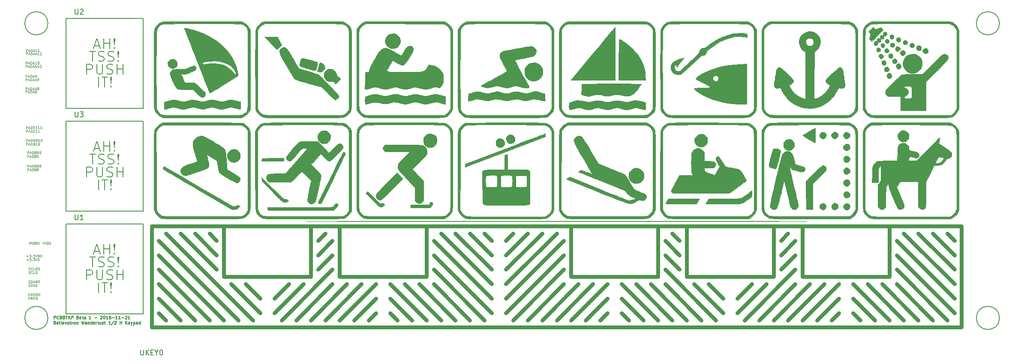
<source format=gbr>
G04 #@! TF.FileFunction,Legend,Top*
%FSLAX46Y46*%
G04 Gerber Fmt 4.6, Leading zero omitted, Abs format (unit mm)*
G04 Created by KiCad (PCBNEW 4.0.4-stable) date 11/21/16 14:20:49*
%MOMM*%
%LPD*%
G01*
G04 APERTURE LIST*
%ADD10C,0.100000*%
%ADD11C,0.150000*%
%ADD12C,0.200000*%
%ADD13C,0.010000*%
%ADD14C,0.800000*%
%ADD15C,0.125000*%
G04 APERTURE END LIST*
D10*
D11*
X6492857Y2793571D02*
X6492857Y3393571D01*
X6721429Y3393571D01*
X6778571Y3365000D01*
X6807143Y3336429D01*
X6835714Y3279286D01*
X6835714Y3193571D01*
X6807143Y3136429D01*
X6778571Y3107857D01*
X6721429Y3079286D01*
X6492857Y3079286D01*
X7435714Y2850714D02*
X7407143Y2822143D01*
X7321429Y2793571D01*
X7264286Y2793571D01*
X7178571Y2822143D01*
X7121429Y2879286D01*
X7092857Y2936429D01*
X7064286Y3050714D01*
X7064286Y3136429D01*
X7092857Y3250714D01*
X7121429Y3307857D01*
X7178571Y3365000D01*
X7264286Y3393571D01*
X7321429Y3393571D01*
X7407143Y3365000D01*
X7435714Y3336429D01*
X7892857Y3107857D02*
X7978571Y3079286D01*
X8007143Y3050714D01*
X8035714Y2993571D01*
X8035714Y2907857D01*
X8007143Y2850714D01*
X7978571Y2822143D01*
X7921429Y2793571D01*
X7692857Y2793571D01*
X7692857Y3393571D01*
X7892857Y3393571D01*
X7950000Y3365000D01*
X7978571Y3336429D01*
X8007143Y3279286D01*
X8007143Y3222143D01*
X7978571Y3165000D01*
X7950000Y3136429D01*
X7892857Y3107857D01*
X7692857Y3107857D01*
X8492857Y3107857D02*
X8578571Y3079286D01*
X8607143Y3050714D01*
X8635714Y2993571D01*
X8635714Y2907857D01*
X8607143Y2850714D01*
X8578571Y2822143D01*
X8521429Y2793571D01*
X8292857Y2793571D01*
X8292857Y3393571D01*
X8492857Y3393571D01*
X8550000Y3365000D01*
X8578571Y3336429D01*
X8607143Y3279286D01*
X8607143Y3222143D01*
X8578571Y3165000D01*
X8550000Y3136429D01*
X8492857Y3107857D01*
X8292857Y3107857D01*
X8807143Y3393571D02*
X9150000Y3393571D01*
X8978571Y2793571D02*
X8978571Y3393571D01*
X9350000Y2793571D02*
X9350000Y3393571D01*
X9692857Y2793571D02*
X9435714Y3136429D01*
X9692857Y3393571D02*
X9350000Y3050714D01*
X9950000Y2793571D02*
X9950000Y3393571D01*
X10178572Y3393571D01*
X10235714Y3365000D01*
X10264286Y3336429D01*
X10292857Y3279286D01*
X10292857Y3193571D01*
X10264286Y3136429D01*
X10235714Y3107857D01*
X10178572Y3079286D01*
X9950000Y3079286D01*
X11207143Y3107857D02*
X11292857Y3079286D01*
X11321429Y3050714D01*
X11350000Y2993571D01*
X11350000Y2907857D01*
X11321429Y2850714D01*
X11292857Y2822143D01*
X11235715Y2793571D01*
X11007143Y2793571D01*
X11007143Y3393571D01*
X11207143Y3393571D01*
X11264286Y3365000D01*
X11292857Y3336429D01*
X11321429Y3279286D01*
X11321429Y3222143D01*
X11292857Y3165000D01*
X11264286Y3136429D01*
X11207143Y3107857D01*
X11007143Y3107857D01*
X11835715Y2822143D02*
X11778572Y2793571D01*
X11664286Y2793571D01*
X11607143Y2822143D01*
X11578572Y2879286D01*
X11578572Y3107857D01*
X11607143Y3165000D01*
X11664286Y3193571D01*
X11778572Y3193571D01*
X11835715Y3165000D01*
X11864286Y3107857D01*
X11864286Y3050714D01*
X11578572Y2993571D01*
X12035715Y3193571D02*
X12264286Y3193571D01*
X12121429Y3393571D02*
X12121429Y2879286D01*
X12150001Y2822143D01*
X12207143Y2793571D01*
X12264286Y2793571D01*
X12721429Y2793571D02*
X12721429Y3107857D01*
X12692858Y3165000D01*
X12635715Y3193571D01*
X12521429Y3193571D01*
X12464286Y3165000D01*
X12721429Y2822143D02*
X12664286Y2793571D01*
X12521429Y2793571D01*
X12464286Y2822143D01*
X12435715Y2879286D01*
X12435715Y2936429D01*
X12464286Y2993571D01*
X12521429Y3022143D01*
X12664286Y3022143D01*
X12721429Y3050714D01*
X13778572Y2793571D02*
X13435715Y2793571D01*
X13607143Y2793571D02*
X13607143Y3393571D01*
X13550000Y3307857D01*
X13492858Y3250714D01*
X13435715Y3222143D01*
X14492858Y3022143D02*
X14950001Y3022143D01*
X15664287Y3336429D02*
X15692858Y3365000D01*
X15750001Y3393571D01*
X15892858Y3393571D01*
X15950001Y3365000D01*
X15978572Y3336429D01*
X16007144Y3279286D01*
X16007144Y3222143D01*
X15978572Y3136429D01*
X15635715Y2793571D01*
X16007144Y2793571D01*
X16378573Y3393571D02*
X16435716Y3393571D01*
X16492859Y3365000D01*
X16521430Y3336429D01*
X16550001Y3279286D01*
X16578573Y3165000D01*
X16578573Y3022143D01*
X16550001Y2907857D01*
X16521430Y2850714D01*
X16492859Y2822143D01*
X16435716Y2793571D01*
X16378573Y2793571D01*
X16321430Y2822143D01*
X16292859Y2850714D01*
X16264287Y2907857D01*
X16235716Y3022143D01*
X16235716Y3165000D01*
X16264287Y3279286D01*
X16292859Y3336429D01*
X16321430Y3365000D01*
X16378573Y3393571D01*
X17150002Y2793571D02*
X16807145Y2793571D01*
X16978573Y2793571D02*
X16978573Y3393571D01*
X16921430Y3307857D01*
X16864288Y3250714D01*
X16807145Y3222143D01*
X17664288Y3393571D02*
X17550002Y3393571D01*
X17492859Y3365000D01*
X17464288Y3336429D01*
X17407145Y3250714D01*
X17378574Y3136429D01*
X17378574Y2907857D01*
X17407145Y2850714D01*
X17435717Y2822143D01*
X17492859Y2793571D01*
X17607145Y2793571D01*
X17664288Y2822143D01*
X17692859Y2850714D01*
X17721431Y2907857D01*
X17721431Y3050714D01*
X17692859Y3107857D01*
X17664288Y3136429D01*
X17607145Y3165000D01*
X17492859Y3165000D01*
X17435717Y3136429D01*
X17407145Y3107857D01*
X17378574Y3050714D01*
X17978574Y3022143D02*
X18435717Y3022143D01*
X19035717Y2793571D02*
X18692860Y2793571D01*
X18864288Y2793571D02*
X18864288Y3393571D01*
X18807145Y3307857D01*
X18750003Y3250714D01*
X18692860Y3222143D01*
X19607146Y2793571D02*
X19264289Y2793571D01*
X19435717Y2793571D02*
X19435717Y3393571D01*
X19378574Y3307857D01*
X19321432Y3250714D01*
X19264289Y3222143D01*
X19864289Y3022143D02*
X20321432Y3022143D01*
X20578575Y3336429D02*
X20607146Y3365000D01*
X20664289Y3393571D01*
X20807146Y3393571D01*
X20864289Y3365000D01*
X20892860Y3336429D01*
X20921432Y3279286D01*
X20921432Y3222143D01*
X20892860Y3136429D01*
X20550003Y2793571D01*
X20921432Y2793571D01*
X21492861Y2793571D02*
X21150004Y2793571D01*
X21321432Y2793571D02*
X21321432Y3393571D01*
X21264289Y3307857D01*
X21207147Y3250714D01*
X21150004Y3222143D01*
X6692857Y2057857D02*
X6778571Y2029286D01*
X6807143Y2000714D01*
X6835714Y1943571D01*
X6835714Y1857857D01*
X6807143Y1800714D01*
X6778571Y1772143D01*
X6721429Y1743571D01*
X6492857Y1743571D01*
X6492857Y2343571D01*
X6692857Y2343571D01*
X6750000Y2315000D01*
X6778571Y2286429D01*
X6807143Y2229286D01*
X6807143Y2172143D01*
X6778571Y2115000D01*
X6750000Y2086429D01*
X6692857Y2057857D01*
X6492857Y2057857D01*
X7321429Y1772143D02*
X7264286Y1743571D01*
X7150000Y1743571D01*
X7092857Y1772143D01*
X7064286Y1829286D01*
X7064286Y2057857D01*
X7092857Y2115000D01*
X7150000Y2143571D01*
X7264286Y2143571D01*
X7321429Y2115000D01*
X7350000Y2057857D01*
X7350000Y2000714D01*
X7064286Y1943571D01*
X7692857Y1743571D02*
X7635715Y1772143D01*
X7607143Y1829286D01*
X7607143Y2343571D01*
X7921429Y1743571D02*
X7921429Y2143571D01*
X7921429Y2343571D02*
X7892858Y2315000D01*
X7921429Y2286429D01*
X7950001Y2315000D01*
X7921429Y2343571D01*
X7921429Y2286429D01*
X8435715Y1772143D02*
X8378572Y1743571D01*
X8264286Y1743571D01*
X8207143Y1772143D01*
X8178572Y1829286D01*
X8178572Y2057857D01*
X8207143Y2115000D01*
X8264286Y2143571D01*
X8378572Y2143571D01*
X8435715Y2115000D01*
X8464286Y2057857D01*
X8464286Y2000714D01*
X8178572Y1943571D01*
X8664286Y2143571D02*
X8807143Y1743571D01*
X8950001Y2143571D01*
X9264286Y1743571D02*
X9207144Y1772143D01*
X9178572Y1800714D01*
X9150001Y1857857D01*
X9150001Y2029286D01*
X9178572Y2086429D01*
X9207144Y2115000D01*
X9264286Y2143571D01*
X9350001Y2143571D01*
X9407144Y2115000D01*
X9435715Y2086429D01*
X9464286Y2029286D01*
X9464286Y1857857D01*
X9435715Y1800714D01*
X9407144Y1772143D01*
X9350001Y1743571D01*
X9264286Y1743571D01*
X9635715Y2143571D02*
X9864286Y2143571D01*
X9721429Y2343571D02*
X9721429Y1829286D01*
X9750001Y1772143D01*
X9807143Y1743571D01*
X9864286Y1743571D01*
X10064286Y1743571D02*
X10064286Y2143571D01*
X10064286Y2029286D02*
X10092858Y2086429D01*
X10121429Y2115000D01*
X10178572Y2143571D01*
X10235715Y2143571D01*
X10521429Y1743571D02*
X10464287Y1772143D01*
X10435715Y1800714D01*
X10407144Y1857857D01*
X10407144Y2029286D01*
X10435715Y2086429D01*
X10464287Y2115000D01*
X10521429Y2143571D01*
X10607144Y2143571D01*
X10664287Y2115000D01*
X10692858Y2086429D01*
X10721429Y2029286D01*
X10721429Y1857857D01*
X10692858Y1800714D01*
X10664287Y1772143D01*
X10607144Y1743571D01*
X10521429Y1743571D01*
X10978572Y2143571D02*
X10978572Y1743571D01*
X10978572Y2086429D02*
X11007144Y2115000D01*
X11064286Y2143571D01*
X11150001Y2143571D01*
X11207144Y2115000D01*
X11235715Y2057857D01*
X11235715Y1743571D01*
X11921429Y2343571D02*
X12064286Y1743571D01*
X12178572Y2172143D01*
X12292858Y1743571D01*
X12435715Y2343571D01*
X12921429Y1743571D02*
X12921429Y2057857D01*
X12892858Y2115000D01*
X12835715Y2143571D01*
X12721429Y2143571D01*
X12664286Y2115000D01*
X12921429Y1772143D02*
X12864286Y1743571D01*
X12721429Y1743571D01*
X12664286Y1772143D01*
X12635715Y1829286D01*
X12635715Y1886429D01*
X12664286Y1943571D01*
X12721429Y1972143D01*
X12864286Y1972143D01*
X12921429Y2000714D01*
X13207143Y2143571D02*
X13207143Y1743571D01*
X13207143Y2086429D02*
X13235715Y2115000D01*
X13292857Y2143571D01*
X13378572Y2143571D01*
X13435715Y2115000D01*
X13464286Y2057857D01*
X13464286Y1743571D01*
X14007143Y1743571D02*
X14007143Y2343571D01*
X14007143Y1772143D02*
X13950000Y1743571D01*
X13835714Y1743571D01*
X13778572Y1772143D01*
X13750000Y1800714D01*
X13721429Y1857857D01*
X13721429Y2029286D01*
X13750000Y2086429D01*
X13778572Y2115000D01*
X13835714Y2143571D01*
X13950000Y2143571D01*
X14007143Y2115000D01*
X14521429Y1772143D02*
X14464286Y1743571D01*
X14350000Y1743571D01*
X14292857Y1772143D01*
X14264286Y1829286D01*
X14264286Y2057857D01*
X14292857Y2115000D01*
X14350000Y2143571D01*
X14464286Y2143571D01*
X14521429Y2115000D01*
X14550000Y2057857D01*
X14550000Y2000714D01*
X14264286Y1943571D01*
X14807143Y1743571D02*
X14807143Y2143571D01*
X14807143Y2029286D02*
X14835715Y2086429D01*
X14864286Y2115000D01*
X14921429Y2143571D01*
X14978572Y2143571D01*
X15264286Y1743571D02*
X15207144Y1772143D01*
X15178572Y1829286D01*
X15178572Y2343571D01*
X15750001Y2143571D02*
X15750001Y1743571D01*
X15492858Y2143571D02*
X15492858Y1829286D01*
X15521430Y1772143D01*
X15578572Y1743571D01*
X15664287Y1743571D01*
X15721430Y1772143D01*
X15750001Y1800714D01*
X16007144Y1772143D02*
X16064287Y1743571D01*
X16178572Y1743571D01*
X16235715Y1772143D01*
X16264287Y1829286D01*
X16264287Y1857857D01*
X16235715Y1915000D01*
X16178572Y1943571D01*
X16092858Y1943571D01*
X16035715Y1972143D01*
X16007144Y2029286D01*
X16007144Y2057857D01*
X16035715Y2115000D01*
X16092858Y2143571D01*
X16178572Y2143571D01*
X16235715Y2115000D01*
X16435715Y2143571D02*
X16664286Y2143571D01*
X16521429Y2343571D02*
X16521429Y1829286D01*
X16550001Y1772143D01*
X16607143Y1743571D01*
X16664286Y1743571D01*
X17635715Y1743571D02*
X17292858Y1743571D01*
X17464286Y1743571D02*
X17464286Y2343571D01*
X17407143Y2257857D01*
X17350001Y2200714D01*
X17292858Y2172143D01*
X18321430Y2372143D02*
X17807144Y1600714D01*
X18492858Y2286429D02*
X18521429Y2315000D01*
X18578572Y2343571D01*
X18721429Y2343571D01*
X18778572Y2315000D01*
X18807143Y2286429D01*
X18835715Y2229286D01*
X18835715Y2172143D01*
X18807143Y2086429D01*
X18464286Y1743571D01*
X18835715Y1743571D01*
X19550001Y1743571D02*
X19550001Y2343571D01*
X19550001Y2057857D02*
X19892858Y2057857D01*
X19892858Y1743571D02*
X19892858Y2343571D01*
X20635715Y1743571D02*
X20635715Y2343571D01*
X20978572Y1743571D02*
X20721429Y2086429D01*
X20978572Y2343571D02*
X20635715Y2000714D01*
X21464287Y1772143D02*
X21407144Y1743571D01*
X21292858Y1743571D01*
X21235715Y1772143D01*
X21207144Y1829286D01*
X21207144Y2057857D01*
X21235715Y2115000D01*
X21292858Y2143571D01*
X21407144Y2143571D01*
X21464287Y2115000D01*
X21492858Y2057857D01*
X21492858Y2000714D01*
X21207144Y1943571D01*
X21692858Y2143571D02*
X21835715Y1743571D01*
X21978573Y2143571D02*
X21835715Y1743571D01*
X21778573Y1600714D01*
X21750001Y1572143D01*
X21692858Y1543571D01*
X22207144Y2143571D02*
X22207144Y1543571D01*
X22207144Y2115000D02*
X22264287Y2143571D01*
X22378573Y2143571D01*
X22435716Y2115000D01*
X22464287Y2086429D01*
X22492858Y2029286D01*
X22492858Y1857857D01*
X22464287Y1800714D01*
X22435716Y1772143D01*
X22378573Y1743571D01*
X22264287Y1743571D01*
X22207144Y1772143D01*
X23007144Y1743571D02*
X23007144Y2057857D01*
X22978573Y2115000D01*
X22921430Y2143571D01*
X22807144Y2143571D01*
X22750001Y2115000D01*
X23007144Y1772143D02*
X22950001Y1743571D01*
X22807144Y1743571D01*
X22750001Y1772143D01*
X22721430Y1829286D01*
X22721430Y1886429D01*
X22750001Y1943571D01*
X22807144Y1972143D01*
X22950001Y1972143D01*
X23007144Y2000714D01*
X23550001Y1743571D02*
X23550001Y2343571D01*
X23550001Y1772143D02*
X23492858Y1743571D01*
X23378572Y1743571D01*
X23321430Y1772143D01*
X23292858Y1800714D01*
X23264287Y1857857D01*
X23264287Y2029286D01*
X23292858Y2086429D01*
X23321430Y2115000D01*
X23378572Y2143571D01*
X23492858Y2143571D01*
X23550001Y2115000D01*
D12*
X24130000Y24130000D02*
X8890000Y24130000D01*
X24130000Y41910000D02*
X24130000Y24130000D01*
X8890000Y41910000D02*
X24130000Y41910000D01*
X8890000Y24130000D02*
X8890000Y41910000D01*
D13*
G36*
X109119260Y22131252D02*
X113012010Y22131059D01*
X116876486Y22130724D01*
X120697486Y22130247D01*
X124459809Y22129629D01*
X128148256Y22128868D01*
X131747625Y22127966D01*
X135242716Y22126921D01*
X138618328Y22125735D01*
X141859261Y22124407D01*
X144950314Y22122937D01*
X145786166Y22122500D01*
X147455447Y22121569D01*
X148956968Y22120649D01*
X150292303Y22119739D01*
X151463025Y22118840D01*
X152470710Y22117954D01*
X153316930Y22117082D01*
X154003259Y22116223D01*
X154531271Y22115379D01*
X154902540Y22114551D01*
X155118639Y22113740D01*
X155181142Y22112945D01*
X155091623Y22112170D01*
X154851655Y22111413D01*
X154462813Y22110676D01*
X153926670Y22109960D01*
X153244800Y22109266D01*
X152418776Y22108594D01*
X151450173Y22107945D01*
X150340563Y22107321D01*
X149091522Y22106721D01*
X147704622Y22106148D01*
X146181437Y22105601D01*
X144523542Y22105081D01*
X142732509Y22104590D01*
X140809912Y22104128D01*
X138757326Y22103696D01*
X136576324Y22103295D01*
X134268480Y22102925D01*
X131835367Y22102588D01*
X129278560Y22102285D01*
X126599631Y22102015D01*
X123800155Y22101781D01*
X120881706Y22101582D01*
X117845857Y22101421D01*
X114694182Y22101296D01*
X111428254Y22101211D01*
X108049648Y22101164D01*
X105760000Y22101155D01*
X102307925Y22101176D01*
X98967492Y22101236D01*
X95740272Y22101334D01*
X92627841Y22101472D01*
X89631771Y22101646D01*
X86753636Y22101857D01*
X83995011Y22102103D01*
X81357468Y22102384D01*
X78842582Y22102699D01*
X76451927Y22103047D01*
X74187075Y22103428D01*
X72049602Y22103839D01*
X70041080Y22104282D01*
X68163083Y22104754D01*
X66417185Y22105255D01*
X64804961Y22105784D01*
X63327982Y22106340D01*
X61987825Y22106923D01*
X60786061Y22107531D01*
X59724265Y22108163D01*
X58804010Y22108820D01*
X58026871Y22109500D01*
X57394421Y22110201D01*
X56908234Y22110925D01*
X56569883Y22111668D01*
X56380942Y22112432D01*
X56342986Y22113214D01*
X56457587Y22114014D01*
X56726319Y22114831D01*
X57150757Y22115665D01*
X57732474Y22116514D01*
X58473044Y22117377D01*
X59374040Y22118255D01*
X60437037Y22119145D01*
X61663607Y22120047D01*
X63055325Y22120961D01*
X64613764Y22121885D01*
X65733833Y22122500D01*
X68780234Y22124010D01*
X71980768Y22125378D01*
X75320233Y22126604D01*
X78783430Y22127688D01*
X82355158Y22128630D01*
X86020216Y22129430D01*
X89763403Y22130089D01*
X93569520Y22130605D01*
X97423364Y22130980D01*
X101309736Y22131212D01*
X105213435Y22131303D01*
X109119260Y22131252D01*
X109119260Y22131252D01*
G37*
X109119260Y22131252D02*
X113012010Y22131059D01*
X116876486Y22130724D01*
X120697486Y22130247D01*
X124459809Y22129629D01*
X128148256Y22128868D01*
X131747625Y22127966D01*
X135242716Y22126921D01*
X138618328Y22125735D01*
X141859261Y22124407D01*
X144950314Y22122937D01*
X145786166Y22122500D01*
X147455447Y22121569D01*
X148956968Y22120649D01*
X150292303Y22119739D01*
X151463025Y22118840D01*
X152470710Y22117954D01*
X153316930Y22117082D01*
X154003259Y22116223D01*
X154531271Y22115379D01*
X154902540Y22114551D01*
X155118639Y22113740D01*
X155181142Y22112945D01*
X155091623Y22112170D01*
X154851655Y22111413D01*
X154462813Y22110676D01*
X153926670Y22109960D01*
X153244800Y22109266D01*
X152418776Y22108594D01*
X151450173Y22107945D01*
X150340563Y22107321D01*
X149091522Y22106721D01*
X147704622Y22106148D01*
X146181437Y22105601D01*
X144523542Y22105081D01*
X142732509Y22104590D01*
X140809912Y22104128D01*
X138757326Y22103696D01*
X136576324Y22103295D01*
X134268480Y22102925D01*
X131835367Y22102588D01*
X129278560Y22102285D01*
X126599631Y22102015D01*
X123800155Y22101781D01*
X120881706Y22101582D01*
X117845857Y22101421D01*
X114694182Y22101296D01*
X111428254Y22101211D01*
X108049648Y22101164D01*
X105760000Y22101155D01*
X102307925Y22101176D01*
X98967492Y22101236D01*
X95740272Y22101334D01*
X92627841Y22101472D01*
X89631771Y22101646D01*
X86753636Y22101857D01*
X83995011Y22102103D01*
X81357468Y22102384D01*
X78842582Y22102699D01*
X76451927Y22103047D01*
X74187075Y22103428D01*
X72049602Y22103839D01*
X70041080Y22104282D01*
X68163083Y22104754D01*
X66417185Y22105255D01*
X64804961Y22105784D01*
X63327982Y22106340D01*
X61987825Y22106923D01*
X60786061Y22107531D01*
X59724265Y22108163D01*
X58804010Y22108820D01*
X58026871Y22109500D01*
X57394421Y22110201D01*
X56908234Y22110925D01*
X56569883Y22111668D01*
X56380942Y22112432D01*
X56342986Y22113214D01*
X56457587Y22114014D01*
X56726319Y22114831D01*
X57150757Y22115665D01*
X57732474Y22116514D01*
X58473044Y22117377D01*
X59374040Y22118255D01*
X60437037Y22119145D01*
X61663607Y22120047D01*
X63055325Y22120961D01*
X64613764Y22121885D01*
X65733833Y22122500D01*
X68780234Y22124010D01*
X71980768Y22125378D01*
X75320233Y22126604D01*
X78783430Y22127688D01*
X82355158Y22128630D01*
X86020216Y22129430D01*
X89763403Y22130089D01*
X93569520Y22130605D01*
X97423364Y22130980D01*
X101309736Y22131212D01*
X105213435Y22131303D01*
X109119260Y22131252D01*
G36*
X37097509Y41615756D02*
X38345317Y41614113D01*
X39440073Y41611141D01*
X40389915Y41606736D01*
X41202983Y41600793D01*
X41887416Y41593210D01*
X42451352Y41583881D01*
X42902929Y41572703D01*
X43250288Y41559571D01*
X43501565Y41544382D01*
X43664902Y41527032D01*
X43731843Y41513375D01*
X44045675Y41360342D01*
X44409402Y41081495D01*
X44559432Y40941875D01*
X44684114Y40823047D01*
X44794169Y40717792D01*
X44890507Y40615357D01*
X44974037Y40504989D01*
X45045669Y40375935D01*
X45106312Y40217440D01*
X45156876Y40018752D01*
X45198271Y39769117D01*
X45231405Y39457781D01*
X45257190Y39073993D01*
X45276533Y38606997D01*
X45290345Y38046040D01*
X45299536Y37380370D01*
X45305014Y36599233D01*
X45307690Y35691875D01*
X45308474Y34647543D01*
X45308273Y33455483D01*
X45308000Y32104943D01*
X45308000Y32092000D01*
X45308225Y30741932D01*
X45308328Y29550441D01*
X45307444Y28506769D01*
X45304710Y27600163D01*
X45299265Y26819865D01*
X45290244Y26155121D01*
X45276785Y25595175D01*
X45258026Y25129271D01*
X45233103Y24746653D01*
X45201154Y24436566D01*
X45161315Y24188255D01*
X45112723Y23990962D01*
X45054517Y23833934D01*
X44985832Y23706414D01*
X44905807Y23597646D01*
X44813578Y23496876D01*
X44708282Y23393346D01*
X44601783Y23289073D01*
X44485014Y23169093D01*
X44382138Y23063135D01*
X44282462Y22970341D01*
X44175297Y22889851D01*
X44049952Y22820805D01*
X43895734Y22762343D01*
X43701952Y22713607D01*
X43457917Y22673735D01*
X43152936Y22641870D01*
X42776319Y22617151D01*
X42317374Y22598718D01*
X41765411Y22585712D01*
X41109737Y22577274D01*
X40339663Y22572543D01*
X39444497Y22570660D01*
X38413548Y22570766D01*
X37236124Y22572000D01*
X35901535Y22573504D01*
X35704417Y22573684D01*
X34364981Y22575191D01*
X33184648Y22577327D01*
X32153189Y22580261D01*
X31260375Y22584160D01*
X30495975Y22589190D01*
X29849761Y22595518D01*
X29311502Y22603313D01*
X28870970Y22612740D01*
X28517936Y22623967D01*
X28242168Y22637161D01*
X28033439Y22652488D01*
X27881519Y22670117D01*
X27776177Y22690214D01*
X27729959Y22703920D01*
X27260514Y22952490D01*
X26838163Y23333122D01*
X26502409Y23808717D01*
X26453660Y23902681D01*
X26215666Y24387333D01*
X26215666Y32134333D01*
X26215823Y33459847D01*
X26216426Y34626631D01*
X26217671Y35645292D01*
X26219756Y36526434D01*
X26222879Y37280662D01*
X26227237Y37918579D01*
X26233026Y38450792D01*
X26240445Y38887904D01*
X26249691Y39240521D01*
X26260961Y39519246D01*
X26273780Y39723969D01*
X26681333Y39723969D01*
X26683192Y32097985D01*
X26683645Y30785405D01*
X26684466Y29631409D01*
X26685869Y28625245D01*
X26688069Y27756165D01*
X26691279Y27013418D01*
X26695714Y26386255D01*
X26701587Y25863924D01*
X26709113Y25435677D01*
X26718507Y25090763D01*
X26729982Y24818433D01*
X26743752Y24607935D01*
X26760031Y24448521D01*
X26779034Y24329439D01*
X26800975Y24239941D01*
X26826068Y24169276D01*
X26841849Y24133333D01*
X27132055Y23694249D01*
X27545985Y23331217D01*
X27739666Y23215449D01*
X27797118Y23192443D01*
X27883486Y23172182D01*
X28009099Y23154489D01*
X28184286Y23139188D01*
X28419375Y23126102D01*
X28724696Y23115054D01*
X29110578Y23105867D01*
X29587349Y23098364D01*
X30165338Y23092369D01*
X30854874Y23087706D01*
X31666286Y23084196D01*
X32609903Y23081664D01*
X33696053Y23079933D01*
X34935066Y23078825D01*
X35748516Y23078390D01*
X43503366Y23075000D01*
X43876516Y23272074D01*
X44268124Y23572316D01*
X44503666Y23879267D01*
X44757666Y24289388D01*
X44757666Y39993747D01*
X44499907Y40360873D01*
X44264952Y40627978D01*
X43976525Y40868725D01*
X43864907Y40939667D01*
X43487666Y41151333D01*
X27980387Y41151333D01*
X27563693Y40896922D01*
X27243596Y40656100D01*
X27008098Y40354006D01*
X26914166Y40183240D01*
X26681333Y39723969D01*
X26273780Y39723969D01*
X26274452Y39734685D01*
X26290362Y39897443D01*
X26308888Y40018123D01*
X26330227Y40107331D01*
X26354577Y40175671D01*
X26365757Y40200720D01*
X26649203Y40651242D01*
X27036517Y41059111D01*
X27471868Y41367917D01*
X27570333Y41417792D01*
X27993666Y41615346D01*
X35688510Y41616173D01*
X37097509Y41615756D01*
X37097509Y41615756D01*
G37*
X37097509Y41615756D02*
X38345317Y41614113D01*
X39440073Y41611141D01*
X40389915Y41606736D01*
X41202983Y41600793D01*
X41887416Y41593210D01*
X42451352Y41583881D01*
X42902929Y41572703D01*
X43250288Y41559571D01*
X43501565Y41544382D01*
X43664902Y41527032D01*
X43731843Y41513375D01*
X44045675Y41360342D01*
X44409402Y41081495D01*
X44559432Y40941875D01*
X44684114Y40823047D01*
X44794169Y40717792D01*
X44890507Y40615357D01*
X44974037Y40504989D01*
X45045669Y40375935D01*
X45106312Y40217440D01*
X45156876Y40018752D01*
X45198271Y39769117D01*
X45231405Y39457781D01*
X45257190Y39073993D01*
X45276533Y38606997D01*
X45290345Y38046040D01*
X45299536Y37380370D01*
X45305014Y36599233D01*
X45307690Y35691875D01*
X45308474Y34647543D01*
X45308273Y33455483D01*
X45308000Y32104943D01*
X45308000Y32092000D01*
X45308225Y30741932D01*
X45308328Y29550441D01*
X45307444Y28506769D01*
X45304710Y27600163D01*
X45299265Y26819865D01*
X45290244Y26155121D01*
X45276785Y25595175D01*
X45258026Y25129271D01*
X45233103Y24746653D01*
X45201154Y24436566D01*
X45161315Y24188255D01*
X45112723Y23990962D01*
X45054517Y23833934D01*
X44985832Y23706414D01*
X44905807Y23597646D01*
X44813578Y23496876D01*
X44708282Y23393346D01*
X44601783Y23289073D01*
X44485014Y23169093D01*
X44382138Y23063135D01*
X44282462Y22970341D01*
X44175297Y22889851D01*
X44049952Y22820805D01*
X43895734Y22762343D01*
X43701952Y22713607D01*
X43457917Y22673735D01*
X43152936Y22641870D01*
X42776319Y22617151D01*
X42317374Y22598718D01*
X41765411Y22585712D01*
X41109737Y22577274D01*
X40339663Y22572543D01*
X39444497Y22570660D01*
X38413548Y22570766D01*
X37236124Y22572000D01*
X35901535Y22573504D01*
X35704417Y22573684D01*
X34364981Y22575191D01*
X33184648Y22577327D01*
X32153189Y22580261D01*
X31260375Y22584160D01*
X30495975Y22589190D01*
X29849761Y22595518D01*
X29311502Y22603313D01*
X28870970Y22612740D01*
X28517936Y22623967D01*
X28242168Y22637161D01*
X28033439Y22652488D01*
X27881519Y22670117D01*
X27776177Y22690214D01*
X27729959Y22703920D01*
X27260514Y22952490D01*
X26838163Y23333122D01*
X26502409Y23808717D01*
X26453660Y23902681D01*
X26215666Y24387333D01*
X26215666Y32134333D01*
X26215823Y33459847D01*
X26216426Y34626631D01*
X26217671Y35645292D01*
X26219756Y36526434D01*
X26222879Y37280662D01*
X26227237Y37918579D01*
X26233026Y38450792D01*
X26240445Y38887904D01*
X26249691Y39240521D01*
X26260961Y39519246D01*
X26273780Y39723969D01*
X26681333Y39723969D01*
X26683192Y32097985D01*
X26683645Y30785405D01*
X26684466Y29631409D01*
X26685869Y28625245D01*
X26688069Y27756165D01*
X26691279Y27013418D01*
X26695714Y26386255D01*
X26701587Y25863924D01*
X26709113Y25435677D01*
X26718507Y25090763D01*
X26729982Y24818433D01*
X26743752Y24607935D01*
X26760031Y24448521D01*
X26779034Y24329439D01*
X26800975Y24239941D01*
X26826068Y24169276D01*
X26841849Y24133333D01*
X27132055Y23694249D01*
X27545985Y23331217D01*
X27739666Y23215449D01*
X27797118Y23192443D01*
X27883486Y23172182D01*
X28009099Y23154489D01*
X28184286Y23139188D01*
X28419375Y23126102D01*
X28724696Y23115054D01*
X29110578Y23105867D01*
X29587349Y23098364D01*
X30165338Y23092369D01*
X30854874Y23087706D01*
X31666286Y23084196D01*
X32609903Y23081664D01*
X33696053Y23079933D01*
X34935066Y23078825D01*
X35748516Y23078390D01*
X43503366Y23075000D01*
X43876516Y23272074D01*
X44268124Y23572316D01*
X44503666Y23879267D01*
X44757666Y24289388D01*
X44757666Y39993747D01*
X44499907Y40360873D01*
X44264952Y40627978D01*
X43976525Y40868725D01*
X43864907Y40939667D01*
X43487666Y41151333D01*
X27980387Y41151333D01*
X27563693Y40896922D01*
X27243596Y40656100D01*
X27008098Y40354006D01*
X26914166Y40183240D01*
X26681333Y39723969D01*
X26273780Y39723969D01*
X26274452Y39734685D01*
X26290362Y39897443D01*
X26308888Y40018123D01*
X26330227Y40107331D01*
X26354577Y40175671D01*
X26365757Y40200720D01*
X26649203Y40651242D01*
X27036517Y41059111D01*
X27471868Y41367917D01*
X27570333Y41417792D01*
X27993666Y41615346D01*
X35688510Y41616173D01*
X37097509Y41615756D01*
G36*
X59320809Y41615585D02*
X60223737Y41613835D01*
X61000149Y41610113D01*
X61660748Y41603803D01*
X62216239Y41594291D01*
X62677326Y41580963D01*
X63054712Y41563205D01*
X63359103Y41540401D01*
X63601201Y41511937D01*
X63791712Y41477199D01*
X63941338Y41435572D01*
X64060785Y41386442D01*
X64160755Y41329195D01*
X64251954Y41263215D01*
X64345085Y41187888D01*
X64433288Y41116428D01*
X64654597Y40896695D01*
X64881025Y40603435D01*
X64997321Y40416727D01*
X65247000Y39966000D01*
X65247000Y24218000D01*
X65063674Y23879333D01*
X64792291Y23491869D01*
X64424693Y23117006D01*
X64025966Y22818882D01*
X63934666Y22766829D01*
X63877795Y22739920D01*
X63807680Y22716207D01*
X63713721Y22695458D01*
X63585321Y22677442D01*
X63411878Y22661928D01*
X63182793Y22648682D01*
X62887468Y22637475D01*
X62515301Y22628073D01*
X62055694Y22620245D01*
X61498046Y22613760D01*
X60831759Y22608385D01*
X60046233Y22603889D01*
X59130869Y22600040D01*
X58075066Y22596607D01*
X56868225Y22593358D01*
X55891333Y22590981D01*
X54515423Y22588157D01*
X53299535Y22586666D01*
X52234360Y22586615D01*
X51310592Y22588112D01*
X50518923Y22591261D01*
X49850045Y22596169D01*
X49294650Y22602943D01*
X48843432Y22611689D01*
X48487083Y22622514D01*
X48216295Y22635523D01*
X48021761Y22650823D01*
X47894173Y22668520D01*
X47838033Y22682988D01*
X47293978Y22944303D01*
X46856069Y23289273D01*
X46709712Y23457348D01*
X46631000Y23558336D01*
X46561576Y23649359D01*
X46500861Y23741127D01*
X46448270Y23844349D01*
X46403223Y23969734D01*
X46365137Y24127993D01*
X46333431Y24329835D01*
X46307523Y24585970D01*
X46286831Y24907107D01*
X46270774Y25303957D01*
X46258768Y25787227D01*
X46250233Y26367629D01*
X46244586Y27055872D01*
X46241246Y27862665D01*
X46239631Y28798719D01*
X46239286Y29586048D01*
X46674561Y29586048D01*
X46674668Y28465186D01*
X46676893Y27494405D01*
X46681293Y26667289D01*
X46687927Y25977426D01*
X46696853Y25418400D01*
X46708130Y24983798D01*
X46721815Y24667206D01*
X46737967Y24462210D01*
X46752449Y24375165D01*
X46944566Y23948239D01*
X47254048Y23557540D01*
X47630882Y23264930D01*
X47665291Y23246101D01*
X47722816Y23218201D01*
X47790225Y23193657D01*
X47878145Y23172246D01*
X47997203Y23153748D01*
X48158024Y23137943D01*
X48371235Y23124611D01*
X48647462Y23113530D01*
X48997331Y23104480D01*
X49431469Y23097241D01*
X49960501Y23091593D01*
X50595054Y23087314D01*
X51345755Y23084184D01*
X52223228Y23081983D01*
X53238101Y23080489D01*
X54401000Y23079484D01*
X55722550Y23078746D01*
X55729849Y23078742D01*
X63484699Y23075000D01*
X63857849Y23272000D01*
X64139083Y23467973D01*
X64405033Y23727820D01*
X64485000Y23829599D01*
X64739000Y24190197D01*
X64761462Y32015432D01*
X64765197Y33343312D01*
X64768178Y34512465D01*
X64770215Y35533494D01*
X64771118Y36417006D01*
X64770698Y37173603D01*
X64768765Y37813893D01*
X64765131Y38348477D01*
X64759605Y38787963D01*
X64751997Y39142954D01*
X64742120Y39424055D01*
X64729782Y39641871D01*
X64714795Y39807006D01*
X64696969Y39930066D01*
X64676114Y40021654D01*
X64652042Y40092377D01*
X64624562Y40152837D01*
X64615752Y40170311D01*
X64312148Y40589349D01*
X63896129Y40913090D01*
X63413605Y41106297D01*
X63389131Y41111775D01*
X63232053Y41129864D01*
X62938639Y41145296D01*
X62505164Y41158103D01*
X61927902Y41168316D01*
X61203130Y41175965D01*
X60327122Y41181083D01*
X59296154Y41183699D01*
X58106501Y41183845D01*
X56754438Y41181552D01*
X55468000Y41177684D01*
X47975000Y41151333D01*
X47575083Y40916250D01*
X47157235Y40575614D01*
X46940083Y40281250D01*
X46705000Y39881333D01*
X46680465Y32303667D01*
X46676513Y30863403D01*
X46674561Y29586048D01*
X46239286Y29586048D01*
X46239159Y29874742D01*
X46239248Y31101444D01*
X46239333Y32114990D01*
X46239333Y39890419D01*
X46456693Y40326605D01*
X46807244Y40845530D01*
X47279109Y41259996D01*
X47630798Y41456945D01*
X47696059Y41483615D01*
X47774144Y41507079D01*
X47875699Y41527546D01*
X48011370Y41545222D01*
X48191804Y41560315D01*
X48427649Y41573033D01*
X48729552Y41583583D01*
X49108158Y41592174D01*
X49574115Y41599011D01*
X50138071Y41604304D01*
X50810670Y41608259D01*
X51602562Y41611084D01*
X52524392Y41612987D01*
X53586807Y41614174D01*
X54800454Y41614855D01*
X55745886Y41615141D01*
X57092587Y41615623D01*
X58280660Y41615976D01*
X59320809Y41615585D01*
X59320809Y41615585D01*
G37*
X59320809Y41615585D02*
X60223737Y41613835D01*
X61000149Y41610113D01*
X61660748Y41603803D01*
X62216239Y41594291D01*
X62677326Y41580963D01*
X63054712Y41563205D01*
X63359103Y41540401D01*
X63601201Y41511937D01*
X63791712Y41477199D01*
X63941338Y41435572D01*
X64060785Y41386442D01*
X64160755Y41329195D01*
X64251954Y41263215D01*
X64345085Y41187888D01*
X64433288Y41116428D01*
X64654597Y40896695D01*
X64881025Y40603435D01*
X64997321Y40416727D01*
X65247000Y39966000D01*
X65247000Y24218000D01*
X65063674Y23879333D01*
X64792291Y23491869D01*
X64424693Y23117006D01*
X64025966Y22818882D01*
X63934666Y22766829D01*
X63877795Y22739920D01*
X63807680Y22716207D01*
X63713721Y22695458D01*
X63585321Y22677442D01*
X63411878Y22661928D01*
X63182793Y22648682D01*
X62887468Y22637475D01*
X62515301Y22628073D01*
X62055694Y22620245D01*
X61498046Y22613760D01*
X60831759Y22608385D01*
X60046233Y22603889D01*
X59130869Y22600040D01*
X58075066Y22596607D01*
X56868225Y22593358D01*
X55891333Y22590981D01*
X54515423Y22588157D01*
X53299535Y22586666D01*
X52234360Y22586615D01*
X51310592Y22588112D01*
X50518923Y22591261D01*
X49850045Y22596169D01*
X49294650Y22602943D01*
X48843432Y22611689D01*
X48487083Y22622514D01*
X48216295Y22635523D01*
X48021761Y22650823D01*
X47894173Y22668520D01*
X47838033Y22682988D01*
X47293978Y22944303D01*
X46856069Y23289273D01*
X46709712Y23457348D01*
X46631000Y23558336D01*
X46561576Y23649359D01*
X46500861Y23741127D01*
X46448270Y23844349D01*
X46403223Y23969734D01*
X46365137Y24127993D01*
X46333431Y24329835D01*
X46307523Y24585970D01*
X46286831Y24907107D01*
X46270774Y25303957D01*
X46258768Y25787227D01*
X46250233Y26367629D01*
X46244586Y27055872D01*
X46241246Y27862665D01*
X46239631Y28798719D01*
X46239286Y29586048D01*
X46674561Y29586048D01*
X46674668Y28465186D01*
X46676893Y27494405D01*
X46681293Y26667289D01*
X46687927Y25977426D01*
X46696853Y25418400D01*
X46708130Y24983798D01*
X46721815Y24667206D01*
X46737967Y24462210D01*
X46752449Y24375165D01*
X46944566Y23948239D01*
X47254048Y23557540D01*
X47630882Y23264930D01*
X47665291Y23246101D01*
X47722816Y23218201D01*
X47790225Y23193657D01*
X47878145Y23172246D01*
X47997203Y23153748D01*
X48158024Y23137943D01*
X48371235Y23124611D01*
X48647462Y23113530D01*
X48997331Y23104480D01*
X49431469Y23097241D01*
X49960501Y23091593D01*
X50595054Y23087314D01*
X51345755Y23084184D01*
X52223228Y23081983D01*
X53238101Y23080489D01*
X54401000Y23079484D01*
X55722550Y23078746D01*
X55729849Y23078742D01*
X63484699Y23075000D01*
X63857849Y23272000D01*
X64139083Y23467973D01*
X64405033Y23727820D01*
X64485000Y23829599D01*
X64739000Y24190197D01*
X64761462Y32015432D01*
X64765197Y33343312D01*
X64768178Y34512465D01*
X64770215Y35533494D01*
X64771118Y36417006D01*
X64770698Y37173603D01*
X64768765Y37813893D01*
X64765131Y38348477D01*
X64759605Y38787963D01*
X64751997Y39142954D01*
X64742120Y39424055D01*
X64729782Y39641871D01*
X64714795Y39807006D01*
X64696969Y39930066D01*
X64676114Y40021654D01*
X64652042Y40092377D01*
X64624562Y40152837D01*
X64615752Y40170311D01*
X64312148Y40589349D01*
X63896129Y40913090D01*
X63413605Y41106297D01*
X63389131Y41111775D01*
X63232053Y41129864D01*
X62938639Y41145296D01*
X62505164Y41158103D01*
X61927902Y41168316D01*
X61203130Y41175965D01*
X60327122Y41181083D01*
X59296154Y41183699D01*
X58106501Y41183845D01*
X56754438Y41181552D01*
X55468000Y41177684D01*
X47975000Y41151333D01*
X47575083Y40916250D01*
X47157235Y40575614D01*
X46940083Y40281250D01*
X46705000Y39881333D01*
X46680465Y32303667D01*
X46676513Y30863403D01*
X46674561Y29586048D01*
X46239286Y29586048D01*
X46239159Y29874742D01*
X46239248Y31101444D01*
X46239333Y32114990D01*
X46239333Y39890419D01*
X46456693Y40326605D01*
X46807244Y40845530D01*
X47279109Y41259996D01*
X47630798Y41456945D01*
X47696059Y41483615D01*
X47774144Y41507079D01*
X47875699Y41527546D01*
X48011370Y41545222D01*
X48191804Y41560315D01*
X48427649Y41573033D01*
X48729552Y41583583D01*
X49108158Y41592174D01*
X49574115Y41599011D01*
X50138071Y41604304D01*
X50810670Y41608259D01*
X51602562Y41611084D01*
X52524392Y41612987D01*
X53586807Y41614174D01*
X54800454Y41614855D01*
X55745886Y41615141D01*
X57092587Y41615623D01*
X58280660Y41615976D01*
X59320809Y41615585D01*
G36*
X75741123Y41615141D02*
X77069602Y41614685D01*
X78239362Y41613855D01*
X79261021Y41612446D01*
X80145193Y41610256D01*
X80902494Y41607079D01*
X81543540Y41602713D01*
X82078946Y41596952D01*
X82519328Y41589593D01*
X82875301Y41580433D01*
X83157482Y41569267D01*
X83376485Y41555890D01*
X83542926Y41540101D01*
X83667421Y41521693D01*
X83760586Y41500464D01*
X83833035Y41476209D01*
X83873666Y41458899D01*
X84423651Y41118619D01*
X84862411Y40650818D01*
X84997160Y40443910D01*
X85228333Y40050667D01*
X85228333Y32134333D01*
X85228203Y30795439D01*
X85227681Y29615386D01*
X85226569Y28583680D01*
X85224671Y27689829D01*
X85221787Y26923341D01*
X85217722Y26273722D01*
X85212276Y25730480D01*
X85205252Y25283121D01*
X85196453Y24921155D01*
X85185681Y24634086D01*
X85172739Y24411424D01*
X85157428Y24242674D01*
X85139551Y24117345D01*
X85118911Y24024944D01*
X85095310Y23954977D01*
X85073354Y23906473D01*
X84793816Y23486955D01*
X84407559Y23097667D01*
X83974734Y22799123D01*
X83619666Y22609333D01*
X75872666Y22594561D01*
X74737686Y22593103D01*
X73648185Y22593079D01*
X72616451Y22594410D01*
X71654769Y22597017D01*
X70775426Y22600823D01*
X69990708Y22605749D01*
X69312903Y22611716D01*
X68754297Y22618648D01*
X68327176Y22626465D01*
X68043826Y22635090D01*
X67916536Y22644443D01*
X67913451Y22645224D01*
X67384375Y22891271D01*
X66911616Y23270148D01*
X66534954Y23746162D01*
X66396491Y24006333D01*
X66367011Y24074941D01*
X66341100Y24149186D01*
X66318526Y24239860D01*
X66299056Y24357757D01*
X66282456Y24513670D01*
X66268493Y24718390D01*
X66256934Y24982711D01*
X66247545Y25317425D01*
X66240093Y25733325D01*
X66234346Y26241204D01*
X66230069Y26851854D01*
X66227030Y27576068D01*
X66224995Y28424638D01*
X66223731Y29408358D01*
X66223005Y30538020D01*
X66222583Y31824416D01*
X66222526Y32055751D01*
X66222072Y33409139D01*
X66221935Y34178836D01*
X66658050Y34178836D01*
X66660329Y32773910D01*
X66662924Y31834950D01*
X66667031Y30542384D01*
X66670898Y29408252D01*
X66674812Y28421656D01*
X66679061Y27571696D01*
X66683933Y26847476D01*
X66689716Y26238095D01*
X66696699Y25732655D01*
X66705168Y25320259D01*
X66715412Y24990007D01*
X66727718Y24731002D01*
X66742375Y24532344D01*
X66759670Y24383135D01*
X66779891Y24272476D01*
X66803326Y24189469D01*
X66830264Y24123217D01*
X66860991Y24062819D01*
X66868593Y24048667D01*
X67170806Y23612736D01*
X67547545Y23309402D01*
X67745271Y23209873D01*
X67813364Y23187653D01*
X67915654Y23168081D01*
X68062411Y23150988D01*
X68263905Y23136205D01*
X68530407Y23123564D01*
X68872188Y23112897D01*
X69299518Y23104036D01*
X69822668Y23096811D01*
X70451908Y23091056D01*
X71197510Y23086600D01*
X72069743Y23083277D01*
X73078878Y23080917D01*
X74235186Y23079353D01*
X75548937Y23078416D01*
X75771037Y23078314D01*
X77101200Y23077962D01*
X78272458Y23078235D01*
X79295239Y23079306D01*
X80179972Y23081350D01*
X80937083Y23084540D01*
X81577001Y23089052D01*
X82110154Y23095058D01*
X82546970Y23102733D01*
X82897876Y23112251D01*
X83173301Y23123786D01*
X83383672Y23137513D01*
X83539418Y23153606D01*
X83650967Y23172237D01*
X83728745Y23193583D01*
X83772037Y23211904D01*
X84211588Y23508389D01*
X84544451Y23913120D01*
X84622739Y24048667D01*
X84654214Y24108923D01*
X84681873Y24172502D01*
X84705998Y24250237D01*
X84726871Y24352964D01*
X84744776Y24491516D01*
X84759994Y24676728D01*
X84772809Y24919434D01*
X84783504Y25230468D01*
X84792360Y25620666D01*
X84799660Y26100861D01*
X84805687Y26681887D01*
X84810724Y27374580D01*
X84815053Y28189773D01*
X84818956Y29138300D01*
X84822717Y30230996D01*
X84826618Y31478696D01*
X84827953Y31916020D01*
X84832230Y33272903D01*
X84835794Y34471039D01*
X84837912Y35521014D01*
X84837852Y36433414D01*
X84834880Y37218827D01*
X84828265Y37887838D01*
X84817273Y38451034D01*
X84801171Y38919001D01*
X84779227Y39302325D01*
X84750709Y39611593D01*
X84714883Y39857390D01*
X84671017Y40050305D01*
X84618378Y40200921D01*
X84556233Y40319827D01*
X84483851Y40417608D01*
X84400497Y40504851D01*
X84305440Y40592142D01*
X84222249Y40667487D01*
X83956726Y40875896D01*
X83676467Y41040940D01*
X83522697Y41102101D01*
X83374598Y41120505D01*
X83069550Y41136792D01*
X82606085Y41150979D01*
X81982736Y41163084D01*
X81198036Y41173123D01*
X80250518Y41181113D01*
X79138714Y41187072D01*
X77861156Y41191018D01*
X76416379Y41192966D01*
X75739582Y41193195D01*
X74396640Y41193474D01*
X73212356Y41193595D01*
X72176055Y41192748D01*
X71277064Y41190128D01*
X70504708Y41184927D01*
X69848312Y41176337D01*
X69297204Y41163552D01*
X68840707Y41145763D01*
X68468149Y41122165D01*
X68168855Y41091950D01*
X67932151Y41054309D01*
X67747361Y41008437D01*
X67603814Y40953526D01*
X67490833Y40888769D01*
X67397744Y40813358D01*
X67313874Y40726486D01*
X67228549Y40627346D01*
X67156888Y40544125D01*
X66882920Y40156671D01*
X66734354Y39739097D01*
X66731041Y39723442D01*
X66712821Y39557690D01*
X66697249Y39246918D01*
X66684300Y38788304D01*
X66673949Y38179026D01*
X66666174Y37416262D01*
X66660948Y36497190D01*
X66658248Y35418989D01*
X66658050Y34178836D01*
X66221935Y34178836D01*
X66221858Y34603883D01*
X66222555Y35650673D01*
X66224838Y36560197D01*
X66229380Y37343146D01*
X66236855Y38010207D01*
X66247935Y38572072D01*
X66263295Y39039428D01*
X66283608Y39422964D01*
X66309547Y39733371D01*
X66341785Y39981337D01*
X66380996Y40177552D01*
X66427854Y40332704D01*
X66483032Y40457483D01*
X66547203Y40562578D01*
X66621041Y40658679D01*
X66705220Y40756474D01*
X66775796Y40837656D01*
X67029474Y41078241D01*
X67346404Y41306638D01*
X67507491Y41397860D01*
X67947247Y41617000D01*
X75741123Y41615141D01*
X75741123Y41615141D01*
G37*
X75741123Y41615141D02*
X77069602Y41614685D01*
X78239362Y41613855D01*
X79261021Y41612446D01*
X80145193Y41610256D01*
X80902494Y41607079D01*
X81543540Y41602713D01*
X82078946Y41596952D01*
X82519328Y41589593D01*
X82875301Y41580433D01*
X83157482Y41569267D01*
X83376485Y41555890D01*
X83542926Y41540101D01*
X83667421Y41521693D01*
X83760586Y41500464D01*
X83833035Y41476209D01*
X83873666Y41458899D01*
X84423651Y41118619D01*
X84862411Y40650818D01*
X84997160Y40443910D01*
X85228333Y40050667D01*
X85228333Y32134333D01*
X85228203Y30795439D01*
X85227681Y29615386D01*
X85226569Y28583680D01*
X85224671Y27689829D01*
X85221787Y26923341D01*
X85217722Y26273722D01*
X85212276Y25730480D01*
X85205252Y25283121D01*
X85196453Y24921155D01*
X85185681Y24634086D01*
X85172739Y24411424D01*
X85157428Y24242674D01*
X85139551Y24117345D01*
X85118911Y24024944D01*
X85095310Y23954977D01*
X85073354Y23906473D01*
X84793816Y23486955D01*
X84407559Y23097667D01*
X83974734Y22799123D01*
X83619666Y22609333D01*
X75872666Y22594561D01*
X74737686Y22593103D01*
X73648185Y22593079D01*
X72616451Y22594410D01*
X71654769Y22597017D01*
X70775426Y22600823D01*
X69990708Y22605749D01*
X69312903Y22611716D01*
X68754297Y22618648D01*
X68327176Y22626465D01*
X68043826Y22635090D01*
X67916536Y22644443D01*
X67913451Y22645224D01*
X67384375Y22891271D01*
X66911616Y23270148D01*
X66534954Y23746162D01*
X66396491Y24006333D01*
X66367011Y24074941D01*
X66341100Y24149186D01*
X66318526Y24239860D01*
X66299056Y24357757D01*
X66282456Y24513670D01*
X66268493Y24718390D01*
X66256934Y24982711D01*
X66247545Y25317425D01*
X66240093Y25733325D01*
X66234346Y26241204D01*
X66230069Y26851854D01*
X66227030Y27576068D01*
X66224995Y28424638D01*
X66223731Y29408358D01*
X66223005Y30538020D01*
X66222583Y31824416D01*
X66222526Y32055751D01*
X66222072Y33409139D01*
X66221935Y34178836D01*
X66658050Y34178836D01*
X66660329Y32773910D01*
X66662924Y31834950D01*
X66667031Y30542384D01*
X66670898Y29408252D01*
X66674812Y28421656D01*
X66679061Y27571696D01*
X66683933Y26847476D01*
X66689716Y26238095D01*
X66696699Y25732655D01*
X66705168Y25320259D01*
X66715412Y24990007D01*
X66727718Y24731002D01*
X66742375Y24532344D01*
X66759670Y24383135D01*
X66779891Y24272476D01*
X66803326Y24189469D01*
X66830264Y24123217D01*
X66860991Y24062819D01*
X66868593Y24048667D01*
X67170806Y23612736D01*
X67547545Y23309402D01*
X67745271Y23209873D01*
X67813364Y23187653D01*
X67915654Y23168081D01*
X68062411Y23150988D01*
X68263905Y23136205D01*
X68530407Y23123564D01*
X68872188Y23112897D01*
X69299518Y23104036D01*
X69822668Y23096811D01*
X70451908Y23091056D01*
X71197510Y23086600D01*
X72069743Y23083277D01*
X73078878Y23080917D01*
X74235186Y23079353D01*
X75548937Y23078416D01*
X75771037Y23078314D01*
X77101200Y23077962D01*
X78272458Y23078235D01*
X79295239Y23079306D01*
X80179972Y23081350D01*
X80937083Y23084540D01*
X81577001Y23089052D01*
X82110154Y23095058D01*
X82546970Y23102733D01*
X82897876Y23112251D01*
X83173301Y23123786D01*
X83383672Y23137513D01*
X83539418Y23153606D01*
X83650967Y23172237D01*
X83728745Y23193583D01*
X83772037Y23211904D01*
X84211588Y23508389D01*
X84544451Y23913120D01*
X84622739Y24048667D01*
X84654214Y24108923D01*
X84681873Y24172502D01*
X84705998Y24250237D01*
X84726871Y24352964D01*
X84744776Y24491516D01*
X84759994Y24676728D01*
X84772809Y24919434D01*
X84783504Y25230468D01*
X84792360Y25620666D01*
X84799660Y26100861D01*
X84805687Y26681887D01*
X84810724Y27374580D01*
X84815053Y28189773D01*
X84818956Y29138300D01*
X84822717Y30230996D01*
X84826618Y31478696D01*
X84827953Y31916020D01*
X84832230Y33272903D01*
X84835794Y34471039D01*
X84837912Y35521014D01*
X84837852Y36433414D01*
X84834880Y37218827D01*
X84828265Y37887838D01*
X84817273Y38451034D01*
X84801171Y38919001D01*
X84779227Y39302325D01*
X84750709Y39611593D01*
X84714883Y39857390D01*
X84671017Y40050305D01*
X84618378Y40200921D01*
X84556233Y40319827D01*
X84483851Y40417608D01*
X84400497Y40504851D01*
X84305440Y40592142D01*
X84222249Y40667487D01*
X83956726Y40875896D01*
X83676467Y41040940D01*
X83522697Y41102101D01*
X83374598Y41120505D01*
X83069550Y41136792D01*
X82606085Y41150979D01*
X81982736Y41163084D01*
X81198036Y41173123D01*
X80250518Y41181113D01*
X79138714Y41187072D01*
X77861156Y41191018D01*
X76416379Y41192966D01*
X75739582Y41193195D01*
X74396640Y41193474D01*
X73212356Y41193595D01*
X72176055Y41192748D01*
X71277064Y41190128D01*
X70504708Y41184927D01*
X69848312Y41176337D01*
X69297204Y41163552D01*
X68840707Y41145763D01*
X68468149Y41122165D01*
X68168855Y41091950D01*
X67932151Y41054309D01*
X67747361Y41008437D01*
X67603814Y40953526D01*
X67490833Y40888769D01*
X67397744Y40813358D01*
X67313874Y40726486D01*
X67228549Y40627346D01*
X67156888Y40544125D01*
X66882920Y40156671D01*
X66734354Y39739097D01*
X66731041Y39723442D01*
X66712821Y39557690D01*
X66697249Y39246918D01*
X66684300Y38788304D01*
X66673949Y38179026D01*
X66666174Y37416262D01*
X66660948Y36497190D01*
X66658248Y35418989D01*
X66658050Y34178836D01*
X66221935Y34178836D01*
X66221858Y34603883D01*
X66222555Y35650673D01*
X66224838Y36560197D01*
X66229380Y37343146D01*
X66236855Y38010207D01*
X66247935Y38572072D01*
X66263295Y39039428D01*
X66283608Y39422964D01*
X66309547Y39733371D01*
X66341785Y39981337D01*
X66380996Y40177552D01*
X66427854Y40332704D01*
X66483032Y40457483D01*
X66547203Y40562578D01*
X66621041Y40658679D01*
X66705220Y40756474D01*
X66775796Y40837656D01*
X67029474Y41078241D01*
X67346404Y41306638D01*
X67507491Y41397860D01*
X67947247Y41617000D01*
X75741123Y41615141D01*
G36*
X100804582Y41606173D02*
X101454057Y41603553D01*
X101997560Y41599183D01*
X102445650Y41592913D01*
X102808887Y41584591D01*
X103097831Y41574065D01*
X103323042Y41561184D01*
X103495079Y41545797D01*
X103624502Y41527751D01*
X103721871Y41506895D01*
X103797745Y41483077D01*
X103804504Y41480547D01*
X104277196Y41220652D01*
X104697416Y40838279D01*
X105015447Y40380262D01*
X105052792Y40304667D01*
X105250345Y39881333D01*
X105251172Y32080502D01*
X105252000Y24279670D01*
X105014917Y23825843D01*
X104718156Y23400050D01*
X104321627Y23030919D01*
X103875957Y22759988D01*
X103591866Y22658199D01*
X103454114Y22644661D01*
X103162756Y22632254D01*
X102732657Y22620988D01*
X102178678Y22610873D01*
X101515683Y22601919D01*
X100758535Y22594137D01*
X99922099Y22587538D01*
X99021235Y22582131D01*
X98070809Y22577927D01*
X97085683Y22574937D01*
X96080721Y22573170D01*
X95070785Y22572636D01*
X94070739Y22573347D01*
X93095446Y22575313D01*
X92159769Y22578543D01*
X91278572Y22583049D01*
X90466717Y22588840D01*
X89739069Y22595927D01*
X89110489Y22604321D01*
X88595842Y22614031D01*
X88209991Y22625068D01*
X87967798Y22637442D01*
X87890388Y22647283D01*
X87378797Y22883560D01*
X86919392Y23248214D01*
X86554524Y23701593D01*
X86370523Y24070266D01*
X86341511Y24152076D01*
X86316041Y24239856D01*
X86293888Y24344555D01*
X86289995Y24371634D01*
X86710000Y24371634D01*
X86907000Y23998484D01*
X87211816Y23591681D01*
X87628774Y23277338D01*
X88110840Y23090152D01*
X88149333Y23082003D01*
X88290034Y23070800D01*
X88587207Y23060400D01*
X89027993Y23050904D01*
X89599530Y23042416D01*
X90288960Y23035038D01*
X91083422Y23028873D01*
X91970057Y23024023D01*
X92936004Y23020592D01*
X93968404Y23018681D01*
X95054397Y23018395D01*
X95981000Y23019452D01*
X103431666Y23032667D01*
X103778349Y23218179D01*
X104174253Y23496467D01*
X104499562Y23852278D01*
X104711299Y24236247D01*
X104738909Y24321519D01*
X104756919Y24474543D01*
X104772920Y24796274D01*
X104786904Y25286100D01*
X104798865Y25943408D01*
X104808796Y26767583D01*
X104816689Y27758013D01*
X104822538Y28914084D01*
X104826336Y30235184D01*
X104828075Y31720697D01*
X104828194Y32188165D01*
X104828666Y39734997D01*
X104592089Y40187858D01*
X104343765Y40564123D01*
X104022999Y40844129D01*
X103942608Y40896026D01*
X103529704Y41151333D01*
X96030018Y41177684D01*
X94535652Y41182035D01*
X93206877Y41183976D01*
X92039967Y41183476D01*
X91031197Y41180504D01*
X90176839Y41175028D01*
X89473170Y41167019D01*
X88916463Y41156445D01*
X88502991Y41143274D01*
X88229030Y41127477D01*
X88102201Y41111775D01*
X87628980Y40932192D01*
X87218982Y40628186D01*
X86917206Y40235206D01*
X86870258Y40141323D01*
X86843459Y40075800D01*
X86819894Y39997538D01*
X86799351Y39895844D01*
X86781621Y39760026D01*
X86766494Y39579394D01*
X86753759Y39343254D01*
X86743206Y39040915D01*
X86734626Y38661686D01*
X86727807Y38194874D01*
X86722539Y37629787D01*
X86718613Y36955734D01*
X86715818Y36162023D01*
X86713945Y35237962D01*
X86712782Y34172859D01*
X86712119Y32956023D01*
X86711859Y32084150D01*
X86710000Y24371634D01*
X86289995Y24371634D01*
X86274829Y24477120D01*
X86258639Y24648502D01*
X86245094Y24869647D01*
X86233969Y25151506D01*
X86225041Y25505026D01*
X86218084Y25941156D01*
X86212876Y26470845D01*
X86209191Y27105041D01*
X86206805Y27854692D01*
X86205495Y28730749D01*
X86205035Y29744158D01*
X86205201Y30905869D01*
X86205716Y32116343D01*
X86206790Y33469958D01*
X86208703Y34663953D01*
X86211600Y35708040D01*
X86215628Y36611929D01*
X86220931Y37385332D01*
X86227654Y38037962D01*
X86235944Y38579530D01*
X86245945Y39019746D01*
X86257803Y39368324D01*
X86271663Y39634974D01*
X86287671Y39829408D01*
X86305972Y39961338D01*
X86324253Y40033904D01*
X86613965Y40600274D01*
X87038275Y41076739D01*
X87331578Y41296912D01*
X87764381Y41574667D01*
X95598024Y41598349D01*
X96935759Y41602199D01*
X98114722Y41605058D01*
X99145474Y41606775D01*
X100038574Y41607197D01*
X100804582Y41606173D01*
X100804582Y41606173D01*
G37*
X100804582Y41606173D02*
X101454057Y41603553D01*
X101997560Y41599183D01*
X102445650Y41592913D01*
X102808887Y41584591D01*
X103097831Y41574065D01*
X103323042Y41561184D01*
X103495079Y41545797D01*
X103624502Y41527751D01*
X103721871Y41506895D01*
X103797745Y41483077D01*
X103804504Y41480547D01*
X104277196Y41220652D01*
X104697416Y40838279D01*
X105015447Y40380262D01*
X105052792Y40304667D01*
X105250345Y39881333D01*
X105251172Y32080502D01*
X105252000Y24279670D01*
X105014917Y23825843D01*
X104718156Y23400050D01*
X104321627Y23030919D01*
X103875957Y22759988D01*
X103591866Y22658199D01*
X103454114Y22644661D01*
X103162756Y22632254D01*
X102732657Y22620988D01*
X102178678Y22610873D01*
X101515683Y22601919D01*
X100758535Y22594137D01*
X99922099Y22587538D01*
X99021235Y22582131D01*
X98070809Y22577927D01*
X97085683Y22574937D01*
X96080721Y22573170D01*
X95070785Y22572636D01*
X94070739Y22573347D01*
X93095446Y22575313D01*
X92159769Y22578543D01*
X91278572Y22583049D01*
X90466717Y22588840D01*
X89739069Y22595927D01*
X89110489Y22604321D01*
X88595842Y22614031D01*
X88209991Y22625068D01*
X87967798Y22637442D01*
X87890388Y22647283D01*
X87378797Y22883560D01*
X86919392Y23248214D01*
X86554524Y23701593D01*
X86370523Y24070266D01*
X86341511Y24152076D01*
X86316041Y24239856D01*
X86293888Y24344555D01*
X86289995Y24371634D01*
X86710000Y24371634D01*
X86907000Y23998484D01*
X87211816Y23591681D01*
X87628774Y23277338D01*
X88110840Y23090152D01*
X88149333Y23082003D01*
X88290034Y23070800D01*
X88587207Y23060400D01*
X89027993Y23050904D01*
X89599530Y23042416D01*
X90288960Y23035038D01*
X91083422Y23028873D01*
X91970057Y23024023D01*
X92936004Y23020592D01*
X93968404Y23018681D01*
X95054397Y23018395D01*
X95981000Y23019452D01*
X103431666Y23032667D01*
X103778349Y23218179D01*
X104174253Y23496467D01*
X104499562Y23852278D01*
X104711299Y24236247D01*
X104738909Y24321519D01*
X104756919Y24474543D01*
X104772920Y24796274D01*
X104786904Y25286100D01*
X104798865Y25943408D01*
X104808796Y26767583D01*
X104816689Y27758013D01*
X104822538Y28914084D01*
X104826336Y30235184D01*
X104828075Y31720697D01*
X104828194Y32188165D01*
X104828666Y39734997D01*
X104592089Y40187858D01*
X104343765Y40564123D01*
X104022999Y40844129D01*
X103942608Y40896026D01*
X103529704Y41151333D01*
X96030018Y41177684D01*
X94535652Y41182035D01*
X93206877Y41183976D01*
X92039967Y41183476D01*
X91031197Y41180504D01*
X90176839Y41175028D01*
X89473170Y41167019D01*
X88916463Y41156445D01*
X88502991Y41143274D01*
X88229030Y41127477D01*
X88102201Y41111775D01*
X87628980Y40932192D01*
X87218982Y40628186D01*
X86917206Y40235206D01*
X86870258Y40141323D01*
X86843459Y40075800D01*
X86819894Y39997538D01*
X86799351Y39895844D01*
X86781621Y39760026D01*
X86766494Y39579394D01*
X86753759Y39343254D01*
X86743206Y39040915D01*
X86734626Y38661686D01*
X86727807Y38194874D01*
X86722539Y37629787D01*
X86718613Y36955734D01*
X86715818Y36162023D01*
X86713945Y35237962D01*
X86712782Y34172859D01*
X86712119Y32956023D01*
X86711859Y32084150D01*
X86710000Y24371634D01*
X86289995Y24371634D01*
X86274829Y24477120D01*
X86258639Y24648502D01*
X86245094Y24869647D01*
X86233969Y25151506D01*
X86225041Y25505026D01*
X86218084Y25941156D01*
X86212876Y26470845D01*
X86209191Y27105041D01*
X86206805Y27854692D01*
X86205495Y28730749D01*
X86205035Y29744158D01*
X86205201Y30905869D01*
X86205716Y32116343D01*
X86206790Y33469958D01*
X86208703Y34663953D01*
X86211600Y35708040D01*
X86215628Y36611929D01*
X86220931Y37385332D01*
X86227654Y38037962D01*
X86235944Y38579530D01*
X86245945Y39019746D01*
X86257803Y39368324D01*
X86271663Y39634974D01*
X86287671Y39829408D01*
X86305972Y39961338D01*
X86324253Y40033904D01*
X86613965Y40600274D01*
X87038275Y41076739D01*
X87331578Y41296912D01*
X87764381Y41574667D01*
X95598024Y41598349D01*
X96935759Y41602199D01*
X98114722Y41605058D01*
X99145474Y41606775D01*
X100038574Y41607197D01*
X100804582Y41606173D01*
G36*
X123921000Y41417792D02*
X124233251Y41231651D01*
X124545028Y40983562D01*
X124670060Y40858936D01*
X124771126Y40750636D01*
X124860329Y40656534D01*
X124938406Y40565959D01*
X125006094Y40468242D01*
X125064130Y40352711D01*
X125113252Y40208696D01*
X125154196Y40025526D01*
X125187700Y39792530D01*
X125214501Y39499039D01*
X125235335Y39134380D01*
X125250940Y38687884D01*
X125262054Y38148879D01*
X125269412Y37506696D01*
X125273753Y36750664D01*
X125275813Y35870111D01*
X125276330Y34854368D01*
X125276040Y33692763D01*
X125275681Y32374627D01*
X125275666Y32092000D01*
X125275666Y24302667D01*
X125046218Y23867662D01*
X124844621Y23555312D01*
X124591354Y23252650D01*
X124464847Y23131424D01*
X124356710Y23037192D01*
X124258813Y22954050D01*
X124160425Y22881315D01*
X124050817Y22818302D01*
X123919259Y22764329D01*
X123755019Y22718710D01*
X123547369Y22680761D01*
X123285577Y22649800D01*
X122958914Y22625142D01*
X122556649Y22606102D01*
X122068052Y22591998D01*
X121482393Y22582145D01*
X120788942Y22575859D01*
X119976969Y22572457D01*
X119035742Y22571254D01*
X117954533Y22571566D01*
X116722611Y22572710D01*
X115714417Y22573684D01*
X114374981Y22575191D01*
X113194648Y22577327D01*
X112163189Y22580261D01*
X111270375Y22584160D01*
X110505975Y22589190D01*
X109859761Y22595518D01*
X109321502Y22603313D01*
X108880970Y22612740D01*
X108527936Y22623967D01*
X108252168Y22637161D01*
X108043439Y22652488D01*
X107891519Y22670117D01*
X107786177Y22690214D01*
X107739959Y22703920D01*
X107295220Y22936995D01*
X106877437Y23292995D01*
X106536176Y23727027D01*
X106455114Y23867662D01*
X106225666Y24302667D01*
X106225666Y32053656D01*
X106691333Y32053656D01*
X106691333Y24462914D01*
X106907039Y24030048D01*
X107090361Y23721664D01*
X107314702Y23485902D01*
X107631244Y23273983D01*
X107792000Y23186605D01*
X107859107Y23167028D01*
X107987018Y23149762D01*
X108184934Y23134677D01*
X108462055Y23121645D01*
X108827582Y23110537D01*
X109290716Y23101226D01*
X109860657Y23093581D01*
X110546607Y23087475D01*
X111357765Y23082778D01*
X112303332Y23079363D01*
X113392510Y23077100D01*
X114634499Y23075862D01*
X115737871Y23075522D01*
X117070403Y23075665D01*
X118244012Y23076400D01*
X119269104Y23077903D01*
X120156089Y23080348D01*
X120915375Y23083910D01*
X121557370Y23088762D01*
X122092484Y23095079D01*
X122531123Y23103036D01*
X122883698Y23112807D01*
X123160615Y23124567D01*
X123372285Y23138490D01*
X123529114Y23154750D01*
X123641512Y23173523D01*
X123719888Y23194982D01*
X123756424Y23209933D01*
X124199415Y23510774D01*
X124545973Y23935267D01*
X124650924Y24133333D01*
X124677735Y24198627D01*
X124701284Y24277385D01*
X124721787Y24380381D01*
X124739456Y24518393D01*
X124754505Y24702196D01*
X124767149Y24942566D01*
X124777601Y25250279D01*
X124786075Y25636111D01*
X124792784Y26110838D01*
X124797943Y26685236D01*
X124801765Y27370081D01*
X124804464Y28176149D01*
X124806253Y29114216D01*
X124807347Y30195057D01*
X124807960Y31429450D01*
X124808140Y32058199D01*
X124807771Y33502037D01*
X124805867Y34782535D01*
X124802357Y35905682D01*
X124797169Y36877465D01*
X124790230Y37703872D01*
X124781469Y38390892D01*
X124770815Y38944511D01*
X124758194Y39370718D01*
X124743536Y39675500D01*
X124726768Y39864845D01*
X124713640Y39932199D01*
X124470943Y40408304D01*
X124105559Y40795276D01*
X123852595Y40961615D01*
X123497666Y41151333D01*
X108003666Y41151333D01*
X107648738Y40961615D01*
X107228544Y40645206D01*
X106910753Y40215414D01*
X106787692Y39932199D01*
X106769374Y39820360D01*
X106753187Y39596809D01*
X106739059Y39255603D01*
X106726915Y38790798D01*
X106716685Y38196451D01*
X106708294Y37466617D01*
X106701671Y36595354D01*
X106696743Y35576716D01*
X106693437Y34404761D01*
X106691680Y33073544D01*
X106691333Y32053656D01*
X106225666Y32053656D01*
X106225666Y32092000D01*
X106225382Y33442641D01*
X106225019Y34634621D01*
X106225316Y35678611D01*
X106227010Y36585281D01*
X106230837Y37365303D01*
X106237534Y38029346D01*
X106247840Y38588082D01*
X106262490Y39052181D01*
X106282223Y39432314D01*
X106307774Y39739151D01*
X106339882Y39983364D01*
X106379283Y40175622D01*
X106426714Y40326596D01*
X106482913Y40446957D01*
X106548617Y40547376D01*
X106624563Y40638523D01*
X106711487Y40731070D01*
X106810128Y40835685D01*
X106831272Y40858936D01*
X107104887Y41109895D01*
X107429437Y41336555D01*
X107580333Y41417792D01*
X108003666Y41615346D01*
X123497666Y41615346D01*
X123921000Y41417792D01*
X123921000Y41417792D01*
G37*
X123921000Y41417792D02*
X124233251Y41231651D01*
X124545028Y40983562D01*
X124670060Y40858936D01*
X124771126Y40750636D01*
X124860329Y40656534D01*
X124938406Y40565959D01*
X125006094Y40468242D01*
X125064130Y40352711D01*
X125113252Y40208696D01*
X125154196Y40025526D01*
X125187700Y39792530D01*
X125214501Y39499039D01*
X125235335Y39134380D01*
X125250940Y38687884D01*
X125262054Y38148879D01*
X125269412Y37506696D01*
X125273753Y36750664D01*
X125275813Y35870111D01*
X125276330Y34854368D01*
X125276040Y33692763D01*
X125275681Y32374627D01*
X125275666Y32092000D01*
X125275666Y24302667D01*
X125046218Y23867662D01*
X124844621Y23555312D01*
X124591354Y23252650D01*
X124464847Y23131424D01*
X124356710Y23037192D01*
X124258813Y22954050D01*
X124160425Y22881315D01*
X124050817Y22818302D01*
X123919259Y22764329D01*
X123755019Y22718710D01*
X123547369Y22680761D01*
X123285577Y22649800D01*
X122958914Y22625142D01*
X122556649Y22606102D01*
X122068052Y22591998D01*
X121482393Y22582145D01*
X120788942Y22575859D01*
X119976969Y22572457D01*
X119035742Y22571254D01*
X117954533Y22571566D01*
X116722611Y22572710D01*
X115714417Y22573684D01*
X114374981Y22575191D01*
X113194648Y22577327D01*
X112163189Y22580261D01*
X111270375Y22584160D01*
X110505975Y22589190D01*
X109859761Y22595518D01*
X109321502Y22603313D01*
X108880970Y22612740D01*
X108527936Y22623967D01*
X108252168Y22637161D01*
X108043439Y22652488D01*
X107891519Y22670117D01*
X107786177Y22690214D01*
X107739959Y22703920D01*
X107295220Y22936995D01*
X106877437Y23292995D01*
X106536176Y23727027D01*
X106455114Y23867662D01*
X106225666Y24302667D01*
X106225666Y32053656D01*
X106691333Y32053656D01*
X106691333Y24462914D01*
X106907039Y24030048D01*
X107090361Y23721664D01*
X107314702Y23485902D01*
X107631244Y23273983D01*
X107792000Y23186605D01*
X107859107Y23167028D01*
X107987018Y23149762D01*
X108184934Y23134677D01*
X108462055Y23121645D01*
X108827582Y23110537D01*
X109290716Y23101226D01*
X109860657Y23093581D01*
X110546607Y23087475D01*
X111357765Y23082778D01*
X112303332Y23079363D01*
X113392510Y23077100D01*
X114634499Y23075862D01*
X115737871Y23075522D01*
X117070403Y23075665D01*
X118244012Y23076400D01*
X119269104Y23077903D01*
X120156089Y23080348D01*
X120915375Y23083910D01*
X121557370Y23088762D01*
X122092484Y23095079D01*
X122531123Y23103036D01*
X122883698Y23112807D01*
X123160615Y23124567D01*
X123372285Y23138490D01*
X123529114Y23154750D01*
X123641512Y23173523D01*
X123719888Y23194982D01*
X123756424Y23209933D01*
X124199415Y23510774D01*
X124545973Y23935267D01*
X124650924Y24133333D01*
X124677735Y24198627D01*
X124701284Y24277385D01*
X124721787Y24380381D01*
X124739456Y24518393D01*
X124754505Y24702196D01*
X124767149Y24942566D01*
X124777601Y25250279D01*
X124786075Y25636111D01*
X124792784Y26110838D01*
X124797943Y26685236D01*
X124801765Y27370081D01*
X124804464Y28176149D01*
X124806253Y29114216D01*
X124807347Y30195057D01*
X124807960Y31429450D01*
X124808140Y32058199D01*
X124807771Y33502037D01*
X124805867Y34782535D01*
X124802357Y35905682D01*
X124797169Y36877465D01*
X124790230Y37703872D01*
X124781469Y38390892D01*
X124770815Y38944511D01*
X124758194Y39370718D01*
X124743536Y39675500D01*
X124726768Y39864845D01*
X124713640Y39932199D01*
X124470943Y40408304D01*
X124105559Y40795276D01*
X123852595Y40961615D01*
X123497666Y41151333D01*
X108003666Y41151333D01*
X107648738Y40961615D01*
X107228544Y40645206D01*
X106910753Y40215414D01*
X106787692Y39932199D01*
X106769374Y39820360D01*
X106753187Y39596809D01*
X106739059Y39255603D01*
X106726915Y38790798D01*
X106716685Y38196451D01*
X106708294Y37466617D01*
X106701671Y36595354D01*
X106696743Y35576716D01*
X106693437Y34404761D01*
X106691680Y33073544D01*
X106691333Y32053656D01*
X106225666Y32053656D01*
X106225666Y32092000D01*
X106225382Y33442641D01*
X106225019Y34634621D01*
X106225316Y35678611D01*
X106227010Y36585281D01*
X106230837Y37365303D01*
X106237534Y38029346D01*
X106247840Y38588082D01*
X106262490Y39052181D01*
X106282223Y39432314D01*
X106307774Y39739151D01*
X106339882Y39983364D01*
X106379283Y40175622D01*
X106426714Y40326596D01*
X106482913Y40446957D01*
X106548617Y40547376D01*
X106624563Y40638523D01*
X106711487Y40731070D01*
X106810128Y40835685D01*
X106831272Y40858936D01*
X107104887Y41109895D01*
X107429437Y41336555D01*
X107580333Y41417792D01*
X108003666Y41615346D01*
X123497666Y41615346D01*
X123921000Y41417792D01*
G36*
X132283744Y41606493D02*
X133304906Y41604866D01*
X134473785Y41602085D01*
X135800969Y41598302D01*
X135859000Y41598128D01*
X137184834Y41594030D01*
X138351964Y41590059D01*
X139371017Y41585970D01*
X140252620Y41581517D01*
X141007403Y41576455D01*
X141645992Y41570539D01*
X142179015Y41563522D01*
X142617101Y41555161D01*
X142970877Y41545210D01*
X143250972Y41533422D01*
X143468013Y41519554D01*
X143632628Y41503359D01*
X143755445Y41484592D01*
X143847092Y41463008D01*
X143918197Y41438362D01*
X143978821Y41410690D01*
X144430683Y41106299D01*
X144831215Y40684398D01*
X145065926Y40323585D01*
X145257000Y39966000D01*
X145279925Y32310218D01*
X145283630Y30972980D01*
X145286149Y29794558D01*
X145287347Y28764434D01*
X145287089Y27872093D01*
X145285239Y27107020D01*
X145281661Y26458700D01*
X145276221Y25916616D01*
X145268783Y25470254D01*
X145259211Y25109097D01*
X145247371Y24822630D01*
X145233126Y24600338D01*
X145216342Y24431705D01*
X145196883Y24306215D01*
X145175734Y24217171D01*
X144979996Y23781514D01*
X144668126Y23353022D01*
X144286242Y22987328D01*
X143997855Y22796294D01*
X143648333Y22609333D01*
X135901333Y22596040D01*
X134562081Y22594643D01*
X133321591Y22595164D01*
X132187507Y22597541D01*
X131167475Y22601707D01*
X130269138Y22607598D01*
X129500143Y22615151D01*
X128868132Y22624299D01*
X128380752Y22634980D01*
X128045647Y22647127D01*
X127870461Y22660678D01*
X127853555Y22663996D01*
X127454769Y22839856D01*
X127054080Y23132574D01*
X126703045Y23498336D01*
X126486415Y23825843D01*
X126249333Y24279670D01*
X126249875Y29400797D01*
X126687170Y29400797D01*
X126688333Y28211303D01*
X126691931Y27184638D01*
X126697981Y26318640D01*
X126706502Y25611146D01*
X126717511Y25059995D01*
X126731028Y24663024D01*
X126747070Y24418070D01*
X126759134Y24338312D01*
X126933935Y23955206D01*
X127225812Y23589279D01*
X127587157Y23297113D01*
X127680228Y23243568D01*
X127737462Y23216091D01*
X127805747Y23191917D01*
X127895697Y23170828D01*
X128017930Y23152608D01*
X128183060Y23137039D01*
X128401704Y23123905D01*
X128684478Y23112988D01*
X129041996Y23104070D01*
X129484876Y23096936D01*
X130023732Y23091367D01*
X130669181Y23087148D01*
X131431838Y23084059D01*
X132322319Y23081886D01*
X133351240Y23080410D01*
X134529217Y23079414D01*
X135739849Y23078742D01*
X143494699Y23075000D01*
X143867849Y23272000D01*
X144149084Y23467973D01*
X144415033Y23727820D01*
X144495000Y23829598D01*
X144749000Y24190196D01*
X144772464Y31951098D01*
X144776783Y33315007D01*
X144780523Y34520032D01*
X144782979Y35576622D01*
X144783446Y36495226D01*
X144781220Y37286293D01*
X144775596Y37960272D01*
X144765869Y38527613D01*
X144751336Y38998765D01*
X144731292Y39384177D01*
X144705031Y39694297D01*
X144671850Y39939575D01*
X144631044Y40130461D01*
X144581908Y40277402D01*
X144523738Y40390849D01*
X144455830Y40481251D01*
X144377478Y40559056D01*
X144287979Y40634714D01*
X144186627Y40718674D01*
X144180976Y40723500D01*
X143733037Y41003515D01*
X143404470Y41110580D01*
X143251690Y41128734D01*
X142971068Y41144249D01*
X142558026Y41157164D01*
X142007987Y41167518D01*
X141316375Y41175349D01*
X140478612Y41180696D01*
X139490123Y41183598D01*
X138346330Y41184093D01*
X137042656Y41182221D01*
X135574524Y41178020D01*
X135478000Y41177684D01*
X127985000Y41151333D01*
X127585083Y40916250D01*
X127167235Y40575614D01*
X126950083Y40281250D01*
X126715000Y39881333D01*
X126692071Y32276924D01*
X126688422Y30755283D01*
X126687170Y29400797D01*
X126249875Y29400797D01*
X126250160Y32080502D01*
X126250987Y39881333D01*
X126448541Y40304667D01*
X126745878Y40770097D01*
X127153052Y41167216D01*
X127620386Y41449235D01*
X127696829Y41480325D01*
X127771431Y41504475D01*
X127866668Y41525635D01*
X127993129Y41543960D01*
X128161405Y41559602D01*
X128382084Y41572714D01*
X128665759Y41583448D01*
X129023018Y41591959D01*
X129464453Y41598397D01*
X130000652Y41602917D01*
X130642207Y41605671D01*
X131399708Y41606812D01*
X132283744Y41606493D01*
X132283744Y41606493D01*
G37*
X132283744Y41606493D02*
X133304906Y41604866D01*
X134473785Y41602085D01*
X135800969Y41598302D01*
X135859000Y41598128D01*
X137184834Y41594030D01*
X138351964Y41590059D01*
X139371017Y41585970D01*
X140252620Y41581517D01*
X141007403Y41576455D01*
X141645992Y41570539D01*
X142179015Y41563522D01*
X142617101Y41555161D01*
X142970877Y41545210D01*
X143250972Y41533422D01*
X143468013Y41519554D01*
X143632628Y41503359D01*
X143755445Y41484592D01*
X143847092Y41463008D01*
X143918197Y41438362D01*
X143978821Y41410690D01*
X144430683Y41106299D01*
X144831215Y40684398D01*
X145065926Y40323585D01*
X145257000Y39966000D01*
X145279925Y32310218D01*
X145283630Y30972980D01*
X145286149Y29794558D01*
X145287347Y28764434D01*
X145287089Y27872093D01*
X145285239Y27107020D01*
X145281661Y26458700D01*
X145276221Y25916616D01*
X145268783Y25470254D01*
X145259211Y25109097D01*
X145247371Y24822630D01*
X145233126Y24600338D01*
X145216342Y24431705D01*
X145196883Y24306215D01*
X145175734Y24217171D01*
X144979996Y23781514D01*
X144668126Y23353022D01*
X144286242Y22987328D01*
X143997855Y22796294D01*
X143648333Y22609333D01*
X135901333Y22596040D01*
X134562081Y22594643D01*
X133321591Y22595164D01*
X132187507Y22597541D01*
X131167475Y22601707D01*
X130269138Y22607598D01*
X129500143Y22615151D01*
X128868132Y22624299D01*
X128380752Y22634980D01*
X128045647Y22647127D01*
X127870461Y22660678D01*
X127853555Y22663996D01*
X127454769Y22839856D01*
X127054080Y23132574D01*
X126703045Y23498336D01*
X126486415Y23825843D01*
X126249333Y24279670D01*
X126249875Y29400797D01*
X126687170Y29400797D01*
X126688333Y28211303D01*
X126691931Y27184638D01*
X126697981Y26318640D01*
X126706502Y25611146D01*
X126717511Y25059995D01*
X126731028Y24663024D01*
X126747070Y24418070D01*
X126759134Y24338312D01*
X126933935Y23955206D01*
X127225812Y23589279D01*
X127587157Y23297113D01*
X127680228Y23243568D01*
X127737462Y23216091D01*
X127805747Y23191917D01*
X127895697Y23170828D01*
X128017930Y23152608D01*
X128183060Y23137039D01*
X128401704Y23123905D01*
X128684478Y23112988D01*
X129041996Y23104070D01*
X129484876Y23096936D01*
X130023732Y23091367D01*
X130669181Y23087148D01*
X131431838Y23084059D01*
X132322319Y23081886D01*
X133351240Y23080410D01*
X134529217Y23079414D01*
X135739849Y23078742D01*
X143494699Y23075000D01*
X143867849Y23272000D01*
X144149084Y23467973D01*
X144415033Y23727820D01*
X144495000Y23829598D01*
X144749000Y24190196D01*
X144772464Y31951098D01*
X144776783Y33315007D01*
X144780523Y34520032D01*
X144782979Y35576622D01*
X144783446Y36495226D01*
X144781220Y37286293D01*
X144775596Y37960272D01*
X144765869Y38527613D01*
X144751336Y38998765D01*
X144731292Y39384177D01*
X144705031Y39694297D01*
X144671850Y39939575D01*
X144631044Y40130461D01*
X144581908Y40277402D01*
X144523738Y40390849D01*
X144455830Y40481251D01*
X144377478Y40559056D01*
X144287979Y40634714D01*
X144186627Y40718674D01*
X144180976Y40723500D01*
X143733037Y41003515D01*
X143404470Y41110580D01*
X143251690Y41128734D01*
X142971068Y41144249D01*
X142558026Y41157164D01*
X142007987Y41167518D01*
X141316375Y41175349D01*
X140478612Y41180696D01*
X139490123Y41183598D01*
X138346330Y41184093D01*
X137042656Y41182221D01*
X135574524Y41178020D01*
X135478000Y41177684D01*
X127985000Y41151333D01*
X127585083Y40916250D01*
X127167235Y40575614D01*
X126950083Y40281250D01*
X126715000Y39881333D01*
X126692071Y32276924D01*
X126688422Y30755283D01*
X126687170Y29400797D01*
X126249875Y29400797D01*
X126250160Y32080502D01*
X126250987Y39881333D01*
X126448541Y40304667D01*
X126745878Y40770097D01*
X127153052Y41167216D01*
X127620386Y41449235D01*
X127696829Y41480325D01*
X127771431Y41504475D01*
X127866668Y41525635D01*
X127993129Y41543960D01*
X128161405Y41559602D01*
X128382084Y41572714D01*
X128665759Y41583448D01*
X129023018Y41591959D01*
X129464453Y41598397D01*
X130000652Y41602917D01*
X130642207Y41605671D01*
X131399708Y41606812D01*
X132283744Y41606493D01*
G36*
X163993842Y41397860D02*
X164305821Y41205363D01*
X164604828Y40962183D01*
X164725537Y40837656D01*
X164817941Y40731537D01*
X164899498Y40635156D01*
X164970881Y40537825D01*
X165032764Y40428855D01*
X165085821Y40297556D01*
X165130724Y40133239D01*
X165168147Y39925214D01*
X165198764Y39662793D01*
X165223248Y39335287D01*
X165242273Y38932006D01*
X165256511Y38442260D01*
X165266636Y37855362D01*
X165273323Y37160621D01*
X165277243Y36347348D01*
X165279071Y35404855D01*
X165279480Y34322452D01*
X165279144Y33089449D01*
X165278807Y32055751D01*
X165278413Y30742073D01*
X165277754Y29586935D01*
X165276596Y28579545D01*
X165274707Y27709111D01*
X165271852Y26964839D01*
X165267798Y26335937D01*
X165262313Y25811613D01*
X165255163Y25381073D01*
X165246115Y25033525D01*
X165234935Y24758177D01*
X165221390Y24544235D01*
X165205248Y24380907D01*
X165186274Y24257400D01*
X165164236Y24162922D01*
X165138900Y24086680D01*
X165110033Y24017881D01*
X165104841Y24006333D01*
X164825718Y23549977D01*
X164437082Y23130058D01*
X163996838Y22808412D01*
X163968333Y22792659D01*
X163629666Y22609333D01*
X155882666Y22590981D01*
X154520844Y22588133D01*
X153318577Y22586513D01*
X152266090Y22586237D01*
X151353609Y22587426D01*
X150571359Y22590195D01*
X149909565Y22594665D01*
X149358453Y22600951D01*
X148908247Y22609173D01*
X148549174Y22619448D01*
X148271459Y22631894D01*
X148065326Y22646630D01*
X147921001Y22663772D01*
X147828710Y22683440D01*
X147813763Y22688352D01*
X147253846Y22971251D01*
X146795185Y23371194D01*
X146459708Y23865630D01*
X146318248Y24226465D01*
X146300390Y24343492D01*
X146284990Y24567541D01*
X146271995Y24904896D01*
X146261349Y25361842D01*
X146252998Y25944662D01*
X146246885Y26659641D01*
X146242957Y27513063D01*
X146241158Y28511211D01*
X146241434Y29660372D01*
X146243728Y30966827D01*
X146247544Y32303667D01*
X146259259Y35868896D01*
X146664089Y35868896D01*
X146665119Y34874921D01*
X146667880Y33736803D01*
X146671759Y32443941D01*
X146673379Y31916020D01*
X146677386Y30616010D01*
X146681161Y29474498D01*
X146684988Y28480649D01*
X146689148Y27623631D01*
X146693926Y26892607D01*
X146699603Y26276744D01*
X146706462Y25765208D01*
X146714785Y25347163D01*
X146724855Y25011777D01*
X146736955Y24748214D01*
X146751368Y24545640D01*
X146768375Y24393220D01*
X146788260Y24280121D01*
X146811305Y24195508D01*
X146837793Y24128547D01*
X146868006Y24068403D01*
X146878593Y24048667D01*
X147181007Y23612525D01*
X147558452Y23308567D01*
X147755271Y23209178D01*
X147821985Y23187020D01*
X147920825Y23167604D01*
X148062060Y23150791D01*
X148255960Y23136442D01*
X148512793Y23124415D01*
X148842830Y23114572D01*
X149256341Y23106772D01*
X149763593Y23100875D01*
X150374858Y23096741D01*
X151100404Y23094231D01*
X151950501Y23093204D01*
X152935419Y23093520D01*
X154065427Y23095039D01*
X155350794Y23097622D01*
X155854234Y23098786D01*
X163657469Y23117333D01*
X164019941Y23372108D01*
X164343212Y23672870D01*
X164598706Y24047181D01*
X164815000Y24467480D01*
X164815000Y32132073D01*
X164814876Y33447450D01*
X164814365Y34604158D01*
X164813255Y35612861D01*
X164811335Y36484223D01*
X164808394Y37228909D01*
X164804221Y37857582D01*
X164798604Y38380907D01*
X164791333Y38809548D01*
X164782195Y39154169D01*
X164770981Y39425435D01*
X164757478Y39634009D01*
X164741476Y39790555D01*
X164722763Y39905738D01*
X164701129Y39990222D01*
X164676362Y40054672D01*
X164657354Y40093000D01*
X164490912Y40353492D01*
X164281608Y40617684D01*
X164240420Y40662601D01*
X164156797Y40751767D01*
X164078451Y40830453D01*
X163994841Y40899283D01*
X163895429Y40958880D01*
X163769675Y41009865D01*
X163607041Y41052862D01*
X163396986Y41088493D01*
X163128972Y41117381D01*
X162792459Y41140149D01*
X162376909Y41157419D01*
X161871782Y41169814D01*
X161266539Y41177957D01*
X160550641Y41182471D01*
X159713548Y41183977D01*
X158744721Y41183099D01*
X157633621Y41180460D01*
X156369710Y41176682D01*
X155580328Y41174269D01*
X154250473Y41170537D01*
X153079233Y41167353D01*
X152055892Y41163969D01*
X151169737Y41159639D01*
X150410053Y41153613D01*
X149766126Y41145145D01*
X149227241Y41133486D01*
X148782685Y41117890D01*
X148421742Y41097608D01*
X148133699Y41071892D01*
X147907842Y41039995D01*
X147733455Y41001170D01*
X147599825Y40954667D01*
X147496237Y40899741D01*
X147411977Y40835643D01*
X147336331Y40761625D01*
X147258585Y40676939D01*
X147174736Y40587678D01*
X147087161Y40498310D01*
X147009900Y40413250D01*
X146942339Y40321896D01*
X146883867Y40213643D01*
X146833869Y40077887D01*
X146791732Y39904026D01*
X146756844Y39681456D01*
X146728591Y39399572D01*
X146706361Y39047772D01*
X146689540Y38615452D01*
X146677515Y38092008D01*
X146669674Y37466836D01*
X146665403Y36729334D01*
X146664089Y35868896D01*
X146259259Y35868896D01*
X146273000Y40050667D01*
X146504172Y40443910D01*
X146900602Y40958641D01*
X147409394Y41346880D01*
X147627666Y41458899D01*
X147692396Y41485209D01*
X147771008Y41508363D01*
X147874115Y41528563D01*
X148012335Y41546015D01*
X148196282Y41560921D01*
X148436573Y41573487D01*
X148743822Y41583915D01*
X149128646Y41592411D01*
X149601660Y41599177D01*
X150173480Y41604417D01*
X150854720Y41608337D01*
X151655997Y41611139D01*
X152587927Y41613027D01*
X153661125Y41614206D01*
X154886206Y41614880D01*
X155760209Y41615141D01*
X163554085Y41617000D01*
X163993842Y41397860D01*
X163993842Y41397860D01*
G37*
X163993842Y41397860D02*
X164305821Y41205363D01*
X164604828Y40962183D01*
X164725537Y40837656D01*
X164817941Y40731537D01*
X164899498Y40635156D01*
X164970881Y40537825D01*
X165032764Y40428855D01*
X165085821Y40297556D01*
X165130724Y40133239D01*
X165168147Y39925214D01*
X165198764Y39662793D01*
X165223248Y39335287D01*
X165242273Y38932006D01*
X165256511Y38442260D01*
X165266636Y37855362D01*
X165273323Y37160621D01*
X165277243Y36347348D01*
X165279071Y35404855D01*
X165279480Y34322452D01*
X165279144Y33089449D01*
X165278807Y32055751D01*
X165278413Y30742073D01*
X165277754Y29586935D01*
X165276596Y28579545D01*
X165274707Y27709111D01*
X165271852Y26964839D01*
X165267798Y26335937D01*
X165262313Y25811613D01*
X165255163Y25381073D01*
X165246115Y25033525D01*
X165234935Y24758177D01*
X165221390Y24544235D01*
X165205248Y24380907D01*
X165186274Y24257400D01*
X165164236Y24162922D01*
X165138900Y24086680D01*
X165110033Y24017881D01*
X165104841Y24006333D01*
X164825718Y23549977D01*
X164437082Y23130058D01*
X163996838Y22808412D01*
X163968333Y22792659D01*
X163629666Y22609333D01*
X155882666Y22590981D01*
X154520844Y22588133D01*
X153318577Y22586513D01*
X152266090Y22586237D01*
X151353609Y22587426D01*
X150571359Y22590195D01*
X149909565Y22594665D01*
X149358453Y22600951D01*
X148908247Y22609173D01*
X148549174Y22619448D01*
X148271459Y22631894D01*
X148065326Y22646630D01*
X147921001Y22663772D01*
X147828710Y22683440D01*
X147813763Y22688352D01*
X147253846Y22971251D01*
X146795185Y23371194D01*
X146459708Y23865630D01*
X146318248Y24226465D01*
X146300390Y24343492D01*
X146284990Y24567541D01*
X146271995Y24904896D01*
X146261349Y25361842D01*
X146252998Y25944662D01*
X146246885Y26659641D01*
X146242957Y27513063D01*
X146241158Y28511211D01*
X146241434Y29660372D01*
X146243728Y30966827D01*
X146247544Y32303667D01*
X146259259Y35868896D01*
X146664089Y35868896D01*
X146665119Y34874921D01*
X146667880Y33736803D01*
X146671759Y32443941D01*
X146673379Y31916020D01*
X146677386Y30616010D01*
X146681161Y29474498D01*
X146684988Y28480649D01*
X146689148Y27623631D01*
X146693926Y26892607D01*
X146699603Y26276744D01*
X146706462Y25765208D01*
X146714785Y25347163D01*
X146724855Y25011777D01*
X146736955Y24748214D01*
X146751368Y24545640D01*
X146768375Y24393220D01*
X146788260Y24280121D01*
X146811305Y24195508D01*
X146837793Y24128547D01*
X146868006Y24068403D01*
X146878593Y24048667D01*
X147181007Y23612525D01*
X147558452Y23308567D01*
X147755271Y23209178D01*
X147821985Y23187020D01*
X147920825Y23167604D01*
X148062060Y23150791D01*
X148255960Y23136442D01*
X148512793Y23124415D01*
X148842830Y23114572D01*
X149256341Y23106772D01*
X149763593Y23100875D01*
X150374858Y23096741D01*
X151100404Y23094231D01*
X151950501Y23093204D01*
X152935419Y23093520D01*
X154065427Y23095039D01*
X155350794Y23097622D01*
X155854234Y23098786D01*
X163657469Y23117333D01*
X164019941Y23372108D01*
X164343212Y23672870D01*
X164598706Y24047181D01*
X164815000Y24467480D01*
X164815000Y32132073D01*
X164814876Y33447450D01*
X164814365Y34604158D01*
X164813255Y35612861D01*
X164811335Y36484223D01*
X164808394Y37228909D01*
X164804221Y37857582D01*
X164798604Y38380907D01*
X164791333Y38809548D01*
X164782195Y39154169D01*
X164770981Y39425435D01*
X164757478Y39634009D01*
X164741476Y39790555D01*
X164722763Y39905738D01*
X164701129Y39990222D01*
X164676362Y40054672D01*
X164657354Y40093000D01*
X164490912Y40353492D01*
X164281608Y40617684D01*
X164240420Y40662601D01*
X164156797Y40751767D01*
X164078451Y40830453D01*
X163994841Y40899283D01*
X163895429Y40958880D01*
X163769675Y41009865D01*
X163607041Y41052862D01*
X163396986Y41088493D01*
X163128972Y41117381D01*
X162792459Y41140149D01*
X162376909Y41157419D01*
X161871782Y41169814D01*
X161266539Y41177957D01*
X160550641Y41182471D01*
X159713548Y41183977D01*
X158744721Y41183099D01*
X157633621Y41180460D01*
X156369710Y41176682D01*
X155580328Y41174269D01*
X154250473Y41170537D01*
X153079233Y41167353D01*
X152055892Y41163969D01*
X151169737Y41159639D01*
X150410053Y41153613D01*
X149766126Y41145145D01*
X149227241Y41133486D01*
X148782685Y41117890D01*
X148421742Y41097608D01*
X148133699Y41071892D01*
X147907842Y41039995D01*
X147733455Y41001170D01*
X147599825Y40954667D01*
X147496237Y40899741D01*
X147411977Y40835643D01*
X147336331Y40761625D01*
X147258585Y40676939D01*
X147174736Y40587678D01*
X147087161Y40498310D01*
X147009900Y40413250D01*
X146942339Y40321896D01*
X146883867Y40213643D01*
X146833869Y40077887D01*
X146791732Y39904026D01*
X146756844Y39681456D01*
X146728591Y39399572D01*
X146706361Y39047772D01*
X146689540Y38615452D01*
X146677515Y38092008D01*
X146669674Y37466836D01*
X146665403Y36729334D01*
X146664089Y35868896D01*
X146259259Y35868896D01*
X146273000Y40050667D01*
X146504172Y40443910D01*
X146900602Y40958641D01*
X147409394Y41346880D01*
X147627666Y41458899D01*
X147692396Y41485209D01*
X147771008Y41508363D01*
X147874115Y41528563D01*
X148012335Y41546015D01*
X148196282Y41560921D01*
X148436573Y41573487D01*
X148743822Y41583915D01*
X149128646Y41592411D01*
X149601660Y41599177D01*
X150173480Y41604417D01*
X150854720Y41608337D01*
X151655997Y41611139D01*
X152587927Y41613027D01*
X153661125Y41614206D01*
X154886206Y41614880D01*
X155760209Y41615141D01*
X163554085Y41617000D01*
X163993842Y41397860D01*
G36*
X183971604Y41399640D02*
X184490529Y41049089D01*
X184904995Y40577224D01*
X185101945Y40225535D01*
X185128649Y40160242D01*
X185152128Y40082237D01*
X185172587Y39980855D01*
X185190229Y39845430D01*
X185205257Y39665297D01*
X185217875Y39429792D01*
X185228287Y39128247D01*
X185236696Y38749999D01*
X185243306Y38284381D01*
X185248320Y37720728D01*
X185251943Y37048375D01*
X185254378Y36256656D01*
X185255828Y35334905D01*
X185256497Y34272459D01*
X185256589Y33058650D01*
X185256424Y32134333D01*
X185255652Y30756918D01*
X185253952Y29539561D01*
X185251192Y28472988D01*
X185247243Y27547926D01*
X185241975Y26755102D01*
X185235257Y26085243D01*
X185226961Y25529074D01*
X185216955Y25077323D01*
X185205109Y24720716D01*
X185191295Y24449980D01*
X185175381Y24255841D01*
X185157238Y24129026D01*
X185143456Y24076220D01*
X184891585Y23601074D01*
X184508048Y23175581D01*
X184061727Y22859012D01*
X183611000Y22609333D01*
X175864000Y22594561D01*
X174729019Y22593103D01*
X173639519Y22593079D01*
X172607784Y22594410D01*
X171646102Y22597017D01*
X170766759Y22600823D01*
X169982042Y22605749D01*
X169304236Y22611716D01*
X168745630Y22618648D01*
X168318509Y22626465D01*
X168035160Y22635090D01*
X167907869Y22644443D01*
X167904785Y22645224D01*
X167395453Y22881989D01*
X166924992Y23250000D01*
X166537841Y23711261D01*
X166411828Y23921667D01*
X166384842Y23978782D01*
X166361053Y24049343D01*
X166340219Y24143980D01*
X166322099Y24273323D01*
X166306451Y24448001D01*
X166293033Y24678644D01*
X166281602Y24975882D01*
X166271919Y25350344D01*
X166263739Y25812659D01*
X166256823Y26373459D01*
X166250927Y27043372D01*
X166245810Y27833028D01*
X166241231Y28753056D01*
X166236947Y29814088D01*
X166232717Y31026751D01*
X166229813Y31922667D01*
X166225886Y33384398D01*
X166223975Y34682719D01*
X166224134Y35823542D01*
X166226413Y36812778D01*
X166230865Y37656339D01*
X166237542Y38360137D01*
X166246496Y38930083D01*
X166257780Y39372090D01*
X166271444Y39692069D01*
X166279703Y39796667D01*
X166677666Y39796667D01*
X166677666Y24472000D01*
X166876833Y24067532D01*
X167189212Y23615060D01*
X167616926Y23284844D01*
X168059473Y23107103D01*
X168166799Y23087475D01*
X168341365Y23070384D01*
X168592372Y23055722D01*
X168929018Y23043384D01*
X169360504Y23033264D01*
X169896030Y23025254D01*
X170544796Y23019249D01*
X171316002Y23015142D01*
X172218847Y23012827D01*
X173262532Y23012197D01*
X174456257Y23013146D01*
X175809220Y23015567D01*
X175948666Y23015875D01*
X183441666Y23032667D01*
X183793310Y23220710D01*
X184232364Y23542887D01*
X184562248Y23966950D01*
X184754269Y24455779D01*
X184756774Y24467202D01*
X184774863Y24624280D01*
X184790295Y24917694D01*
X184803102Y25351169D01*
X184813315Y25928431D01*
X184820965Y26653203D01*
X184826082Y27529211D01*
X184828698Y28560179D01*
X184828844Y29749832D01*
X184826551Y31101895D01*
X184822683Y32388333D01*
X184818272Y33706209D01*
X184814413Y34865552D01*
X184810391Y35877161D01*
X184805491Y36751831D01*
X184798998Y37500359D01*
X184790198Y38133543D01*
X184778375Y38662178D01*
X184762815Y39097063D01*
X184742802Y39448992D01*
X184717621Y39728764D01*
X184686558Y39947175D01*
X184648897Y40115021D01*
X184603924Y40243100D01*
X184550923Y40342208D01*
X184489180Y40423142D01*
X184417979Y40496698D01*
X184336606Y40573674D01*
X184276787Y40631788D01*
X184192088Y40719853D01*
X184117969Y40797382D01*
X184043701Y40865076D01*
X183958553Y40923636D01*
X183851794Y40973763D01*
X183712696Y41016158D01*
X183530526Y41051521D01*
X183294555Y41080555D01*
X182994053Y41103960D01*
X182618289Y41122437D01*
X182156533Y41136687D01*
X181598054Y41147411D01*
X180932123Y41155310D01*
X180148008Y41161085D01*
X179234980Y41165437D01*
X178182308Y41169068D01*
X176979262Y41172677D01*
X175948666Y41175868D01*
X174508403Y41179820D01*
X173231047Y41181772D01*
X172110186Y41181665D01*
X171139404Y41179440D01*
X170312289Y41175040D01*
X169622425Y41168406D01*
X169063400Y41159480D01*
X168628798Y41148203D01*
X168312205Y41134518D01*
X168107209Y41118366D01*
X168020164Y41103884D01*
X167580404Y40904471D01*
X167182141Y40578545D01*
X166876757Y40168635D01*
X166865709Y40148311D01*
X166677666Y39796667D01*
X166279703Y39796667D01*
X166287542Y39895932D01*
X166300732Y39974366D01*
X166497949Y40424893D01*
X166817405Y40857461D01*
X167215534Y41219736D01*
X167470842Y41379918D01*
X167924669Y41617000D01*
X183535419Y41617000D01*
X183971604Y41399640D01*
X183971604Y41399640D01*
G37*
X183971604Y41399640D02*
X184490529Y41049089D01*
X184904995Y40577224D01*
X185101945Y40225535D01*
X185128649Y40160242D01*
X185152128Y40082237D01*
X185172587Y39980855D01*
X185190229Y39845430D01*
X185205257Y39665297D01*
X185217875Y39429792D01*
X185228287Y39128247D01*
X185236696Y38749999D01*
X185243306Y38284381D01*
X185248320Y37720728D01*
X185251943Y37048375D01*
X185254378Y36256656D01*
X185255828Y35334905D01*
X185256497Y34272459D01*
X185256589Y33058650D01*
X185256424Y32134333D01*
X185255652Y30756918D01*
X185253952Y29539561D01*
X185251192Y28472988D01*
X185247243Y27547926D01*
X185241975Y26755102D01*
X185235257Y26085243D01*
X185226961Y25529074D01*
X185216955Y25077323D01*
X185205109Y24720716D01*
X185191295Y24449980D01*
X185175381Y24255841D01*
X185157238Y24129026D01*
X185143456Y24076220D01*
X184891585Y23601074D01*
X184508048Y23175581D01*
X184061727Y22859012D01*
X183611000Y22609333D01*
X175864000Y22594561D01*
X174729019Y22593103D01*
X173639519Y22593079D01*
X172607784Y22594410D01*
X171646102Y22597017D01*
X170766759Y22600823D01*
X169982042Y22605749D01*
X169304236Y22611716D01*
X168745630Y22618648D01*
X168318509Y22626465D01*
X168035160Y22635090D01*
X167907869Y22644443D01*
X167904785Y22645224D01*
X167395453Y22881989D01*
X166924992Y23250000D01*
X166537841Y23711261D01*
X166411828Y23921667D01*
X166384842Y23978782D01*
X166361053Y24049343D01*
X166340219Y24143980D01*
X166322099Y24273323D01*
X166306451Y24448001D01*
X166293033Y24678644D01*
X166281602Y24975882D01*
X166271919Y25350344D01*
X166263739Y25812659D01*
X166256823Y26373459D01*
X166250927Y27043372D01*
X166245810Y27833028D01*
X166241231Y28753056D01*
X166236947Y29814088D01*
X166232717Y31026751D01*
X166229813Y31922667D01*
X166225886Y33384398D01*
X166223975Y34682719D01*
X166224134Y35823542D01*
X166226413Y36812778D01*
X166230865Y37656339D01*
X166237542Y38360137D01*
X166246496Y38930083D01*
X166257780Y39372090D01*
X166271444Y39692069D01*
X166279703Y39796667D01*
X166677666Y39796667D01*
X166677666Y24472000D01*
X166876833Y24067532D01*
X167189212Y23615060D01*
X167616926Y23284844D01*
X168059473Y23107103D01*
X168166799Y23087475D01*
X168341365Y23070384D01*
X168592372Y23055722D01*
X168929018Y23043384D01*
X169360504Y23033264D01*
X169896030Y23025254D01*
X170544796Y23019249D01*
X171316002Y23015142D01*
X172218847Y23012827D01*
X173262532Y23012197D01*
X174456257Y23013146D01*
X175809220Y23015567D01*
X175948666Y23015875D01*
X183441666Y23032667D01*
X183793310Y23220710D01*
X184232364Y23542887D01*
X184562248Y23966950D01*
X184754269Y24455779D01*
X184756774Y24467202D01*
X184774863Y24624280D01*
X184790295Y24917694D01*
X184803102Y25351169D01*
X184813315Y25928431D01*
X184820965Y26653203D01*
X184826082Y27529211D01*
X184828698Y28560179D01*
X184828844Y29749832D01*
X184826551Y31101895D01*
X184822683Y32388333D01*
X184818272Y33706209D01*
X184814413Y34865552D01*
X184810391Y35877161D01*
X184805491Y36751831D01*
X184798998Y37500359D01*
X184790198Y38133543D01*
X184778375Y38662178D01*
X184762815Y39097063D01*
X184742802Y39448992D01*
X184717621Y39728764D01*
X184686558Y39947175D01*
X184648897Y40115021D01*
X184603924Y40243100D01*
X184550923Y40342208D01*
X184489180Y40423142D01*
X184417979Y40496698D01*
X184336606Y40573674D01*
X184276787Y40631788D01*
X184192088Y40719853D01*
X184117969Y40797382D01*
X184043701Y40865076D01*
X183958553Y40923636D01*
X183851794Y40973763D01*
X183712696Y41016158D01*
X183530526Y41051521D01*
X183294555Y41080555D01*
X182994053Y41103960D01*
X182618289Y41122437D01*
X182156533Y41136687D01*
X181598054Y41147411D01*
X180932123Y41155310D01*
X180148008Y41161085D01*
X179234980Y41165437D01*
X178182308Y41169068D01*
X176979262Y41172677D01*
X175948666Y41175868D01*
X174508403Y41179820D01*
X173231047Y41181772D01*
X172110186Y41181665D01*
X171139404Y41179440D01*
X170312289Y41175040D01*
X169622425Y41168406D01*
X169063400Y41159480D01*
X168628798Y41148203D01*
X168312205Y41134518D01*
X168107209Y41118366D01*
X168020164Y41103884D01*
X167580404Y40904471D01*
X167182141Y40578545D01*
X166876757Y40168635D01*
X166865709Y40148311D01*
X166677666Y39796667D01*
X166279703Y39796667D01*
X166287542Y39895932D01*
X166300732Y39974366D01*
X166497949Y40424893D01*
X166817405Y40857461D01*
X167215534Y41219736D01*
X167470842Y41379918D01*
X167924669Y41617000D01*
X183535419Y41617000D01*
X183971604Y41399640D01*
G36*
X43970613Y61403508D02*
X44409098Y61137245D01*
X44754786Y60798878D01*
X45054318Y60341808D01*
X45079213Y60295861D01*
X45265666Y59947333D01*
X45265666Y44284000D01*
X45065851Y43903000D01*
X44755369Y43420028D01*
X44376719Y43054755D01*
X43995666Y42815605D01*
X43572333Y42590667D01*
X35910000Y42581319D01*
X34780988Y42580327D01*
X33697267Y42580124D01*
X32671219Y42580670D01*
X31715227Y42581923D01*
X30841675Y42583843D01*
X30062943Y42586389D01*
X29391415Y42589521D01*
X28839474Y42593199D01*
X28419502Y42597381D01*
X28143881Y42602027D01*
X28024995Y42607096D01*
X28024386Y42607188D01*
X27831709Y42669293D01*
X27563755Y42793622D01*
X27347052Y42913405D01*
X26873313Y43291017D01*
X26510376Y43778440D01*
X26283887Y44339701D01*
X26261597Y44436004D01*
X26243382Y44596544D01*
X26227779Y44892542D01*
X26214755Y45327820D01*
X26204276Y45906199D01*
X26196309Y46631501D01*
X26190820Y47507548D01*
X26187777Y48538161D01*
X26187145Y49727162D01*
X26188892Y51078374D01*
X26189600Y51349720D01*
X26675603Y51349720D01*
X26676754Y50349524D01*
X26679555Y49375859D01*
X26684021Y48443793D01*
X26690164Y47568390D01*
X26697999Y46764717D01*
X26707540Y46047841D01*
X26718799Y45432826D01*
X26731793Y44934740D01*
X26746533Y44568647D01*
X26763034Y44349615D01*
X26771090Y44302853D01*
X26949479Y43922306D01*
X27244497Y43563915D01*
X27606764Y43283223D01*
X27738940Y43214235D01*
X27804346Y43187748D01*
X27883727Y43164471D01*
X27987797Y43144197D01*
X28127271Y43126722D01*
X28312864Y43111837D01*
X28555291Y43099338D01*
X28865266Y43089016D01*
X29253505Y43080666D01*
X29730722Y43074082D01*
X30307632Y43069056D01*
X30994950Y43065383D01*
X31803391Y43062855D01*
X32743669Y43061267D01*
X33826499Y43060412D01*
X35062597Y43060084D01*
X35740666Y43060052D01*
X37056506Y43060184D01*
X38213736Y43060718D01*
X39223078Y43061865D01*
X40095254Y43063835D01*
X40840988Y43066839D01*
X41471001Y43071085D01*
X41996017Y43076785D01*
X42426758Y43084149D01*
X42773947Y43093387D01*
X43048306Y43104708D01*
X43260557Y43118323D01*
X43421425Y43134443D01*
X43541630Y43153277D01*
X43631897Y43175035D01*
X43702946Y43199928D01*
X43741666Y43216850D01*
X44018733Y43378810D01*
X44269946Y43578239D01*
X44308675Y43617157D01*
X44391225Y43703312D01*
X44463988Y43781941D01*
X44527579Y43863705D01*
X44582616Y43959267D01*
X44629714Y44079289D01*
X44669490Y44234433D01*
X44702560Y44435361D01*
X44729540Y44692735D01*
X44751048Y45017216D01*
X44767700Y45419468D01*
X44780111Y45910151D01*
X44788898Y46499928D01*
X44794678Y47199461D01*
X44798068Y48019412D01*
X44799682Y48970444D01*
X44800139Y50063217D01*
X44800054Y51308394D01*
X44800000Y52115667D01*
X44800115Y53455396D01*
X44800052Y54636455D01*
X44799192Y55669505D01*
X44796921Y56565208D01*
X44792620Y57334227D01*
X44785675Y57987223D01*
X44775469Y58534858D01*
X44761384Y58987795D01*
X44742805Y59356695D01*
X44719116Y59652220D01*
X44689700Y59885033D01*
X44653940Y60065795D01*
X44611220Y60205169D01*
X44560925Y60313816D01*
X44502436Y60402398D01*
X44435139Y60481579D01*
X44358416Y60562018D01*
X44308675Y60614177D01*
X44076714Y60811589D01*
X43795913Y60987761D01*
X43741666Y61014484D01*
X43676734Y61041548D01*
X43599086Y61065317D01*
X43497934Y61086006D01*
X43362491Y61103830D01*
X43181970Y61119006D01*
X42945584Y61131749D01*
X42642544Y61142274D01*
X42262065Y61150797D01*
X41793358Y61157534D01*
X41225637Y61162700D01*
X40548113Y61166510D01*
X39750000Y61169181D01*
X38820510Y61170927D01*
X37748857Y61171965D01*
X36524252Y61172509D01*
X35825333Y61172669D01*
X34297279Y61171977D01*
X32936981Y61169300D01*
X31742874Y61164620D01*
X30713394Y61157919D01*
X29846974Y61149180D01*
X29142049Y61138384D01*
X28597054Y61125515D01*
X28210424Y61110555D01*
X27980593Y61093486D01*
X27921591Y61083514D01*
X27594230Y60925147D01*
X27265132Y60655586D01*
X26984002Y60324965D01*
X26800543Y59983422D01*
X26785459Y59937511D01*
X26767889Y59794085D01*
X26751802Y59496399D01*
X26737213Y59059518D01*
X26724136Y58498508D01*
X26712585Y57828435D01*
X26702573Y57064366D01*
X26694114Y56221366D01*
X26687222Y55314502D01*
X26681911Y54358839D01*
X26678195Y53369444D01*
X26676088Y52361382D01*
X26675603Y51349720D01*
X26189600Y51349720D01*
X26192270Y52372660D01*
X26196385Y53669600D01*
X26200296Y54808137D01*
X26204282Y55799202D01*
X26208623Y56653726D01*
X26213598Y57382639D01*
X26219487Y57996871D01*
X26226569Y58507353D01*
X26235123Y58925016D01*
X26245428Y59260789D01*
X26257764Y59525603D01*
X26272411Y59730389D01*
X26289647Y59886077D01*
X26309752Y60003597D01*
X26333005Y60093880D01*
X26359686Y60167856D01*
X26390074Y60236456D01*
X26393432Y60243667D01*
X26607031Y60584735D01*
X26914742Y60933507D01*
X27267103Y61243146D01*
X27614649Y61466817D01*
X27744381Y61522838D01*
X27827517Y61543563D01*
X27958744Y61561813D01*
X28147944Y61577733D01*
X28405001Y61591468D01*
X28739795Y61603162D01*
X29162211Y61612961D01*
X29682129Y61621008D01*
X30309431Y61627450D01*
X31054001Y61632431D01*
X31925721Y61636096D01*
X32934471Y61638589D01*
X34090136Y61640056D01*
X35402597Y61640641D01*
X35783000Y61640667D01*
X43487666Y61640667D01*
X43970613Y61403508D01*
X43970613Y61403508D01*
G37*
X43970613Y61403508D02*
X44409098Y61137245D01*
X44754786Y60798878D01*
X45054318Y60341808D01*
X45079213Y60295861D01*
X45265666Y59947333D01*
X45265666Y44284000D01*
X45065851Y43903000D01*
X44755369Y43420028D01*
X44376719Y43054755D01*
X43995666Y42815605D01*
X43572333Y42590667D01*
X35910000Y42581319D01*
X34780988Y42580327D01*
X33697267Y42580124D01*
X32671219Y42580670D01*
X31715227Y42581923D01*
X30841675Y42583843D01*
X30062943Y42586389D01*
X29391415Y42589521D01*
X28839474Y42593199D01*
X28419502Y42597381D01*
X28143881Y42602027D01*
X28024995Y42607096D01*
X28024386Y42607188D01*
X27831709Y42669293D01*
X27563755Y42793622D01*
X27347052Y42913405D01*
X26873313Y43291017D01*
X26510376Y43778440D01*
X26283887Y44339701D01*
X26261597Y44436004D01*
X26243382Y44596544D01*
X26227779Y44892542D01*
X26214755Y45327820D01*
X26204276Y45906199D01*
X26196309Y46631501D01*
X26190820Y47507548D01*
X26187777Y48538161D01*
X26187145Y49727162D01*
X26188892Y51078374D01*
X26189600Y51349720D01*
X26675603Y51349720D01*
X26676754Y50349524D01*
X26679555Y49375859D01*
X26684021Y48443793D01*
X26690164Y47568390D01*
X26697999Y46764717D01*
X26707540Y46047841D01*
X26718799Y45432826D01*
X26731793Y44934740D01*
X26746533Y44568647D01*
X26763034Y44349615D01*
X26771090Y44302853D01*
X26949479Y43922306D01*
X27244497Y43563915D01*
X27606764Y43283223D01*
X27738940Y43214235D01*
X27804346Y43187748D01*
X27883727Y43164471D01*
X27987797Y43144197D01*
X28127271Y43126722D01*
X28312864Y43111837D01*
X28555291Y43099338D01*
X28865266Y43089016D01*
X29253505Y43080666D01*
X29730722Y43074082D01*
X30307632Y43069056D01*
X30994950Y43065383D01*
X31803391Y43062855D01*
X32743669Y43061267D01*
X33826499Y43060412D01*
X35062597Y43060084D01*
X35740666Y43060052D01*
X37056506Y43060184D01*
X38213736Y43060718D01*
X39223078Y43061865D01*
X40095254Y43063835D01*
X40840988Y43066839D01*
X41471001Y43071085D01*
X41996017Y43076785D01*
X42426758Y43084149D01*
X42773947Y43093387D01*
X43048306Y43104708D01*
X43260557Y43118323D01*
X43421425Y43134443D01*
X43541630Y43153277D01*
X43631897Y43175035D01*
X43702946Y43199928D01*
X43741666Y43216850D01*
X44018733Y43378810D01*
X44269946Y43578239D01*
X44308675Y43617157D01*
X44391225Y43703312D01*
X44463988Y43781941D01*
X44527579Y43863705D01*
X44582616Y43959267D01*
X44629714Y44079289D01*
X44669490Y44234433D01*
X44702560Y44435361D01*
X44729540Y44692735D01*
X44751048Y45017216D01*
X44767700Y45419468D01*
X44780111Y45910151D01*
X44788898Y46499928D01*
X44794678Y47199461D01*
X44798068Y48019412D01*
X44799682Y48970444D01*
X44800139Y50063217D01*
X44800054Y51308394D01*
X44800000Y52115667D01*
X44800115Y53455396D01*
X44800052Y54636455D01*
X44799192Y55669505D01*
X44796921Y56565208D01*
X44792620Y57334227D01*
X44785675Y57987223D01*
X44775469Y58534858D01*
X44761384Y58987795D01*
X44742805Y59356695D01*
X44719116Y59652220D01*
X44689700Y59885033D01*
X44653940Y60065795D01*
X44611220Y60205169D01*
X44560925Y60313816D01*
X44502436Y60402398D01*
X44435139Y60481579D01*
X44358416Y60562018D01*
X44308675Y60614177D01*
X44076714Y60811589D01*
X43795913Y60987761D01*
X43741666Y61014484D01*
X43676734Y61041548D01*
X43599086Y61065317D01*
X43497934Y61086006D01*
X43362491Y61103830D01*
X43181970Y61119006D01*
X42945584Y61131749D01*
X42642544Y61142274D01*
X42262065Y61150797D01*
X41793358Y61157534D01*
X41225637Y61162700D01*
X40548113Y61166510D01*
X39750000Y61169181D01*
X38820510Y61170927D01*
X37748857Y61171965D01*
X36524252Y61172509D01*
X35825333Y61172669D01*
X34297279Y61171977D01*
X32936981Y61169300D01*
X31742874Y61164620D01*
X30713394Y61157919D01*
X29846974Y61149180D01*
X29142049Y61138384D01*
X28597054Y61125515D01*
X28210424Y61110555D01*
X27980593Y61093486D01*
X27921591Y61083514D01*
X27594230Y60925147D01*
X27265132Y60655586D01*
X26984002Y60324965D01*
X26800543Y59983422D01*
X26785459Y59937511D01*
X26767889Y59794085D01*
X26751802Y59496399D01*
X26737213Y59059518D01*
X26724136Y58498508D01*
X26712585Y57828435D01*
X26702573Y57064366D01*
X26694114Y56221366D01*
X26687222Y55314502D01*
X26681911Y54358839D01*
X26678195Y53369444D01*
X26676088Y52361382D01*
X26675603Y51349720D01*
X26189600Y51349720D01*
X26192270Y52372660D01*
X26196385Y53669600D01*
X26200296Y54808137D01*
X26204282Y55799202D01*
X26208623Y56653726D01*
X26213598Y57382639D01*
X26219487Y57996871D01*
X26226569Y58507353D01*
X26235123Y58925016D01*
X26245428Y59260789D01*
X26257764Y59525603D01*
X26272411Y59730389D01*
X26289647Y59886077D01*
X26309752Y60003597D01*
X26333005Y60093880D01*
X26359686Y60167856D01*
X26390074Y60236456D01*
X26393432Y60243667D01*
X26607031Y60584735D01*
X26914742Y60933507D01*
X27267103Y61243146D01*
X27614649Y61466817D01*
X27744381Y61522838D01*
X27827517Y61543563D01*
X27958744Y61561813D01*
X28147944Y61577733D01*
X28405001Y61591468D01*
X28739795Y61603162D01*
X29162211Y61612961D01*
X29682129Y61621008D01*
X30309431Y61627450D01*
X31054001Y61632431D01*
X31925721Y61636096D01*
X32934471Y61638589D01*
X34090136Y61640056D01*
X35402597Y61640641D01*
X35783000Y61640667D01*
X43487666Y61640667D01*
X43970613Y61403508D01*
G36*
X63953652Y61402673D02*
X64273255Y61211863D01*
X64577788Y60975247D01*
X64732224Y60821302D01*
X64825359Y60714296D01*
X64907509Y60617096D01*
X64979362Y60518951D01*
X65041606Y60409107D01*
X65094929Y60276815D01*
X65140018Y60111323D01*
X65177563Y59901878D01*
X65208251Y59637729D01*
X65232770Y59308125D01*
X65251808Y58902314D01*
X65266053Y58409544D01*
X65276193Y57819064D01*
X65282917Y57120123D01*
X65286912Y56301968D01*
X65288866Y55353848D01*
X65289467Y54265012D01*
X65289404Y53024707D01*
X65289333Y52115667D01*
X65289614Y50761729D01*
X65289875Y49566404D01*
X65289243Y48518972D01*
X65286845Y47608714D01*
X65281805Y46824912D01*
X65273253Y46156847D01*
X65260313Y45593800D01*
X65242112Y45125052D01*
X65217777Y44739884D01*
X65186435Y44427577D01*
X65147212Y44177413D01*
X65099234Y43978672D01*
X65041629Y43820636D01*
X64973522Y43692585D01*
X64894040Y43583802D01*
X64802310Y43483566D01*
X64697458Y43381160D01*
X64578610Y43265864D01*
X64567260Y43254550D01*
X64452312Y43136980D01*
X64349813Y43033196D01*
X64249038Y42942347D01*
X64139258Y42863577D01*
X64009745Y42796033D01*
X63849774Y42738862D01*
X63648615Y42691210D01*
X63395543Y42652223D01*
X63079829Y42621048D01*
X62690746Y42596830D01*
X62217568Y42578716D01*
X61649566Y42565853D01*
X60976013Y42557386D01*
X60186182Y42552463D01*
X59269346Y42550229D01*
X58214777Y42549830D01*
X57011749Y42550414D01*
X55727799Y42551098D01*
X54426295Y42551713D01*
X53283082Y42552691D01*
X52287119Y42554256D01*
X51427364Y42556634D01*
X50692776Y42560051D01*
X50072313Y42564732D01*
X49554933Y42570904D01*
X49129595Y42578791D01*
X48785257Y42588619D01*
X48510878Y42600615D01*
X48295415Y42615003D01*
X48127827Y42632010D01*
X47997072Y42651861D01*
X47892109Y42674781D01*
X47801896Y42700997D01*
X47763333Y42713874D01*
X47370714Y42912227D01*
X46984105Y43215845D01*
X46648428Y43579961D01*
X46408607Y43959809D01*
X46342018Y44130246D01*
X46323181Y44236959D01*
X46306563Y44429007D01*
X46292062Y44714316D01*
X46279581Y45100814D01*
X46269016Y45596428D01*
X46260269Y46209085D01*
X46253238Y46946713D01*
X46247824Y47817237D01*
X46243925Y48828586D01*
X46241441Y49988687D01*
X46240273Y51305467D01*
X46240160Y52167823D01*
X46240987Y59862667D01*
X46247183Y59875946D01*
X46705000Y59875946D01*
X46705000Y44368667D01*
X46894718Y44013738D01*
X47181930Y43622632D01*
X47565938Y43300551D01*
X47850530Y43150533D01*
X47974055Y43135274D01*
X48261546Y43121269D01*
X48707639Y43108578D01*
X49306969Y43097263D01*
X50054173Y43087384D01*
X50943888Y43079000D01*
X51970749Y43072174D01*
X53129394Y43066964D01*
X54414457Y43063432D01*
X55726542Y43061700D01*
X63393419Y43056333D01*
X63823804Y43270803D01*
X64223556Y43537635D01*
X64496594Y43835036D01*
X64739000Y44184798D01*
X64761462Y52003399D01*
X64765182Y53331424D01*
X64768114Y54500706D01*
X64770074Y55521834D01*
X64770881Y56405400D01*
X64770351Y57161992D01*
X64768301Y57802199D01*
X64764549Y58336612D01*
X64758912Y58775820D01*
X64751208Y59130412D01*
X64741252Y59410979D01*
X64728863Y59628110D01*
X64713858Y59792394D01*
X64696054Y59914421D01*
X64675269Y60004781D01*
X64651319Y60074063D01*
X64624021Y60132857D01*
X64621049Y60138667D01*
X64449744Y60409765D01*
X64244377Y60657313D01*
X64217587Y60683675D01*
X64132374Y60766297D01*
X64054495Y60839113D01*
X63973283Y60902742D01*
X63878072Y60957801D01*
X63758195Y61004910D01*
X63602986Y61044685D01*
X63401778Y61077746D01*
X63143903Y61104711D01*
X62818697Y61126197D01*
X62415492Y61142823D01*
X61923621Y61155207D01*
X61332419Y61163968D01*
X60631217Y61169723D01*
X59809351Y61173090D01*
X58856153Y61174689D01*
X57760957Y61175136D01*
X56513095Y61175050D01*
X55739901Y61175000D01*
X48132364Y61175000D01*
X47673093Y60942167D01*
X47320606Y60722290D01*
X47062150Y60447626D01*
X46959411Y60292640D01*
X46705000Y59875946D01*
X46247183Y59875946D01*
X46438541Y60286000D01*
X46717412Y60724459D01*
X47107987Y61127390D01*
X47553855Y61438964D01*
X47655613Y61490576D01*
X47718349Y61516250D01*
X47797494Y61538831D01*
X47903655Y61558515D01*
X48047436Y61575500D01*
X48239442Y61589984D01*
X48490276Y61602163D01*
X48810545Y61612236D01*
X49210853Y61620398D01*
X49701803Y61626849D01*
X50294002Y61631784D01*
X50998054Y61635402D01*
X51824563Y61637899D01*
X52784134Y61639474D01*
X53887371Y61640322D01*
X55144880Y61640642D01*
X55722000Y61640667D01*
X63469000Y61640667D01*
X63953652Y61402673D01*
X63953652Y61402673D01*
G37*
X63953652Y61402673D02*
X64273255Y61211863D01*
X64577788Y60975247D01*
X64732224Y60821302D01*
X64825359Y60714296D01*
X64907509Y60617096D01*
X64979362Y60518951D01*
X65041606Y60409107D01*
X65094929Y60276815D01*
X65140018Y60111323D01*
X65177563Y59901878D01*
X65208251Y59637729D01*
X65232770Y59308125D01*
X65251808Y58902314D01*
X65266053Y58409544D01*
X65276193Y57819064D01*
X65282917Y57120123D01*
X65286912Y56301968D01*
X65288866Y55353848D01*
X65289467Y54265012D01*
X65289404Y53024707D01*
X65289333Y52115667D01*
X65289614Y50761729D01*
X65289875Y49566404D01*
X65289243Y48518972D01*
X65286845Y47608714D01*
X65281805Y46824912D01*
X65273253Y46156847D01*
X65260313Y45593800D01*
X65242112Y45125052D01*
X65217777Y44739884D01*
X65186435Y44427577D01*
X65147212Y44177413D01*
X65099234Y43978672D01*
X65041629Y43820636D01*
X64973522Y43692585D01*
X64894040Y43583802D01*
X64802310Y43483566D01*
X64697458Y43381160D01*
X64578610Y43265864D01*
X64567260Y43254550D01*
X64452312Y43136980D01*
X64349813Y43033196D01*
X64249038Y42942347D01*
X64139258Y42863577D01*
X64009745Y42796033D01*
X63849774Y42738862D01*
X63648615Y42691210D01*
X63395543Y42652223D01*
X63079829Y42621048D01*
X62690746Y42596830D01*
X62217568Y42578716D01*
X61649566Y42565853D01*
X60976013Y42557386D01*
X60186182Y42552463D01*
X59269346Y42550229D01*
X58214777Y42549830D01*
X57011749Y42550414D01*
X55727799Y42551098D01*
X54426295Y42551713D01*
X53283082Y42552691D01*
X52287119Y42554256D01*
X51427364Y42556634D01*
X50692776Y42560051D01*
X50072313Y42564732D01*
X49554933Y42570904D01*
X49129595Y42578791D01*
X48785257Y42588619D01*
X48510878Y42600615D01*
X48295415Y42615003D01*
X48127827Y42632010D01*
X47997072Y42651861D01*
X47892109Y42674781D01*
X47801896Y42700997D01*
X47763333Y42713874D01*
X47370714Y42912227D01*
X46984105Y43215845D01*
X46648428Y43579961D01*
X46408607Y43959809D01*
X46342018Y44130246D01*
X46323181Y44236959D01*
X46306563Y44429007D01*
X46292062Y44714316D01*
X46279581Y45100814D01*
X46269016Y45596428D01*
X46260269Y46209085D01*
X46253238Y46946713D01*
X46247824Y47817237D01*
X46243925Y48828586D01*
X46241441Y49988687D01*
X46240273Y51305467D01*
X46240160Y52167823D01*
X46240987Y59862667D01*
X46247183Y59875946D01*
X46705000Y59875946D01*
X46705000Y44368667D01*
X46894718Y44013738D01*
X47181930Y43622632D01*
X47565938Y43300551D01*
X47850530Y43150533D01*
X47974055Y43135274D01*
X48261546Y43121269D01*
X48707639Y43108578D01*
X49306969Y43097263D01*
X50054173Y43087384D01*
X50943888Y43079000D01*
X51970749Y43072174D01*
X53129394Y43066964D01*
X54414457Y43063432D01*
X55726542Y43061700D01*
X63393419Y43056333D01*
X63823804Y43270803D01*
X64223556Y43537635D01*
X64496594Y43835036D01*
X64739000Y44184798D01*
X64761462Y52003399D01*
X64765182Y53331424D01*
X64768114Y54500706D01*
X64770074Y55521834D01*
X64770881Y56405400D01*
X64770351Y57161992D01*
X64768301Y57802199D01*
X64764549Y58336612D01*
X64758912Y58775820D01*
X64751208Y59130412D01*
X64741252Y59410979D01*
X64728863Y59628110D01*
X64713858Y59792394D01*
X64696054Y59914421D01*
X64675269Y60004781D01*
X64651319Y60074063D01*
X64624021Y60132857D01*
X64621049Y60138667D01*
X64449744Y60409765D01*
X64244377Y60657313D01*
X64217587Y60683675D01*
X64132374Y60766297D01*
X64054495Y60839113D01*
X63973283Y60902742D01*
X63878072Y60957801D01*
X63758195Y61004910D01*
X63602986Y61044685D01*
X63401778Y61077746D01*
X63143903Y61104711D01*
X62818697Y61126197D01*
X62415492Y61142823D01*
X61923621Y61155207D01*
X61332419Y61163968D01*
X60631217Y61169723D01*
X59809351Y61173090D01*
X58856153Y61174689D01*
X57760957Y61175136D01*
X56513095Y61175050D01*
X55739901Y61175000D01*
X48132364Y61175000D01*
X47673093Y60942167D01*
X47320606Y60722290D01*
X47062150Y60447626D01*
X46959411Y60292640D01*
X46705000Y59875946D01*
X46247183Y59875946D01*
X46438541Y60286000D01*
X46717412Y60724459D01*
X47107987Y61127390D01*
X47553855Y61438964D01*
X47655613Y61490576D01*
X47718349Y61516250D01*
X47797494Y61538831D01*
X47903655Y61558515D01*
X48047436Y61575500D01*
X48239442Y61589984D01*
X48490276Y61602163D01*
X48810545Y61612236D01*
X49210853Y61620398D01*
X49701803Y61626849D01*
X50294002Y61631784D01*
X50998054Y61635402D01*
X51824563Y61637899D01*
X52784134Y61639474D01*
X53887371Y61640322D01*
X55144880Y61640642D01*
X55722000Y61640667D01*
X63469000Y61640667D01*
X63953652Y61402673D01*
G36*
X83958333Y61415394D02*
X84506029Y61038184D01*
X84918672Y60563494D01*
X85094683Y60243667D01*
X85124049Y60175444D01*
X85149875Y60101681D01*
X85172390Y60011648D01*
X85191823Y59894610D01*
X85208403Y59739836D01*
X85222360Y59536594D01*
X85233920Y59274152D01*
X85243314Y58941776D01*
X85250771Y58528734D01*
X85256518Y58024295D01*
X85260785Y57417726D01*
X85263801Y56698294D01*
X85265795Y55855268D01*
X85266994Y54877914D01*
X85267629Y53755501D01*
X85267928Y52477296D01*
X85267980Y52115667D01*
X85269012Y44368667D01*
X85071001Y43945333D01*
X84890178Y43642328D01*
X84643010Y43327886D01*
X84487202Y43167835D01*
X84376283Y43064484D01*
X84275305Y42973290D01*
X84173521Y42893503D01*
X84060184Y42824371D01*
X83924544Y42765143D01*
X83755855Y42715067D01*
X83543367Y42673392D01*
X83276333Y42639367D01*
X82944005Y42612240D01*
X82535635Y42591261D01*
X82040475Y42575678D01*
X81447776Y42564739D01*
X80746792Y42557693D01*
X79926773Y42553790D01*
X78976971Y42552277D01*
X77886639Y42552403D01*
X76645029Y42553417D01*
X75709132Y42554231D01*
X74371703Y42555666D01*
X73193441Y42557844D01*
X72164183Y42560928D01*
X71273764Y42565080D01*
X70512020Y42570460D01*
X69868786Y42577232D01*
X69333898Y42585557D01*
X68897193Y42595598D01*
X68548504Y42607515D01*
X68277669Y42621471D01*
X68074523Y42637627D01*
X67928900Y42656146D01*
X67830638Y42677190D01*
X67821639Y42679864D01*
X67438482Y42860543D01*
X67043891Y43150058D01*
X66692876Y43501490D01*
X66449960Y43849811D01*
X66263000Y44199333D01*
X66263000Y50744142D01*
X66645723Y50744142D01*
X66645875Y49581029D01*
X66647120Y48565317D01*
X66650051Y47686040D01*
X66655261Y46932232D01*
X66663342Y46292927D01*
X66674889Y45757160D01*
X66690493Y45313963D01*
X66710748Y44952372D01*
X66736248Y44661420D01*
X66767585Y44430140D01*
X66805352Y44247568D01*
X66850142Y44102736D01*
X66902550Y43984679D01*
X66963166Y43882431D01*
X67032586Y43785026D01*
X67098610Y43698303D01*
X67314554Y43481198D01*
X67591710Y43282633D01*
X67677248Y43235808D01*
X68041000Y43055042D01*
X75836547Y43076855D01*
X83632094Y43098667D01*
X83981033Y43329604D01*
X84234307Y43545563D01*
X84477276Y43828850D01*
X84567486Y43964604D01*
X84805000Y44368667D01*
X84805000Y59782490D01*
X84588697Y60202823D01*
X84324895Y60586369D01*
X83960371Y60877911D01*
X83548348Y61132667D01*
X68132798Y61177649D01*
X67695625Y60963760D01*
X67245302Y60655383D01*
X66921548Y60235584D01*
X66735076Y59735667D01*
X66718140Y59573915D01*
X66702863Y59247013D01*
X66689293Y58759136D01*
X66677478Y58114459D01*
X66667467Y57317159D01*
X66659309Y56371410D01*
X66653052Y55281387D01*
X66648744Y54051267D01*
X66646434Y52685224D01*
X66646069Y52065623D01*
X66645723Y50744142D01*
X66263000Y50744142D01*
X66263000Y60032000D01*
X66488279Y60413000D01*
X66827956Y60884478D01*
X67231888Y61232820D01*
X67617666Y61445627D01*
X68041000Y61640667D01*
X83535000Y61640667D01*
X83958333Y61415394D01*
X83958333Y61415394D01*
G37*
X83958333Y61415394D02*
X84506029Y61038184D01*
X84918672Y60563494D01*
X85094683Y60243667D01*
X85124049Y60175444D01*
X85149875Y60101681D01*
X85172390Y60011648D01*
X85191823Y59894610D01*
X85208403Y59739836D01*
X85222360Y59536594D01*
X85233920Y59274152D01*
X85243314Y58941776D01*
X85250771Y58528734D01*
X85256518Y58024295D01*
X85260785Y57417726D01*
X85263801Y56698294D01*
X85265795Y55855268D01*
X85266994Y54877914D01*
X85267629Y53755501D01*
X85267928Y52477296D01*
X85267980Y52115667D01*
X85269012Y44368667D01*
X85071001Y43945333D01*
X84890178Y43642328D01*
X84643010Y43327886D01*
X84487202Y43167835D01*
X84376283Y43064484D01*
X84275305Y42973290D01*
X84173521Y42893503D01*
X84060184Y42824371D01*
X83924544Y42765143D01*
X83755855Y42715067D01*
X83543367Y42673392D01*
X83276333Y42639367D01*
X82944005Y42612240D01*
X82535635Y42591261D01*
X82040475Y42575678D01*
X81447776Y42564739D01*
X80746792Y42557693D01*
X79926773Y42553790D01*
X78976971Y42552277D01*
X77886639Y42552403D01*
X76645029Y42553417D01*
X75709132Y42554231D01*
X74371703Y42555666D01*
X73193441Y42557844D01*
X72164183Y42560928D01*
X71273764Y42565080D01*
X70512020Y42570460D01*
X69868786Y42577232D01*
X69333898Y42585557D01*
X68897193Y42595598D01*
X68548504Y42607515D01*
X68277669Y42621471D01*
X68074523Y42637627D01*
X67928900Y42656146D01*
X67830638Y42677190D01*
X67821639Y42679864D01*
X67438482Y42860543D01*
X67043891Y43150058D01*
X66692876Y43501490D01*
X66449960Y43849811D01*
X66263000Y44199333D01*
X66263000Y50744142D01*
X66645723Y50744142D01*
X66645875Y49581029D01*
X66647120Y48565317D01*
X66650051Y47686040D01*
X66655261Y46932232D01*
X66663342Y46292927D01*
X66674889Y45757160D01*
X66690493Y45313963D01*
X66710748Y44952372D01*
X66736248Y44661420D01*
X66767585Y44430140D01*
X66805352Y44247568D01*
X66850142Y44102736D01*
X66902550Y43984679D01*
X66963166Y43882431D01*
X67032586Y43785026D01*
X67098610Y43698303D01*
X67314554Y43481198D01*
X67591710Y43282633D01*
X67677248Y43235808D01*
X68041000Y43055042D01*
X75836547Y43076855D01*
X83632094Y43098667D01*
X83981033Y43329604D01*
X84234307Y43545563D01*
X84477276Y43828850D01*
X84567486Y43964604D01*
X84805000Y44368667D01*
X84805000Y59782490D01*
X84588697Y60202823D01*
X84324895Y60586369D01*
X83960371Y60877911D01*
X83548348Y61132667D01*
X68132798Y61177649D01*
X67695625Y60963760D01*
X67245302Y60655383D01*
X66921548Y60235584D01*
X66735076Y59735667D01*
X66718140Y59573915D01*
X66702863Y59247013D01*
X66689293Y58759136D01*
X66677478Y58114459D01*
X66667467Y57317159D01*
X66659309Y56371410D01*
X66653052Y55281387D01*
X66648744Y54051267D01*
X66646434Y52685224D01*
X66646069Y52065623D01*
X66645723Y50744142D01*
X66263000Y50744142D01*
X66263000Y60032000D01*
X66488279Y60413000D01*
X66827956Y60884478D01*
X67231888Y61232820D01*
X67617666Y61445627D01*
X68041000Y61640667D01*
X83535000Y61640667D01*
X83958333Y61415394D01*
G36*
X103916631Y61443519D02*
X104275774Y61211719D01*
X104625316Y60892433D01*
X104921213Y60533789D01*
X105119421Y60183914D01*
X105151348Y60094299D01*
X105169911Y59984734D01*
X105186288Y59782529D01*
X105200568Y59480290D01*
X105212841Y59070625D01*
X105223200Y58546141D01*
X105231733Y57899445D01*
X105238531Y57123143D01*
X105243686Y56209842D01*
X105247286Y55152150D01*
X105249423Y53942673D01*
X105250188Y52574019D01*
X105250140Y52021177D01*
X105249695Y50698702D01*
X105248896Y49534880D01*
X105247530Y48519031D01*
X105245389Y47640475D01*
X105242260Y46888531D01*
X105237934Y46252521D01*
X105232199Y45721763D01*
X105224844Y45285577D01*
X105215659Y44933284D01*
X105204434Y44654204D01*
X105190956Y44437655D01*
X105175016Y44272958D01*
X105156403Y44149434D01*
X105134905Y44056401D01*
X105110313Y43983180D01*
X105090590Y43936772D01*
X104821803Y43510009D01*
X104439281Y43118646D01*
X103997628Y42816396D01*
X103904901Y42770391D01*
X103836102Y42739604D01*
X103764022Y42712526D01*
X103677857Y42688893D01*
X103566805Y42668442D01*
X103420064Y42650910D01*
X103226832Y42636035D01*
X102976306Y42623554D01*
X102657684Y42613203D01*
X102260162Y42604721D01*
X101772939Y42597844D01*
X101185212Y42592309D01*
X100486180Y42587854D01*
X99665038Y42584216D01*
X98710985Y42581132D01*
X97613218Y42578338D01*
X96360936Y42575573D01*
X95854000Y42574500D01*
X94517413Y42571973D01*
X93339669Y42570481D01*
X92310278Y42570169D01*
X91418752Y42571181D01*
X90654603Y42573663D01*
X90007342Y42577759D01*
X89466479Y42583615D01*
X89021527Y42591377D01*
X88661997Y42601188D01*
X88377399Y42613195D01*
X88157247Y42627541D01*
X87991049Y42644373D01*
X87868319Y42663836D01*
X87778568Y42686074D01*
X87778088Y42686222D01*
X87413190Y42853644D01*
X87041060Y43142391D01*
X86915853Y43262770D01*
X86797327Y43378489D01*
X86692552Y43481370D01*
X86600711Y43582017D01*
X86520989Y43691035D01*
X86452571Y43819028D01*
X86394641Y43976601D01*
X86346382Y44174358D01*
X86306980Y44422903D01*
X86275619Y44732841D01*
X86251483Y45114777D01*
X86233757Y45579314D01*
X86221624Y46137058D01*
X86214270Y46798613D01*
X86210879Y47574582D01*
X86210634Y48475571D01*
X86212721Y49512184D01*
X86216324Y50695025D01*
X86220627Y52034699D01*
X86221407Y52291551D01*
X86224427Y53300142D01*
X86710756Y53300142D01*
X86710794Y52097873D01*
X86711589Y44368667D01*
X86961142Y43933560D01*
X87174817Y43622092D01*
X87427415Y43404867D01*
X87654305Y43277393D01*
X88097914Y43056333D01*
X95764790Y43058193D01*
X97081219Y43058646D01*
X98239041Y43059467D01*
X99248982Y43060868D01*
X100121770Y43063062D01*
X100868130Y43066260D01*
X101498789Y43070675D01*
X102024473Y43076518D01*
X102455908Y43084002D01*
X102803822Y43093338D01*
X103078940Y43104740D01*
X103291988Y43118418D01*
X103453694Y43134586D01*
X103574784Y43153454D01*
X103665984Y43175236D01*
X103738020Y43200143D01*
X103776322Y43216592D01*
X104156766Y43468563D01*
X104484011Y43830880D01*
X104706966Y44244569D01*
X104732025Y44319754D01*
X104750511Y44439209D01*
X104766820Y44670722D01*
X104781025Y45020254D01*
X104793199Y45493767D01*
X104803415Y46097220D01*
X104811745Y46836575D01*
X104818263Y47717794D01*
X104823040Y48746837D01*
X104826150Y49929666D01*
X104827666Y51272241D01*
X104827839Y52167823D01*
X104827012Y59693333D01*
X104625283Y60126575D01*
X104323155Y60585772D01*
X103907192Y60924628D01*
X103567199Y61078641D01*
X103455227Y61096987D01*
X103231468Y61113196D01*
X102889973Y61127340D01*
X102424797Y61139493D01*
X101829990Y61149727D01*
X101099607Y61158115D01*
X100227698Y61164731D01*
X99208316Y61169647D01*
X98035515Y61172936D01*
X96703346Y61174671D01*
X95711646Y61175000D01*
X94376768Y61175113D01*
X93200526Y61175036D01*
X92172223Y61174146D01*
X91281162Y61171820D01*
X90516646Y61167436D01*
X89867978Y61160371D01*
X89324460Y61150001D01*
X88875397Y61135704D01*
X88510092Y61116857D01*
X88217846Y61092838D01*
X87987964Y61063023D01*
X87809748Y61026789D01*
X87672501Y60983514D01*
X87565527Y60932574D01*
X87478128Y60873348D01*
X87399608Y60805211D01*
X87319269Y60727542D01*
X87273745Y60683675D01*
X87069833Y60448150D01*
X86888934Y60173750D01*
X86871579Y60141206D01*
X86843979Y60082417D01*
X86819713Y60013018D01*
X86798568Y59922361D01*
X86780331Y59799797D01*
X86764788Y59634677D01*
X86751728Y59416352D01*
X86740937Y59134173D01*
X86732202Y58777492D01*
X86725311Y58335659D01*
X86720050Y57798026D01*
X86716207Y57153943D01*
X86713569Y56392762D01*
X86711923Y55503834D01*
X86711056Y54476510D01*
X86710756Y53300142D01*
X86224427Y53300142D01*
X86244333Y59947333D01*
X86430786Y60295861D01*
X86728540Y60765204D01*
X87068476Y61111872D01*
X87497233Y61382464D01*
X87539386Y61403508D01*
X88022333Y61640667D01*
X103516333Y61640667D01*
X103916631Y61443519D01*
X103916631Y61443519D01*
G37*
X103916631Y61443519D02*
X104275774Y61211719D01*
X104625316Y60892433D01*
X104921213Y60533789D01*
X105119421Y60183914D01*
X105151348Y60094299D01*
X105169911Y59984734D01*
X105186288Y59782529D01*
X105200568Y59480290D01*
X105212841Y59070625D01*
X105223200Y58546141D01*
X105231733Y57899445D01*
X105238531Y57123143D01*
X105243686Y56209842D01*
X105247286Y55152150D01*
X105249423Y53942673D01*
X105250188Y52574019D01*
X105250140Y52021177D01*
X105249695Y50698702D01*
X105248896Y49534880D01*
X105247530Y48519031D01*
X105245389Y47640475D01*
X105242260Y46888531D01*
X105237934Y46252521D01*
X105232199Y45721763D01*
X105224844Y45285577D01*
X105215659Y44933284D01*
X105204434Y44654204D01*
X105190956Y44437655D01*
X105175016Y44272958D01*
X105156403Y44149434D01*
X105134905Y44056401D01*
X105110313Y43983180D01*
X105090590Y43936772D01*
X104821803Y43510009D01*
X104439281Y43118646D01*
X103997628Y42816396D01*
X103904901Y42770391D01*
X103836102Y42739604D01*
X103764022Y42712526D01*
X103677857Y42688893D01*
X103566805Y42668442D01*
X103420064Y42650910D01*
X103226832Y42636035D01*
X102976306Y42623554D01*
X102657684Y42613203D01*
X102260162Y42604721D01*
X101772939Y42597844D01*
X101185212Y42592309D01*
X100486180Y42587854D01*
X99665038Y42584216D01*
X98710985Y42581132D01*
X97613218Y42578338D01*
X96360936Y42575573D01*
X95854000Y42574500D01*
X94517413Y42571973D01*
X93339669Y42570481D01*
X92310278Y42570169D01*
X91418752Y42571181D01*
X90654603Y42573663D01*
X90007342Y42577759D01*
X89466479Y42583615D01*
X89021527Y42591377D01*
X88661997Y42601188D01*
X88377399Y42613195D01*
X88157247Y42627541D01*
X87991049Y42644373D01*
X87868319Y42663836D01*
X87778568Y42686074D01*
X87778088Y42686222D01*
X87413190Y42853644D01*
X87041060Y43142391D01*
X86915853Y43262770D01*
X86797327Y43378489D01*
X86692552Y43481370D01*
X86600711Y43582017D01*
X86520989Y43691035D01*
X86452571Y43819028D01*
X86394641Y43976601D01*
X86346382Y44174358D01*
X86306980Y44422903D01*
X86275619Y44732841D01*
X86251483Y45114777D01*
X86233757Y45579314D01*
X86221624Y46137058D01*
X86214270Y46798613D01*
X86210879Y47574582D01*
X86210634Y48475571D01*
X86212721Y49512184D01*
X86216324Y50695025D01*
X86220627Y52034699D01*
X86221407Y52291551D01*
X86224427Y53300142D01*
X86710756Y53300142D01*
X86710794Y52097873D01*
X86711589Y44368667D01*
X86961142Y43933560D01*
X87174817Y43622092D01*
X87427415Y43404867D01*
X87654305Y43277393D01*
X88097914Y43056333D01*
X95764790Y43058193D01*
X97081219Y43058646D01*
X98239041Y43059467D01*
X99248982Y43060868D01*
X100121770Y43063062D01*
X100868130Y43066260D01*
X101498789Y43070675D01*
X102024473Y43076518D01*
X102455908Y43084002D01*
X102803822Y43093338D01*
X103078940Y43104740D01*
X103291988Y43118418D01*
X103453694Y43134586D01*
X103574784Y43153454D01*
X103665984Y43175236D01*
X103738020Y43200143D01*
X103776322Y43216592D01*
X104156766Y43468563D01*
X104484011Y43830880D01*
X104706966Y44244569D01*
X104732025Y44319754D01*
X104750511Y44439209D01*
X104766820Y44670722D01*
X104781025Y45020254D01*
X104793199Y45493767D01*
X104803415Y46097220D01*
X104811745Y46836575D01*
X104818263Y47717794D01*
X104823040Y48746837D01*
X104826150Y49929666D01*
X104827666Y51272241D01*
X104827839Y52167823D01*
X104827012Y59693333D01*
X104625283Y60126575D01*
X104323155Y60585772D01*
X103907192Y60924628D01*
X103567199Y61078641D01*
X103455227Y61096987D01*
X103231468Y61113196D01*
X102889973Y61127340D01*
X102424797Y61139493D01*
X101829990Y61149727D01*
X101099607Y61158115D01*
X100227698Y61164731D01*
X99208316Y61169647D01*
X98035515Y61172936D01*
X96703346Y61174671D01*
X95711646Y61175000D01*
X94376768Y61175113D01*
X93200526Y61175036D01*
X92172223Y61174146D01*
X91281162Y61171820D01*
X90516646Y61167436D01*
X89867978Y61160371D01*
X89324460Y61150001D01*
X88875397Y61135704D01*
X88510092Y61116857D01*
X88217846Y61092838D01*
X87987964Y61063023D01*
X87809748Y61026789D01*
X87672501Y60983514D01*
X87565527Y60932574D01*
X87478128Y60873348D01*
X87399608Y60805211D01*
X87319269Y60727542D01*
X87273745Y60683675D01*
X87069833Y60448150D01*
X86888934Y60173750D01*
X86871579Y60141206D01*
X86843979Y60082417D01*
X86819713Y60013018D01*
X86798568Y59922361D01*
X86780331Y59799797D01*
X86764788Y59634677D01*
X86751728Y59416352D01*
X86740937Y59134173D01*
X86732202Y58777492D01*
X86725311Y58335659D01*
X86720050Y57798026D01*
X86716207Y57153943D01*
X86713569Y56392762D01*
X86711923Y55503834D01*
X86711056Y54476510D01*
X86710756Y53300142D01*
X86224427Y53300142D01*
X86244333Y59947333D01*
X86430786Y60295861D01*
X86728540Y60765204D01*
X87068476Y61111872D01*
X87497233Y61382464D01*
X87539386Y61403508D01*
X88022333Y61640667D01*
X103516333Y61640667D01*
X103916631Y61443519D01*
G36*
X117070693Y61640620D02*
X118232123Y61640321D01*
X119245691Y61639532D01*
X120122134Y61638018D01*
X120872187Y61635539D01*
X121506587Y61631860D01*
X122036069Y61626743D01*
X122471369Y61619951D01*
X122823223Y61611247D01*
X123102368Y61600393D01*
X123319539Y61587153D01*
X123485471Y61571288D01*
X123610902Y61552563D01*
X123706567Y61530740D01*
X123783202Y61505581D01*
X123851542Y61476850D01*
X123886235Y61460943D01*
X124368004Y61156600D01*
X124788515Y60736822D01*
X125094037Y60255340D01*
X125095942Y60251235D01*
X125126906Y60181939D01*
X125154129Y60109174D01*
X125177889Y60022067D01*
X125198462Y59909743D01*
X125216125Y59761327D01*
X125231155Y59565945D01*
X125243829Y59312722D01*
X125254424Y58990784D01*
X125263217Y58589257D01*
X125270485Y58097265D01*
X125276504Y57503934D01*
X125281551Y56798390D01*
X125285904Y55969758D01*
X125289839Y55007164D01*
X125293633Y53899733D01*
X125297563Y52636591D01*
X125298610Y52291615D01*
X125302759Y50939209D01*
X125306089Y49745355D01*
X125307977Y48699268D01*
X125307799Y47790166D01*
X125304930Y47007266D01*
X125298746Y46339785D01*
X125288622Y45776941D01*
X125273936Y45307951D01*
X125254062Y44922032D01*
X125228376Y44608401D01*
X125196254Y44356276D01*
X125157072Y44154873D01*
X125110206Y43993411D01*
X125055032Y43861105D01*
X124990924Y43747174D01*
X124917260Y43640835D01*
X124833415Y43531305D01*
X124788103Y43472784D01*
X124554591Y43228149D01*
X124249271Y42982618D01*
X124048000Y42853326D01*
X123582333Y42590667D01*
X115920000Y42577286D01*
X114789773Y42576022D01*
X113703975Y42576186D01*
X112675082Y42577696D01*
X111715573Y42580473D01*
X110837925Y42584436D01*
X110054615Y42589502D01*
X109378121Y42595593D01*
X108820921Y42602626D01*
X108395493Y42610521D01*
X108114314Y42619198D01*
X107989861Y42628574D01*
X107989441Y42628674D01*
X107441480Y42846714D01*
X106953082Y43216647D01*
X106537086Y43727608D01*
X106383828Y43987667D01*
X106356898Y44043951D01*
X106333206Y44112614D01*
X106312544Y44204230D01*
X106294707Y44329371D01*
X106279488Y44498611D01*
X106266679Y44722524D01*
X106256073Y45011682D01*
X106247465Y45376660D01*
X106240647Y45828030D01*
X106235411Y46376366D01*
X106231553Y47032240D01*
X106228864Y47806227D01*
X106227138Y48708900D01*
X106226416Y49485297D01*
X106702460Y49485297D01*
X106702807Y48325234D01*
X106705424Y47321191D01*
X106710347Y46468734D01*
X106717615Y45763430D01*
X106727265Y45200845D01*
X106739334Y44776547D01*
X106753859Y44486101D01*
X106770879Y44325076D01*
X106775745Y44303763D01*
X106959702Y43919923D01*
X107259213Y43559549D01*
X107623765Y43279194D01*
X107748940Y43214235D01*
X107814346Y43187748D01*
X107893727Y43164471D01*
X107997797Y43144197D01*
X108137271Y43126722D01*
X108322864Y43111837D01*
X108565291Y43099338D01*
X108875266Y43089016D01*
X109263505Y43080666D01*
X109740722Y43074082D01*
X110317632Y43069056D01*
X111004950Y43065383D01*
X111813391Y43062855D01*
X112753669Y43061267D01*
X113836499Y43060412D01*
X115072597Y43060084D01*
X115750666Y43060052D01*
X117067321Y43060195D01*
X118225358Y43060762D01*
X119235491Y43061958D01*
X120108435Y43063990D01*
X120854906Y43067065D01*
X121485617Y43071390D01*
X122011284Y43077170D01*
X122442622Y43084613D01*
X122790344Y43093924D01*
X123065167Y43105310D01*
X123277805Y43118977D01*
X123438973Y43135133D01*
X123559386Y43153983D01*
X123649758Y43175734D01*
X123720804Y43200592D01*
X123752392Y43214235D01*
X124127274Y43456035D01*
X124453681Y43796400D01*
X124681098Y44178777D01*
X124725587Y44303763D01*
X124743265Y44431677D01*
X124758439Y44687852D01*
X124771146Y45076720D01*
X124781425Y45602715D01*
X124789312Y46270270D01*
X124794845Y47083819D01*
X124798062Y48047795D01*
X124798998Y49166631D01*
X124797693Y50444761D01*
X124794183Y51886618D01*
X124792906Y52291215D01*
X124767666Y59959763D01*
X124534110Y60312659D01*
X124309369Y60585665D01*
X124032263Y60838091D01*
X123947626Y60899111D01*
X123594699Y61132667D01*
X107906633Y61132667D01*
X107553706Y60899111D01*
X107280680Y60674377D01*
X107028242Y60397289D01*
X106967222Y60312659D01*
X106733666Y59959763D01*
X106708426Y52291215D01*
X106704346Y50805813D01*
X106702460Y49485297D01*
X106226416Y49485297D01*
X106226168Y49750831D01*
X106225747Y50942595D01*
X106225666Y52073333D01*
X106225713Y53397177D01*
X106226008Y54562391D01*
X106226789Y55579680D01*
X106228290Y56459747D01*
X106230746Y57213296D01*
X106234393Y57851031D01*
X106239465Y58383655D01*
X106246198Y58821873D01*
X106254828Y59176389D01*
X106265589Y59457906D01*
X106278717Y59677128D01*
X106294446Y59844759D01*
X106313013Y59971503D01*
X106334652Y60068064D01*
X106359599Y60145145D01*
X106388089Y60213451D01*
X106405390Y60251235D01*
X106709733Y60733005D01*
X107129511Y61153516D01*
X107610993Y61459038D01*
X107615098Y61460943D01*
X107683327Y61491564D01*
X107754440Y61518493D01*
X107839173Y61541968D01*
X107948261Y61562224D01*
X108092441Y61579501D01*
X108282449Y61594034D01*
X108529021Y61606061D01*
X108842892Y61615819D01*
X109234798Y61623545D01*
X109715476Y61629476D01*
X110295661Y61633850D01*
X110986090Y61636904D01*
X111797497Y61638875D01*
X112740620Y61640000D01*
X113826195Y61640516D01*
X115064956Y61640660D01*
X115750666Y61640667D01*
X117070693Y61640620D01*
X117070693Y61640620D01*
G37*
X117070693Y61640620D02*
X118232123Y61640321D01*
X119245691Y61639532D01*
X120122134Y61638018D01*
X120872187Y61635539D01*
X121506587Y61631860D01*
X122036069Y61626743D01*
X122471369Y61619951D01*
X122823223Y61611247D01*
X123102368Y61600393D01*
X123319539Y61587153D01*
X123485471Y61571288D01*
X123610902Y61552563D01*
X123706567Y61530740D01*
X123783202Y61505581D01*
X123851542Y61476850D01*
X123886235Y61460943D01*
X124368004Y61156600D01*
X124788515Y60736822D01*
X125094037Y60255340D01*
X125095942Y60251235D01*
X125126906Y60181939D01*
X125154129Y60109174D01*
X125177889Y60022067D01*
X125198462Y59909743D01*
X125216125Y59761327D01*
X125231155Y59565945D01*
X125243829Y59312722D01*
X125254424Y58990784D01*
X125263217Y58589257D01*
X125270485Y58097265D01*
X125276504Y57503934D01*
X125281551Y56798390D01*
X125285904Y55969758D01*
X125289839Y55007164D01*
X125293633Y53899733D01*
X125297563Y52636591D01*
X125298610Y52291615D01*
X125302759Y50939209D01*
X125306089Y49745355D01*
X125307977Y48699268D01*
X125307799Y47790166D01*
X125304930Y47007266D01*
X125298746Y46339785D01*
X125288622Y45776941D01*
X125273936Y45307951D01*
X125254062Y44922032D01*
X125228376Y44608401D01*
X125196254Y44356276D01*
X125157072Y44154873D01*
X125110206Y43993411D01*
X125055032Y43861105D01*
X124990924Y43747174D01*
X124917260Y43640835D01*
X124833415Y43531305D01*
X124788103Y43472784D01*
X124554591Y43228149D01*
X124249271Y42982618D01*
X124048000Y42853326D01*
X123582333Y42590667D01*
X115920000Y42577286D01*
X114789773Y42576022D01*
X113703975Y42576186D01*
X112675082Y42577696D01*
X111715573Y42580473D01*
X110837925Y42584436D01*
X110054615Y42589502D01*
X109378121Y42595593D01*
X108820921Y42602626D01*
X108395493Y42610521D01*
X108114314Y42619198D01*
X107989861Y42628574D01*
X107989441Y42628674D01*
X107441480Y42846714D01*
X106953082Y43216647D01*
X106537086Y43727608D01*
X106383828Y43987667D01*
X106356898Y44043951D01*
X106333206Y44112614D01*
X106312544Y44204230D01*
X106294707Y44329371D01*
X106279488Y44498611D01*
X106266679Y44722524D01*
X106256073Y45011682D01*
X106247465Y45376660D01*
X106240647Y45828030D01*
X106235411Y46376366D01*
X106231553Y47032240D01*
X106228864Y47806227D01*
X106227138Y48708900D01*
X106226416Y49485297D01*
X106702460Y49485297D01*
X106702807Y48325234D01*
X106705424Y47321191D01*
X106710347Y46468734D01*
X106717615Y45763430D01*
X106727265Y45200845D01*
X106739334Y44776547D01*
X106753859Y44486101D01*
X106770879Y44325076D01*
X106775745Y44303763D01*
X106959702Y43919923D01*
X107259213Y43559549D01*
X107623765Y43279194D01*
X107748940Y43214235D01*
X107814346Y43187748D01*
X107893727Y43164471D01*
X107997797Y43144197D01*
X108137271Y43126722D01*
X108322864Y43111837D01*
X108565291Y43099338D01*
X108875266Y43089016D01*
X109263505Y43080666D01*
X109740722Y43074082D01*
X110317632Y43069056D01*
X111004950Y43065383D01*
X111813391Y43062855D01*
X112753669Y43061267D01*
X113836499Y43060412D01*
X115072597Y43060084D01*
X115750666Y43060052D01*
X117067321Y43060195D01*
X118225358Y43060762D01*
X119235491Y43061958D01*
X120108435Y43063990D01*
X120854906Y43067065D01*
X121485617Y43071390D01*
X122011284Y43077170D01*
X122442622Y43084613D01*
X122790344Y43093924D01*
X123065167Y43105310D01*
X123277805Y43118977D01*
X123438973Y43135133D01*
X123559386Y43153983D01*
X123649758Y43175734D01*
X123720804Y43200592D01*
X123752392Y43214235D01*
X124127274Y43456035D01*
X124453681Y43796400D01*
X124681098Y44178777D01*
X124725587Y44303763D01*
X124743265Y44431677D01*
X124758439Y44687852D01*
X124771146Y45076720D01*
X124781425Y45602715D01*
X124789312Y46270270D01*
X124794845Y47083819D01*
X124798062Y48047795D01*
X124798998Y49166631D01*
X124797693Y50444761D01*
X124794183Y51886618D01*
X124792906Y52291215D01*
X124767666Y59959763D01*
X124534110Y60312659D01*
X124309369Y60585665D01*
X124032263Y60838091D01*
X123947626Y60899111D01*
X123594699Y61132667D01*
X107906633Y61132667D01*
X107553706Y60899111D01*
X107280680Y60674377D01*
X107028242Y60397289D01*
X106967222Y60312659D01*
X106733666Y59959763D01*
X106708426Y52291215D01*
X106704346Y50805813D01*
X106702460Y49485297D01*
X106226416Y49485297D01*
X106226168Y49750831D01*
X106225747Y50942595D01*
X106225666Y52073333D01*
X106225713Y53397177D01*
X106226008Y54562391D01*
X106226789Y55579680D01*
X106228290Y56459747D01*
X106230746Y57213296D01*
X106234393Y57851031D01*
X106239465Y58383655D01*
X106246198Y58821873D01*
X106254828Y59176389D01*
X106265589Y59457906D01*
X106278717Y59677128D01*
X106294446Y59844759D01*
X106313013Y59971503D01*
X106334652Y60068064D01*
X106359599Y60145145D01*
X106388089Y60213451D01*
X106405390Y60251235D01*
X106709733Y60733005D01*
X107129511Y61153516D01*
X107610993Y61459038D01*
X107615098Y61460943D01*
X107683327Y61491564D01*
X107754440Y61518493D01*
X107839173Y61541968D01*
X107948261Y61562224D01*
X108092441Y61579501D01*
X108282449Y61594034D01*
X108529021Y61606061D01*
X108842892Y61615819D01*
X109234798Y61623545D01*
X109715476Y61629476D01*
X110295661Y61633850D01*
X110986090Y61636904D01*
X111797497Y61638875D01*
X112740620Y61640000D01*
X113826195Y61640516D01*
X115064956Y61640660D01*
X115750666Y61640667D01*
X117070693Y61640620D01*
G36*
X134127040Y61641079D02*
X135441474Y61640684D01*
X135732000Y61640667D01*
X143479000Y61640667D01*
X143961946Y61403508D01*
X144400431Y61137245D01*
X144746120Y60798878D01*
X145045651Y60341808D01*
X145070546Y60295861D01*
X145257000Y59947333D01*
X145279925Y52291551D01*
X145284255Y50922552D01*
X145288014Y49712294D01*
X145290396Y48650185D01*
X145290598Y47725632D01*
X145287815Y46928044D01*
X145281243Y46246828D01*
X145270078Y45671393D01*
X145253515Y45191146D01*
X145230750Y44795495D01*
X145200979Y44473847D01*
X145163396Y44215611D01*
X145117199Y44010195D01*
X145061582Y43847006D01*
X144995741Y43715452D01*
X144918872Y43604941D01*
X144830170Y43504881D01*
X144728831Y43404680D01*
X144614052Y43293745D01*
X144595235Y43275137D01*
X144476221Y43154013D01*
X144370588Y43047100D01*
X144267579Y42953521D01*
X144156436Y42872399D01*
X144026404Y42802859D01*
X143866725Y42744025D01*
X143666641Y42695019D01*
X143415396Y42654965D01*
X143102233Y42622988D01*
X142716394Y42598210D01*
X142247124Y42579755D01*
X141683664Y42566748D01*
X141015257Y42558311D01*
X140231147Y42553568D01*
X139320577Y42551643D01*
X138272789Y42551660D01*
X137077026Y42552742D01*
X135743444Y42553997D01*
X134393127Y42555453D01*
X133202401Y42557756D01*
X132161527Y42561054D01*
X131260764Y42565496D01*
X130490372Y42571230D01*
X129840610Y42578406D01*
X129301738Y42587170D01*
X128864015Y42597673D01*
X128517702Y42610061D01*
X128253058Y42624485D01*
X128060343Y42641092D01*
X127929816Y42660030D01*
X127872674Y42673982D01*
X127321109Y42928238D01*
X126848299Y43308920D01*
X126486458Y43786103D01*
X126338731Y44099012D01*
X126321048Y44227023D01*
X126305351Y44512365D01*
X126291624Y44956417D01*
X126279852Y45560557D01*
X126270020Y46326166D01*
X126262113Y47254621D01*
X126256114Y48347303D01*
X126252009Y49605589D01*
X126249782Y51030861D01*
X126249333Y52122101D01*
X126249334Y52167823D01*
X126673493Y52167823D01*
X126674076Y50725353D01*
X126676210Y49446248D01*
X126679966Y48324547D01*
X126685419Y47354291D01*
X126692640Y46529517D01*
X126701702Y45844264D01*
X126712678Y45292572D01*
X126725642Y44868478D01*
X126740665Y44566023D01*
X126757820Y44379245D01*
X126769307Y44319754D01*
X126968126Y43903086D01*
X127280408Y43527200D01*
X127655063Y43251072D01*
X127725010Y43216592D01*
X127790718Y43189718D01*
X127869186Y43166096D01*
X127971139Y43145513D01*
X128107303Y43127759D01*
X128288406Y43112620D01*
X128525173Y43099884D01*
X128828331Y43089340D01*
X129208607Y43080775D01*
X129676727Y43073978D01*
X130243416Y43068736D01*
X130919403Y43064837D01*
X131715412Y43062069D01*
X132642171Y43060220D01*
X133710406Y43059078D01*
X134930843Y43058431D01*
X135736542Y43058193D01*
X143403419Y43056333D01*
X143847028Y43277393D01*
X144167255Y43471332D01*
X144398492Y43712118D01*
X144540190Y43933560D01*
X144789744Y44368667D01*
X144788679Y52073333D01*
X144788354Y53393838D01*
X144787631Y54555693D01*
X144786303Y55569579D01*
X144784164Y56446179D01*
X144781008Y57196177D01*
X144776629Y57830254D01*
X144770820Y58359093D01*
X144763376Y58793377D01*
X144754089Y59143787D01*
X144742755Y59421008D01*
X144729167Y59635720D01*
X144713118Y59798608D01*
X144694403Y59920352D01*
X144672815Y60011637D01*
X144648148Y60083144D01*
X144633431Y60117393D01*
X144392609Y60491441D01*
X144054848Y60815346D01*
X143675689Y61039728D01*
X143544814Y61085243D01*
X143401050Y61101677D01*
X143103852Y61116516D01*
X142668189Y61129767D01*
X142109029Y61141436D01*
X141441339Y61151529D01*
X140680088Y61160052D01*
X139840244Y61167012D01*
X138936774Y61172416D01*
X137984647Y61176269D01*
X136998830Y61178578D01*
X135994293Y61179349D01*
X134986002Y61178588D01*
X133988926Y61176303D01*
X133018033Y61172498D01*
X132088291Y61167181D01*
X131214667Y61160358D01*
X130412131Y61152035D01*
X129695649Y61142219D01*
X129080190Y61130915D01*
X128580723Y61118131D01*
X128212214Y61103872D01*
X127989632Y61088145D01*
X127934134Y61078641D01*
X127450553Y60830855D01*
X127068903Y60452019D01*
X126876049Y60126575D01*
X126674320Y59693333D01*
X126673493Y52167823D01*
X126249334Y52167823D01*
X126249388Y53445738D01*
X126249709Y54610734D01*
X126250526Y55627786D01*
X126252072Y56507585D01*
X126254578Y57260827D01*
X126258276Y57898206D01*
X126263397Y58430414D01*
X126270175Y58868147D01*
X126278839Y59222098D01*
X126289623Y59502961D01*
X126302757Y59721429D01*
X126318473Y59888198D01*
X126337004Y60013960D01*
X126358580Y60109410D01*
X126383434Y60185242D01*
X126411798Y60252149D01*
X126426175Y60283061D01*
X126593403Y60557981D01*
X126829213Y60852620D01*
X126981621Y61008262D01*
X127092370Y61113992D01*
X127188301Y61207291D01*
X127280117Y61288933D01*
X127378520Y61359691D01*
X127494213Y61420339D01*
X127637900Y61471651D01*
X127820282Y61514399D01*
X128052064Y61549357D01*
X128343948Y61577300D01*
X128706637Y61598999D01*
X129150833Y61615230D01*
X129687241Y61626765D01*
X130326562Y61634378D01*
X131079499Y61638842D01*
X131956756Y61640931D01*
X132969036Y61641419D01*
X134127040Y61641079D01*
X134127040Y61641079D01*
G37*
X134127040Y61641079D02*
X135441474Y61640684D01*
X135732000Y61640667D01*
X143479000Y61640667D01*
X143961946Y61403508D01*
X144400431Y61137245D01*
X144746120Y60798878D01*
X145045651Y60341808D01*
X145070546Y60295861D01*
X145257000Y59947333D01*
X145279925Y52291551D01*
X145284255Y50922552D01*
X145288014Y49712294D01*
X145290396Y48650185D01*
X145290598Y47725632D01*
X145287815Y46928044D01*
X145281243Y46246828D01*
X145270078Y45671393D01*
X145253515Y45191146D01*
X145230750Y44795495D01*
X145200979Y44473847D01*
X145163396Y44215611D01*
X145117199Y44010195D01*
X145061582Y43847006D01*
X144995741Y43715452D01*
X144918872Y43604941D01*
X144830170Y43504881D01*
X144728831Y43404680D01*
X144614052Y43293745D01*
X144595235Y43275137D01*
X144476221Y43154013D01*
X144370588Y43047100D01*
X144267579Y42953521D01*
X144156436Y42872399D01*
X144026404Y42802859D01*
X143866725Y42744025D01*
X143666641Y42695019D01*
X143415396Y42654965D01*
X143102233Y42622988D01*
X142716394Y42598210D01*
X142247124Y42579755D01*
X141683664Y42566748D01*
X141015257Y42558311D01*
X140231147Y42553568D01*
X139320577Y42551643D01*
X138272789Y42551660D01*
X137077026Y42552742D01*
X135743444Y42553997D01*
X134393127Y42555453D01*
X133202401Y42557756D01*
X132161527Y42561054D01*
X131260764Y42565496D01*
X130490372Y42571230D01*
X129840610Y42578406D01*
X129301738Y42587170D01*
X128864015Y42597673D01*
X128517702Y42610061D01*
X128253058Y42624485D01*
X128060343Y42641092D01*
X127929816Y42660030D01*
X127872674Y42673982D01*
X127321109Y42928238D01*
X126848299Y43308920D01*
X126486458Y43786103D01*
X126338731Y44099012D01*
X126321048Y44227023D01*
X126305351Y44512365D01*
X126291624Y44956417D01*
X126279852Y45560557D01*
X126270020Y46326166D01*
X126262113Y47254621D01*
X126256114Y48347303D01*
X126252009Y49605589D01*
X126249782Y51030861D01*
X126249333Y52122101D01*
X126249334Y52167823D01*
X126673493Y52167823D01*
X126674076Y50725353D01*
X126676210Y49446248D01*
X126679966Y48324547D01*
X126685419Y47354291D01*
X126692640Y46529517D01*
X126701702Y45844264D01*
X126712678Y45292572D01*
X126725642Y44868478D01*
X126740665Y44566023D01*
X126757820Y44379245D01*
X126769307Y44319754D01*
X126968126Y43903086D01*
X127280408Y43527200D01*
X127655063Y43251072D01*
X127725010Y43216592D01*
X127790718Y43189718D01*
X127869186Y43166096D01*
X127971139Y43145513D01*
X128107303Y43127759D01*
X128288406Y43112620D01*
X128525173Y43099884D01*
X128828331Y43089340D01*
X129208607Y43080775D01*
X129676727Y43073978D01*
X130243416Y43068736D01*
X130919403Y43064837D01*
X131715412Y43062069D01*
X132642171Y43060220D01*
X133710406Y43059078D01*
X134930843Y43058431D01*
X135736542Y43058193D01*
X143403419Y43056333D01*
X143847028Y43277393D01*
X144167255Y43471332D01*
X144398492Y43712118D01*
X144540190Y43933560D01*
X144789744Y44368667D01*
X144788679Y52073333D01*
X144788354Y53393838D01*
X144787631Y54555693D01*
X144786303Y55569579D01*
X144784164Y56446179D01*
X144781008Y57196177D01*
X144776629Y57830254D01*
X144770820Y58359093D01*
X144763376Y58793377D01*
X144754089Y59143787D01*
X144742755Y59421008D01*
X144729167Y59635720D01*
X144713118Y59798608D01*
X144694403Y59920352D01*
X144672815Y60011637D01*
X144648148Y60083144D01*
X144633431Y60117393D01*
X144392609Y60491441D01*
X144054848Y60815346D01*
X143675689Y61039728D01*
X143544814Y61085243D01*
X143401050Y61101677D01*
X143103852Y61116516D01*
X142668189Y61129767D01*
X142109029Y61141436D01*
X141441339Y61151529D01*
X140680088Y61160052D01*
X139840244Y61167012D01*
X138936774Y61172416D01*
X137984647Y61176269D01*
X136998830Y61178578D01*
X135994293Y61179349D01*
X134986002Y61178588D01*
X133988926Y61176303D01*
X133018033Y61172498D01*
X132088291Y61167181D01*
X131214667Y61160358D01*
X130412131Y61152035D01*
X129695649Y61142219D01*
X129080190Y61130915D01*
X128580723Y61118131D01*
X128212214Y61103872D01*
X127989632Y61088145D01*
X127934134Y61078641D01*
X127450553Y60830855D01*
X127068903Y60452019D01*
X126876049Y60126575D01*
X126674320Y59693333D01*
X126673493Y52167823D01*
X126249334Y52167823D01*
X126249388Y53445738D01*
X126249709Y54610734D01*
X126250526Y55627786D01*
X126252072Y56507585D01*
X126254578Y57260827D01*
X126258276Y57898206D01*
X126263397Y58430414D01*
X126270175Y58868147D01*
X126278839Y59222098D01*
X126289623Y59502961D01*
X126302757Y59721429D01*
X126318473Y59888198D01*
X126337004Y60013960D01*
X126358580Y60109410D01*
X126383434Y60185242D01*
X126411798Y60252149D01*
X126426175Y60283061D01*
X126593403Y60557981D01*
X126829213Y60852620D01*
X126981621Y61008262D01*
X127092370Y61113992D01*
X127188301Y61207291D01*
X127280117Y61288933D01*
X127378520Y61359691D01*
X127494213Y61420339D01*
X127637900Y61471651D01*
X127820282Y61514399D01*
X128052064Y61549357D01*
X128343948Y61577300D01*
X128706637Y61598999D01*
X129150833Y61615230D01*
X129687241Y61626765D01*
X130326562Y61634378D01*
X131079499Y61638842D01*
X131956756Y61640931D01*
X132969036Y61641419D01*
X134127040Y61641079D01*
G36*
X163883666Y61445627D02*
X164370956Y61160988D01*
X164755638Y60788281D01*
X165013053Y60413000D01*
X165238333Y60032000D01*
X165238333Y44199333D01*
X165051373Y43849811D01*
X164770630Y43454844D01*
X164388821Y43092111D01*
X163961882Y42808317D01*
X163644267Y42674941D01*
X163549877Y42652587D01*
X163419820Y42632973D01*
X163243539Y42615934D01*
X163010479Y42601306D01*
X162710085Y42588923D01*
X162331802Y42578621D01*
X161865073Y42570234D01*
X161299343Y42563598D01*
X160624058Y42558548D01*
X159828660Y42554918D01*
X158902596Y42552545D01*
X157835309Y42551262D01*
X156616244Y42550905D01*
X155719132Y42551098D01*
X154416363Y42551731D01*
X153271918Y42552758D01*
X152274789Y42554397D01*
X151413967Y42556867D01*
X150678444Y42560388D01*
X150057209Y42565181D01*
X149539256Y42571464D01*
X149113574Y42579456D01*
X148769156Y42589378D01*
X148494993Y42601449D01*
X148280075Y42615888D01*
X148113394Y42632916D01*
X147983942Y42652751D01*
X147880709Y42675613D01*
X147792686Y42701721D01*
X147769292Y42709635D01*
X147267329Y42967163D01*
X146826079Y43357410D01*
X146483470Y43845301D01*
X146433040Y43945333D01*
X146232320Y44368667D01*
X146233353Y52115667D01*
X146233602Y53436422D01*
X146234126Y54598577D01*
X146235156Y55612862D01*
X146236920Y56490012D01*
X146239646Y57240757D01*
X146243564Y57875831D01*
X146248902Y58405965D01*
X146255888Y58841893D01*
X146264753Y59194346D01*
X146275725Y59474057D01*
X146289032Y59691757D01*
X146304903Y59858181D01*
X146307540Y59875968D01*
X146696333Y59875968D01*
X146696333Y44368667D01*
X146886051Y44013738D01*
X147173263Y43622632D01*
X147557272Y43300551D01*
X147841863Y43150533D01*
X147965352Y43135288D01*
X148252821Y43121295D01*
X148698921Y43108615D01*
X149298301Y43097306D01*
X150045614Y43087431D01*
X150935509Y43079048D01*
X151962637Y43072218D01*
X153121649Y43067001D01*
X154407195Y43063458D01*
X155735422Y43061700D01*
X163419845Y43056333D01*
X163809359Y43239427D01*
X164228225Y43526903D01*
X164550379Y43938369D01*
X164755408Y44446642D01*
X164773411Y44523086D01*
X164791752Y44672172D01*
X164807433Y44940915D01*
X164820499Y45334707D01*
X164830999Y45858936D01*
X164838978Y46518994D01*
X164844484Y47320270D01*
X164847563Y48268155D01*
X164848263Y49368038D01*
X164846630Y50625311D01*
X164842710Y52045363D01*
X164841583Y52369667D01*
X164836656Y53673014D01*
X164831674Y54817690D01*
X164826410Y55814358D01*
X164820640Y56673681D01*
X164814138Y57406320D01*
X164806679Y58022938D01*
X164798037Y58534198D01*
X164787987Y58950762D01*
X164776303Y59283293D01*
X164762760Y59542453D01*
X164747133Y59738905D01*
X164729196Y59883311D01*
X164708723Y59986333D01*
X164685490Y60058635D01*
X164678686Y60074333D01*
X164394760Y60504938D01*
X163991298Y60859818D01*
X163714333Y61015925D01*
X163649223Y61042660D01*
X163570671Y61066153D01*
X163467934Y61086616D01*
X163330272Y61104260D01*
X163146944Y61119298D01*
X162907208Y61131942D01*
X162600323Y61142403D01*
X162215548Y61150893D01*
X161742142Y61157624D01*
X161169364Y61162808D01*
X160486472Y61166657D01*
X159682726Y61169383D01*
X158747384Y61171197D01*
X157669705Y61172312D01*
X156438948Y61172939D01*
X155744168Y61173141D01*
X148112669Y61175000D01*
X147659808Y60938423D01*
X147283616Y60690163D01*
X147003668Y60369500D01*
X146951640Y60288906D01*
X146696333Y59875968D01*
X146307540Y59875968D01*
X146323567Y59984058D01*
X146345254Y60080123D01*
X146370191Y60157108D01*
X146398608Y60225744D01*
X146406649Y60243667D01*
X146737362Y60772213D01*
X147206931Y61207199D01*
X147543000Y61415394D01*
X147966333Y61640667D01*
X163460333Y61640667D01*
X163883666Y61445627D01*
X163883666Y61445627D01*
G37*
X163883666Y61445627D02*
X164370956Y61160988D01*
X164755638Y60788281D01*
X165013053Y60413000D01*
X165238333Y60032000D01*
X165238333Y44199333D01*
X165051373Y43849811D01*
X164770630Y43454844D01*
X164388821Y43092111D01*
X163961882Y42808317D01*
X163644267Y42674941D01*
X163549877Y42652587D01*
X163419820Y42632973D01*
X163243539Y42615934D01*
X163010479Y42601306D01*
X162710085Y42588923D01*
X162331802Y42578621D01*
X161865073Y42570234D01*
X161299343Y42563598D01*
X160624058Y42558548D01*
X159828660Y42554918D01*
X158902596Y42552545D01*
X157835309Y42551262D01*
X156616244Y42550905D01*
X155719132Y42551098D01*
X154416363Y42551731D01*
X153271918Y42552758D01*
X152274789Y42554397D01*
X151413967Y42556867D01*
X150678444Y42560388D01*
X150057209Y42565181D01*
X149539256Y42571464D01*
X149113574Y42579456D01*
X148769156Y42589378D01*
X148494993Y42601449D01*
X148280075Y42615888D01*
X148113394Y42632916D01*
X147983942Y42652751D01*
X147880709Y42675613D01*
X147792686Y42701721D01*
X147769292Y42709635D01*
X147267329Y42967163D01*
X146826079Y43357410D01*
X146483470Y43845301D01*
X146433040Y43945333D01*
X146232320Y44368667D01*
X146233353Y52115667D01*
X146233602Y53436422D01*
X146234126Y54598577D01*
X146235156Y55612862D01*
X146236920Y56490012D01*
X146239646Y57240757D01*
X146243564Y57875831D01*
X146248902Y58405965D01*
X146255888Y58841893D01*
X146264753Y59194346D01*
X146275725Y59474057D01*
X146289032Y59691757D01*
X146304903Y59858181D01*
X146307540Y59875968D01*
X146696333Y59875968D01*
X146696333Y44368667D01*
X146886051Y44013738D01*
X147173263Y43622632D01*
X147557272Y43300551D01*
X147841863Y43150533D01*
X147965352Y43135288D01*
X148252821Y43121295D01*
X148698921Y43108615D01*
X149298301Y43097306D01*
X150045614Y43087431D01*
X150935509Y43079048D01*
X151962637Y43072218D01*
X153121649Y43067001D01*
X154407195Y43063458D01*
X155735422Y43061700D01*
X163419845Y43056333D01*
X163809359Y43239427D01*
X164228225Y43526903D01*
X164550379Y43938369D01*
X164755408Y44446642D01*
X164773411Y44523086D01*
X164791752Y44672172D01*
X164807433Y44940915D01*
X164820499Y45334707D01*
X164830999Y45858936D01*
X164838978Y46518994D01*
X164844484Y47320270D01*
X164847563Y48268155D01*
X164848263Y49368038D01*
X164846630Y50625311D01*
X164842710Y52045363D01*
X164841583Y52369667D01*
X164836656Y53673014D01*
X164831674Y54817690D01*
X164826410Y55814358D01*
X164820640Y56673681D01*
X164814138Y57406320D01*
X164806679Y58022938D01*
X164798037Y58534198D01*
X164787987Y58950762D01*
X164776303Y59283293D01*
X164762760Y59542453D01*
X164747133Y59738905D01*
X164729196Y59883311D01*
X164708723Y59986333D01*
X164685490Y60058635D01*
X164678686Y60074333D01*
X164394760Y60504938D01*
X163991298Y60859818D01*
X163714333Y61015925D01*
X163649223Y61042660D01*
X163570671Y61066153D01*
X163467934Y61086616D01*
X163330272Y61104260D01*
X163146944Y61119298D01*
X162907208Y61131942D01*
X162600323Y61142403D01*
X162215548Y61150893D01*
X161742142Y61157624D01*
X161169364Y61162808D01*
X160486472Y61166657D01*
X159682726Y61169383D01*
X158747384Y61171197D01*
X157669705Y61172312D01*
X156438948Y61172939D01*
X155744168Y61173141D01*
X148112669Y61175000D01*
X147659808Y60938423D01*
X147283616Y60690163D01*
X147003668Y60369500D01*
X146951640Y60288906D01*
X146696333Y59875968D01*
X146307540Y59875968D01*
X146323567Y59984058D01*
X146345254Y60080123D01*
X146370191Y60157108D01*
X146398608Y60225744D01*
X146406649Y60243667D01*
X146737362Y60772213D01*
X147206931Y61207199D01*
X147543000Y61415394D01*
X147966333Y61640667D01*
X163460333Y61640667D01*
X163883666Y61445627D01*
G36*
X177104846Y61640510D02*
X178271631Y61639907D01*
X179290292Y61638662D01*
X180171434Y61636577D01*
X180925661Y61633454D01*
X181563579Y61629096D01*
X182095791Y61623307D01*
X182532903Y61615888D01*
X182885520Y61606642D01*
X183164245Y61595372D01*
X183379684Y61581881D01*
X183542442Y61565971D01*
X183663122Y61547445D01*
X183752330Y61526106D01*
X183820671Y61501756D01*
X183845719Y61490576D01*
X184296242Y61207130D01*
X184704110Y60819816D01*
X185012916Y60384465D01*
X185062792Y60286000D01*
X185260345Y59862667D01*
X185261172Y52167823D01*
X185260755Y50758824D01*
X185259112Y49511016D01*
X185256140Y48416260D01*
X185251735Y47466418D01*
X185245793Y46653350D01*
X185238209Y45968917D01*
X185228880Y45404981D01*
X185217702Y44953404D01*
X185204570Y44606045D01*
X185189381Y44354768D01*
X185172031Y44191431D01*
X185158375Y44124490D01*
X185005341Y43810658D01*
X184726495Y43446931D01*
X184586875Y43296901D01*
X184468252Y43172387D01*
X184363243Y43062449D01*
X184261123Y42966188D01*
X184151167Y42882709D01*
X184022649Y42811116D01*
X183864845Y42750513D01*
X183667028Y42700002D01*
X183418473Y42658688D01*
X183108456Y42625675D01*
X182726251Y42600065D01*
X182261132Y42580962D01*
X181702375Y42567471D01*
X181039254Y42558695D01*
X180261043Y42553737D01*
X179357018Y42551702D01*
X178316454Y42551692D01*
X177128624Y42552812D01*
X175782804Y42554165D01*
X175700466Y42554231D01*
X174359921Y42555682D01*
X173178644Y42557903D01*
X172146570Y42561052D01*
X171253634Y42565288D01*
X170489773Y42570769D01*
X169844920Y42577654D01*
X169309013Y42586100D01*
X168871986Y42596268D01*
X168523774Y42608314D01*
X168254314Y42622399D01*
X168053540Y42638679D01*
X167911388Y42657315D01*
X167818074Y42678377D01*
X167381573Y42885934D01*
X166958449Y43217921D01*
X166597399Y43633160D01*
X166486569Y43804275D01*
X166254333Y44199333D01*
X166235319Y50624725D01*
X166644111Y50624725D01*
X166644191Y49657636D01*
X166646029Y48729996D01*
X166649679Y47856718D01*
X166655196Y47052714D01*
X166662635Y46332899D01*
X166672053Y45712184D01*
X166683503Y45205482D01*
X166697042Y44827707D01*
X166712724Y44593770D01*
X166720587Y44538967D01*
X166897056Y44017063D01*
X167185130Y43614314D01*
X167599611Y43310941D01*
X167664864Y43277114D01*
X168113100Y43053749D01*
X175875951Y43076208D01*
X183638803Y43098667D01*
X184005901Y43356426D01*
X184272997Y43591391D01*
X184513739Y43879827D01*
X184584666Y43991426D01*
X184796333Y44368667D01*
X184796333Y59875946D01*
X184541921Y60292640D01*
X184301099Y60612737D01*
X183999005Y60848235D01*
X183828239Y60942167D01*
X183368969Y61175000D01*
X175742984Y61173141D01*
X174429584Y61172676D01*
X173274774Y61171822D01*
X172267814Y61170370D01*
X171397960Y61168107D01*
X170654472Y61164825D01*
X170026606Y61160312D01*
X169503621Y61154357D01*
X169074775Y61146752D01*
X168729326Y61137284D01*
X168456531Y61125745D01*
X168245649Y61111922D01*
X168085937Y61095606D01*
X167966654Y61076587D01*
X167877056Y61054654D01*
X167806403Y61029596D01*
X167777607Y61017098D01*
X167446884Y60805804D01*
X167120256Y60497150D01*
X166858836Y60153223D01*
X166777828Y60001428D01*
X166760092Y59878566D01*
X166743395Y59601287D01*
X166727792Y59184504D01*
X166713340Y58643128D01*
X166700092Y57992073D01*
X166688104Y57246252D01*
X166677432Y56420577D01*
X166668130Y55529962D01*
X166660254Y54589319D01*
X166653859Y53613561D01*
X166649000Y52617601D01*
X166645732Y51616351D01*
X166644111Y50624725D01*
X166235319Y50624725D01*
X166231425Y51940410D01*
X166227270Y53301814D01*
X166223780Y54504513D01*
X166221597Y55559135D01*
X166221362Y56476308D01*
X166223717Y57266660D01*
X166229304Y57940819D01*
X166238763Y58509413D01*
X166252738Y58983072D01*
X166271868Y59372422D01*
X166296795Y59688091D01*
X166328162Y59940709D01*
X166366609Y60140903D01*
X166412778Y60299301D01*
X166467311Y60426531D01*
X166530849Y60533222D01*
X166604034Y60630001D01*
X166687507Y60727497D01*
X166767361Y60819260D01*
X167014463Y61052038D01*
X167334027Y61281658D01*
X167547680Y61402673D01*
X168032333Y61640667D01*
X175779333Y61640667D01*
X177104846Y61640510D01*
X177104846Y61640510D01*
G37*
X177104846Y61640510D02*
X178271631Y61639907D01*
X179290292Y61638662D01*
X180171434Y61636577D01*
X180925661Y61633454D01*
X181563579Y61629096D01*
X182095791Y61623307D01*
X182532903Y61615888D01*
X182885520Y61606642D01*
X183164245Y61595372D01*
X183379684Y61581881D01*
X183542442Y61565971D01*
X183663122Y61547445D01*
X183752330Y61526106D01*
X183820671Y61501756D01*
X183845719Y61490576D01*
X184296242Y61207130D01*
X184704110Y60819816D01*
X185012916Y60384465D01*
X185062792Y60286000D01*
X185260345Y59862667D01*
X185261172Y52167823D01*
X185260755Y50758824D01*
X185259112Y49511016D01*
X185256140Y48416260D01*
X185251735Y47466418D01*
X185245793Y46653350D01*
X185238209Y45968917D01*
X185228880Y45404981D01*
X185217702Y44953404D01*
X185204570Y44606045D01*
X185189381Y44354768D01*
X185172031Y44191431D01*
X185158375Y44124490D01*
X185005341Y43810658D01*
X184726495Y43446931D01*
X184586875Y43296901D01*
X184468252Y43172387D01*
X184363243Y43062449D01*
X184261123Y42966188D01*
X184151167Y42882709D01*
X184022649Y42811116D01*
X183864845Y42750513D01*
X183667028Y42700002D01*
X183418473Y42658688D01*
X183108456Y42625675D01*
X182726251Y42600065D01*
X182261132Y42580962D01*
X181702375Y42567471D01*
X181039254Y42558695D01*
X180261043Y42553737D01*
X179357018Y42551702D01*
X178316454Y42551692D01*
X177128624Y42552812D01*
X175782804Y42554165D01*
X175700466Y42554231D01*
X174359921Y42555682D01*
X173178644Y42557903D01*
X172146570Y42561052D01*
X171253634Y42565288D01*
X170489773Y42570769D01*
X169844920Y42577654D01*
X169309013Y42586100D01*
X168871986Y42596268D01*
X168523774Y42608314D01*
X168254314Y42622399D01*
X168053540Y42638679D01*
X167911388Y42657315D01*
X167818074Y42678377D01*
X167381573Y42885934D01*
X166958449Y43217921D01*
X166597399Y43633160D01*
X166486569Y43804275D01*
X166254333Y44199333D01*
X166235319Y50624725D01*
X166644111Y50624725D01*
X166644191Y49657636D01*
X166646029Y48729996D01*
X166649679Y47856718D01*
X166655196Y47052714D01*
X166662635Y46332899D01*
X166672053Y45712184D01*
X166683503Y45205482D01*
X166697042Y44827707D01*
X166712724Y44593770D01*
X166720587Y44538967D01*
X166897056Y44017063D01*
X167185130Y43614314D01*
X167599611Y43310941D01*
X167664864Y43277114D01*
X168113100Y43053749D01*
X175875951Y43076208D01*
X183638803Y43098667D01*
X184005901Y43356426D01*
X184272997Y43591391D01*
X184513739Y43879827D01*
X184584666Y43991426D01*
X184796333Y44368667D01*
X184796333Y59875946D01*
X184541921Y60292640D01*
X184301099Y60612737D01*
X183999005Y60848235D01*
X183828239Y60942167D01*
X183368969Y61175000D01*
X175742984Y61173141D01*
X174429584Y61172676D01*
X173274774Y61171822D01*
X172267814Y61170370D01*
X171397960Y61168107D01*
X170654472Y61164825D01*
X170026606Y61160312D01*
X169503621Y61154357D01*
X169074775Y61146752D01*
X168729326Y61137284D01*
X168456531Y61125745D01*
X168245649Y61111922D01*
X168085937Y61095606D01*
X167966654Y61076587D01*
X167877056Y61054654D01*
X167806403Y61029596D01*
X167777607Y61017098D01*
X167446884Y60805804D01*
X167120256Y60497150D01*
X166858836Y60153223D01*
X166777828Y60001428D01*
X166760092Y59878566D01*
X166743395Y59601287D01*
X166727792Y59184504D01*
X166713340Y58643128D01*
X166700092Y57992073D01*
X166688104Y57246252D01*
X166677432Y56420577D01*
X166668130Y55529962D01*
X166660254Y54589319D01*
X166653859Y53613561D01*
X166649000Y52617601D01*
X166645732Y51616351D01*
X166644111Y50624725D01*
X166235319Y50624725D01*
X166231425Y51940410D01*
X166227270Y53301814D01*
X166223780Y54504513D01*
X166221597Y55559135D01*
X166221362Y56476308D01*
X166223717Y57266660D01*
X166229304Y57940819D01*
X166238763Y58509413D01*
X166252738Y58983072D01*
X166271868Y59372422D01*
X166296795Y59688091D01*
X166328162Y59940709D01*
X166366609Y60140903D01*
X166412778Y60299301D01*
X166467311Y60426531D01*
X166530849Y60533222D01*
X166604034Y60630001D01*
X166687507Y60727497D01*
X166767361Y60819260D01*
X167014463Y61052038D01*
X167334027Y61281658D01*
X167547680Y61402673D01*
X168032333Y61640667D01*
X175779333Y61640667D01*
X177104846Y61640510D01*
G36*
X28570028Y32782914D02*
X30202977Y31823936D01*
X31696337Y30947131D01*
X33056483Y30148833D01*
X34289787Y29425377D01*
X35402626Y28773097D01*
X36401374Y28188327D01*
X37292405Y27667403D01*
X38082094Y27206658D01*
X38776815Y26802426D01*
X39382943Y26451043D01*
X39906853Y26148843D01*
X40354919Y25892159D01*
X40733516Y25677327D01*
X41049018Y25500681D01*
X41307800Y25358555D01*
X41516237Y25247284D01*
X41680702Y25163202D01*
X41807572Y25102644D01*
X41903219Y25061943D01*
X41974020Y25037435D01*
X42026347Y25025454D01*
X42065959Y25022333D01*
X42349530Y25083652D01*
X42515433Y25193100D01*
X42642793Y25301622D01*
X42758195Y25312915D01*
X42939119Y25233066D01*
X42950355Y25227266D01*
X43214510Y25090666D01*
X42910891Y24787047D01*
X42708271Y24606247D01*
X42516529Y24508556D01*
X42261358Y24462555D01*
X42116136Y24451007D01*
X41625000Y24418587D01*
X34978666Y28324569D01*
X34002261Y28898514D01*
X33064921Y29449733D01*
X32177289Y29971953D01*
X31350004Y30458905D01*
X30593708Y30904316D01*
X29919042Y31301916D01*
X29336647Y31645433D01*
X28857163Y31928597D01*
X28491233Y32145136D01*
X28249495Y32288779D01*
X28142593Y32353255D01*
X28140963Y32354298D01*
X28017443Y32449583D01*
X27999490Y32549291D01*
X28076355Y32723157D01*
X28082324Y32734718D01*
X28215056Y32991393D01*
X28570028Y32782914D01*
X28570028Y32782914D01*
G37*
X28570028Y32782914D02*
X30202977Y31823936D01*
X31696337Y30947131D01*
X33056483Y30148833D01*
X34289787Y29425377D01*
X35402626Y28773097D01*
X36401374Y28188327D01*
X37292405Y27667403D01*
X38082094Y27206658D01*
X38776815Y26802426D01*
X39382943Y26451043D01*
X39906853Y26148843D01*
X40354919Y25892159D01*
X40733516Y25677327D01*
X41049018Y25500681D01*
X41307800Y25358555D01*
X41516237Y25247284D01*
X41680702Y25163202D01*
X41807572Y25102644D01*
X41903219Y25061943D01*
X41974020Y25037435D01*
X42026347Y25025454D01*
X42065959Y25022333D01*
X42349530Y25083652D01*
X42515433Y25193100D01*
X42642793Y25301622D01*
X42758195Y25312915D01*
X42939119Y25233066D01*
X42950355Y25227266D01*
X43214510Y25090666D01*
X42910891Y24787047D01*
X42708271Y24606247D01*
X42516529Y24508556D01*
X42261358Y24462555D01*
X42116136Y24451007D01*
X41625000Y24418587D01*
X34978666Y28324569D01*
X34002261Y28898514D01*
X33064921Y29449733D01*
X32177289Y29971953D01*
X31350004Y30458905D01*
X30593708Y30904316D01*
X29919042Y31301916D01*
X29336647Y31645433D01*
X28857163Y31928597D01*
X28491233Y32145136D01*
X28249495Y32288779D01*
X28142593Y32353255D01*
X28140963Y32354298D01*
X28017443Y32449583D01*
X27999490Y32549291D01*
X28076355Y32723157D01*
X28082324Y32734718D01*
X28215056Y32991393D01*
X28570028Y32782914D01*
G36*
X35697194Y38984436D02*
X35853993Y38954504D01*
X36038025Y38893176D01*
X36268575Y38791093D01*
X36564931Y38638893D01*
X36946378Y38427217D01*
X37432201Y38146704D01*
X38041688Y37787994D01*
X38096162Y37755760D01*
X38694451Y37399792D01*
X39163822Y37114903D01*
X39522338Y36888085D01*
X39788064Y36706331D01*
X39979062Y36556632D01*
X40113395Y36425982D01*
X40209127Y36301372D01*
X40275956Y36186053D01*
X40312821Y36046649D01*
X40358520Y35770123D01*
X40409768Y35388254D01*
X40463280Y34932820D01*
X40515770Y34435598D01*
X40563954Y33928366D01*
X40604546Y33442904D01*
X40634260Y33010987D01*
X40649813Y32664394D01*
X40651333Y32555023D01*
X40668187Y32460079D01*
X40733149Y32362791D01*
X40867818Y32246354D01*
X41093791Y32093963D01*
X41432667Y31888812D01*
X41730833Y31715095D01*
X42135606Y31475782D01*
X42505527Y31247257D01*
X42806756Y31051124D01*
X43005455Y30908988D01*
X43043166Y30877240D01*
X43241274Y30603629D01*
X43275668Y30314057D01*
X43147045Y30033108D01*
X43015503Y29898193D01*
X42813653Y29757018D01*
X42640618Y29682471D01*
X42610965Y29679000D01*
X42498038Y29720123D01*
X42262786Y29835199D01*
X41928519Y30011790D01*
X41518552Y30237460D01*
X41056194Y30499770D01*
X40860628Y30612851D01*
X40382400Y30895608D01*
X39949050Y31160777D01*
X39583984Y31393311D01*
X39310610Y31578165D01*
X39152334Y31700293D01*
X39127333Y31726989D01*
X39066980Y31876508D01*
X38993145Y32155767D01*
X38914631Y32526647D01*
X38840240Y32951028D01*
X38831000Y33010298D01*
X38661666Y34113321D01*
X37645842Y34725615D01*
X37279383Y34944459D01*
X36968951Y35125969D01*
X36741015Y35254967D01*
X36622044Y35316276D01*
X36611072Y35318961D01*
X36624869Y35235083D01*
X36676846Y35022471D01*
X36758340Y34715114D01*
X36841271Y34415674D01*
X36977178Y33907286D01*
X37056896Y33527579D01*
X37081164Y33245756D01*
X37050720Y33031020D01*
X36966302Y32852574D01*
X36881444Y32739799D01*
X36794627Y32653902D01*
X36670577Y32568481D01*
X36489625Y32475421D01*
X36232101Y32366601D01*
X35878336Y32233905D01*
X35408661Y32069213D01*
X34803408Y31864407D01*
X34578460Y31789265D01*
X33944671Y31578519D01*
X33450250Y31416587D01*
X33074025Y31298424D01*
X32794825Y31218983D01*
X32591478Y31173218D01*
X32442812Y31156084D01*
X32327657Y31162534D01*
X32224841Y31187523D01*
X32154186Y31211462D01*
X31809376Y31409218D01*
X31586810Y31692441D01*
X31490577Y32025301D01*
X31524768Y32371966D01*
X31693473Y32696603D01*
X31957308Y32936171D01*
X32102305Y33004768D01*
X32376571Y33111566D01*
X32747600Y33244739D01*
X33182884Y33392464D01*
X33458962Y33482392D01*
X33897439Y33627187D01*
X34272022Y33758944D01*
X34556072Y33867637D01*
X34722954Y33943240D01*
X34755932Y33970542D01*
X34728594Y34070174D01*
X34659546Y34304272D01*
X34556999Y34645495D01*
X34429162Y35066500D01*
X34303066Y35478667D01*
X34107284Y36144630D01*
X33973565Y36678779D01*
X33900661Y37106351D01*
X33887326Y37452586D01*
X33932314Y37742722D01*
X34034378Y38001998D01*
X34167646Y38220684D01*
X34438548Y38508067D01*
X34800125Y38755205D01*
X35191354Y38927994D01*
X35548343Y38992333D01*
X35697194Y38984436D01*
X35697194Y38984436D01*
G37*
X35697194Y38984436D02*
X35853993Y38954504D01*
X36038025Y38893176D01*
X36268575Y38791093D01*
X36564931Y38638893D01*
X36946378Y38427217D01*
X37432201Y38146704D01*
X38041688Y37787994D01*
X38096162Y37755760D01*
X38694451Y37399792D01*
X39163822Y37114903D01*
X39522338Y36888085D01*
X39788064Y36706331D01*
X39979062Y36556632D01*
X40113395Y36425982D01*
X40209127Y36301372D01*
X40275956Y36186053D01*
X40312821Y36046649D01*
X40358520Y35770123D01*
X40409768Y35388254D01*
X40463280Y34932820D01*
X40515770Y34435598D01*
X40563954Y33928366D01*
X40604546Y33442904D01*
X40634260Y33010987D01*
X40649813Y32664394D01*
X40651333Y32555023D01*
X40668187Y32460079D01*
X40733149Y32362791D01*
X40867818Y32246354D01*
X41093791Y32093963D01*
X41432667Y31888812D01*
X41730833Y31715095D01*
X42135606Y31475782D01*
X42505527Y31247257D01*
X42806756Y31051124D01*
X43005455Y30908988D01*
X43043166Y30877240D01*
X43241274Y30603629D01*
X43275668Y30314057D01*
X43147045Y30033108D01*
X43015503Y29898193D01*
X42813653Y29757018D01*
X42640618Y29682471D01*
X42610965Y29679000D01*
X42498038Y29720123D01*
X42262786Y29835199D01*
X41928519Y30011790D01*
X41518552Y30237460D01*
X41056194Y30499770D01*
X40860628Y30612851D01*
X40382400Y30895608D01*
X39949050Y31160777D01*
X39583984Y31393311D01*
X39310610Y31578165D01*
X39152334Y31700293D01*
X39127333Y31726989D01*
X39066980Y31876508D01*
X38993145Y32155767D01*
X38914631Y32526647D01*
X38840240Y32951028D01*
X38831000Y33010298D01*
X38661666Y34113321D01*
X37645842Y34725615D01*
X37279383Y34944459D01*
X36968951Y35125969D01*
X36741015Y35254967D01*
X36622044Y35316276D01*
X36611072Y35318961D01*
X36624869Y35235083D01*
X36676846Y35022471D01*
X36758340Y34715114D01*
X36841271Y34415674D01*
X36977178Y33907286D01*
X37056896Y33527579D01*
X37081164Y33245756D01*
X37050720Y33031020D01*
X36966302Y32852574D01*
X36881444Y32739799D01*
X36794627Y32653902D01*
X36670577Y32568481D01*
X36489625Y32475421D01*
X36232101Y32366601D01*
X35878336Y32233905D01*
X35408661Y32069213D01*
X34803408Y31864407D01*
X34578460Y31789265D01*
X33944671Y31578519D01*
X33450250Y31416587D01*
X33074025Y31298424D01*
X32794825Y31218983D01*
X32591478Y31173218D01*
X32442812Y31156084D01*
X32327657Y31162534D01*
X32224841Y31187523D01*
X32154186Y31211462D01*
X31809376Y31409218D01*
X31586810Y31692441D01*
X31490577Y32025301D01*
X31524768Y32371966D01*
X31693473Y32696603D01*
X31957308Y32936171D01*
X32102305Y33004768D01*
X32376571Y33111566D01*
X32747600Y33244739D01*
X33182884Y33392464D01*
X33458962Y33482392D01*
X33897439Y33627187D01*
X34272022Y33758944D01*
X34556072Y33867637D01*
X34722954Y33943240D01*
X34755932Y33970542D01*
X34728594Y34070174D01*
X34659546Y34304272D01*
X34556999Y34645495D01*
X34429162Y35066500D01*
X34303066Y35478667D01*
X34107284Y36144630D01*
X33973565Y36678779D01*
X33900661Y37106351D01*
X33887326Y37452586D01*
X33932314Y37742722D01*
X34034378Y38001998D01*
X34167646Y38220684D01*
X34438548Y38508067D01*
X34800125Y38755205D01*
X35191354Y38927994D01*
X35548343Y38992333D01*
X35697194Y38984436D01*
G36*
X42417375Y36276589D02*
X42755822Y36101083D01*
X43029188Y35821929D01*
X43208205Y35442615D01*
X43256959Y35181373D01*
X43225469Y34730398D01*
X43058026Y34341808D01*
X42782227Y34035714D01*
X42425668Y33832231D01*
X42015948Y33751470D01*
X41580662Y33813546D01*
X41448485Y33863346D01*
X41112595Y34097082D01*
X40849069Y34458906D01*
X40723397Y34767677D01*
X40672467Y35011253D01*
X40693747Y35235182D01*
X40773325Y35477337D01*
X40998148Y35872385D01*
X41304233Y36146346D01*
X41662312Y36302709D01*
X42043115Y36344961D01*
X42417375Y36276589D01*
X42417375Y36276589D01*
G37*
X42417375Y36276589D02*
X42755822Y36101083D01*
X43029188Y35821929D01*
X43208205Y35442615D01*
X43256959Y35181373D01*
X43225469Y34730398D01*
X43058026Y34341808D01*
X42782227Y34035714D01*
X42425668Y33832231D01*
X42015948Y33751470D01*
X41580662Y33813546D01*
X41448485Y33863346D01*
X41112595Y34097082D01*
X40849069Y34458906D01*
X40723397Y34767677D01*
X40672467Y35011253D01*
X40693747Y35235182D01*
X40773325Y35477337D01*
X40998148Y35872385D01*
X41304233Y36146346D01*
X41662312Y36302709D01*
X42043115Y36344961D01*
X42417375Y36276589D01*
G36*
X62501682Y25586306D02*
X62578148Y25510212D01*
X62578140Y25509167D01*
X62518754Y25270218D01*
X62372916Y24980687D01*
X62178963Y24704451D01*
X61976032Y24505957D01*
X61691000Y24302667D01*
X55250814Y24279964D01*
X54221421Y24277082D01*
X53241359Y24275789D01*
X52323779Y24276014D01*
X51481836Y24277685D01*
X50728681Y24280730D01*
X50077469Y24285079D01*
X49541352Y24290661D01*
X49133482Y24297402D01*
X48867014Y24305233D01*
X48755100Y24314082D01*
X48752647Y24315242D01*
X48710140Y24434914D01*
X48694666Y24613111D01*
X48694666Y24853000D01*
X55023500Y24854248D01*
X56277156Y24855123D01*
X57370871Y24857321D01*
X58314030Y24860997D01*
X59116020Y24866303D01*
X59786229Y24873393D01*
X60334044Y24882420D01*
X60768851Y24893538D01*
X61100037Y24906900D01*
X61336990Y24922659D01*
X61489096Y24940969D01*
X61564000Y24961084D01*
X61745369Y25111995D01*
X61892602Y25331589D01*
X61896779Y25340836D01*
X62010150Y25532338D01*
X62162610Y25606503D01*
X62298946Y25615000D01*
X62501682Y25586306D01*
X62501682Y25586306D01*
G37*
X62501682Y25586306D02*
X62578148Y25510212D01*
X62578140Y25509167D01*
X62518754Y25270218D01*
X62372916Y24980687D01*
X62178963Y24704451D01*
X61976032Y24505957D01*
X61691000Y24302667D01*
X55250814Y24279964D01*
X54221421Y24277082D01*
X53241359Y24275789D01*
X52323779Y24276014D01*
X51481836Y24277685D01*
X50728681Y24280730D01*
X50077469Y24285079D01*
X49541352Y24290661D01*
X49133482Y24297402D01*
X48867014Y24305233D01*
X48755100Y24314082D01*
X48752647Y24315242D01*
X48710140Y24434914D01*
X48694666Y24613111D01*
X48694666Y24853000D01*
X55023500Y24854248D01*
X56277156Y24855123D01*
X57370871Y24857321D01*
X58314030Y24860997D01*
X59116020Y24866303D01*
X59786229Y24873393D01*
X60334044Y24882420D01*
X60768851Y24893538D01*
X61100037Y24906900D01*
X61336990Y24922659D01*
X61489096Y24940969D01*
X61564000Y24961084D01*
X61745369Y25111995D01*
X61892602Y25331589D01*
X61896779Y25340836D01*
X62010150Y25532338D01*
X62162610Y25606503D01*
X62298946Y25615000D01*
X62501682Y25586306D01*
G36*
X59672721Y36774293D02*
X60801150Y35656919D01*
X61720255Y36562626D01*
X62126048Y36954042D01*
X62439714Y37229234D01*
X62683240Y37397091D01*
X62878610Y37466499D01*
X63047809Y37446345D01*
X63212820Y37345518D01*
X63348512Y37220846D01*
X63492469Y37063167D01*
X63578220Y36917636D01*
X63596483Y36765609D01*
X63537977Y36588446D01*
X63393422Y36367504D01*
X63153535Y36084141D01*
X62809036Y35719716D01*
X62389500Y35294590D01*
X61922316Y34826432D01*
X61554223Y34471186D01*
X61262998Y34223625D01*
X61026414Y34078524D01*
X60822250Y34030656D01*
X60628279Y34074797D01*
X60422279Y34205720D01*
X60182024Y34418199D01*
X59886337Y34705985D01*
X59140153Y35436166D01*
X58222279Y34371303D01*
X57304406Y33306441D01*
X58206867Y32401172D01*
X58610524Y31981985D01*
X58916810Y31633413D01*
X59114290Y31369168D01*
X59186553Y31226640D01*
X59202822Y31113833D01*
X59197662Y30944704D01*
X59168019Y30701590D01*
X59110836Y30366829D01*
X59023058Y29922760D01*
X58901629Y29351720D01*
X58743494Y28636048D01*
X58720957Y28535373D01*
X58579487Y27911695D01*
X58445755Y27336331D01*
X58325210Y26831622D01*
X58223297Y26419913D01*
X58145466Y26123545D01*
X58097163Y25964862D01*
X58090558Y25949728D01*
X57917094Y25764020D01*
X57649388Y25612126D01*
X57362431Y25533779D01*
X57299033Y25530333D01*
X57098105Y25583832D01*
X56871587Y25715687D01*
X56832041Y25747104D01*
X56629764Y25985369D01*
X56529010Y26233937D01*
X56533182Y26419810D01*
X56579837Y26754450D01*
X56666370Y27223409D01*
X56790173Y27812233D01*
X56906035Y28324333D01*
X57328474Y30144667D01*
X56377070Y31053217D01*
X56047587Y31363632D01*
X55760760Y31625875D01*
X55538659Y31820395D01*
X55403356Y31927638D01*
X55373519Y31942217D01*
X55301394Y31875808D01*
X55136997Y31705643D01*
X54901236Y31453921D01*
X54615017Y31142842D01*
X54452092Y30963790D01*
X54134285Y30622717D01*
X53840102Y30324346D01*
X53594895Y30093129D01*
X53424012Y29953521D01*
X53376894Y29926623D01*
X53237401Y29905004D01*
X52954277Y29885673D01*
X52553218Y29869495D01*
X52059919Y29857336D01*
X51500078Y29850062D01*
X51053308Y29848333D01*
X48935641Y29848333D01*
X48688153Y30095821D01*
X48501483Y30344505D01*
X48441104Y30619962D01*
X48440666Y30651720D01*
X48456514Y30921837D01*
X48516323Y31131881D01*
X48638488Y31289189D01*
X48841406Y31401098D01*
X49143472Y31474945D01*
X49563082Y31518064D01*
X50118633Y31537794D01*
X50672191Y31541667D01*
X52234792Y31541667D01*
X56514428Y36494667D01*
X56012381Y36520788D01*
X55724292Y36528833D01*
X55542453Y36501066D01*
X55404399Y36416142D01*
X55256333Y36262435D01*
X55110503Y36098080D01*
X54880044Y35837137D01*
X54592013Y35510297D01*
X54273471Y35148247D01*
X54132184Y34987481D01*
X53795097Y34607485D01*
X53545386Y34338359D01*
X53361378Y34161425D01*
X53221399Y34058006D01*
X53103775Y34009426D01*
X52986834Y33997009D01*
X52982776Y33997000D01*
X52679230Y34072879D01*
X52453528Y34275966D01*
X52341469Y34569441D01*
X52335333Y34662914D01*
X52350464Y34771892D01*
X52404594Y34903649D01*
X52510829Y35076247D01*
X52682277Y35307749D01*
X52932042Y35616217D01*
X53273231Y36019712D01*
X53569510Y36363785D01*
X53937061Y36781608D01*
X54277793Y37155625D01*
X54573142Y37466510D01*
X54804545Y37694940D01*
X54953438Y37821593D01*
X54987677Y37840005D01*
X55126740Y37855266D01*
X55405906Y37868728D01*
X55795951Y37879601D01*
X56267648Y37887098D01*
X56791772Y37890428D01*
X56857979Y37890511D01*
X58544291Y37891667D01*
X59672721Y36774293D01*
X59672721Y36774293D01*
G37*
X59672721Y36774293D02*
X60801150Y35656919D01*
X61720255Y36562626D01*
X62126048Y36954042D01*
X62439714Y37229234D01*
X62683240Y37397091D01*
X62878610Y37466499D01*
X63047809Y37446345D01*
X63212820Y37345518D01*
X63348512Y37220846D01*
X63492469Y37063167D01*
X63578220Y36917636D01*
X63596483Y36765609D01*
X63537977Y36588446D01*
X63393422Y36367504D01*
X63153535Y36084141D01*
X62809036Y35719716D01*
X62389500Y35294590D01*
X61922316Y34826432D01*
X61554223Y34471186D01*
X61262998Y34223625D01*
X61026414Y34078524D01*
X60822250Y34030656D01*
X60628279Y34074797D01*
X60422279Y34205720D01*
X60182024Y34418199D01*
X59886337Y34705985D01*
X59140153Y35436166D01*
X58222279Y34371303D01*
X57304406Y33306441D01*
X58206867Y32401172D01*
X58610524Y31981985D01*
X58916810Y31633413D01*
X59114290Y31369168D01*
X59186553Y31226640D01*
X59202822Y31113833D01*
X59197662Y30944704D01*
X59168019Y30701590D01*
X59110836Y30366829D01*
X59023058Y29922760D01*
X58901629Y29351720D01*
X58743494Y28636048D01*
X58720957Y28535373D01*
X58579487Y27911695D01*
X58445755Y27336331D01*
X58325210Y26831622D01*
X58223297Y26419913D01*
X58145466Y26123545D01*
X58097163Y25964862D01*
X58090558Y25949728D01*
X57917094Y25764020D01*
X57649388Y25612126D01*
X57362431Y25533779D01*
X57299033Y25530333D01*
X57098105Y25583832D01*
X56871587Y25715687D01*
X56832041Y25747104D01*
X56629764Y25985369D01*
X56529010Y26233937D01*
X56533182Y26419810D01*
X56579837Y26754450D01*
X56666370Y27223409D01*
X56790173Y27812233D01*
X56906035Y28324333D01*
X57328474Y30144667D01*
X56377070Y31053217D01*
X56047587Y31363632D01*
X55760760Y31625875D01*
X55538659Y31820395D01*
X55403356Y31927638D01*
X55373519Y31942217D01*
X55301394Y31875808D01*
X55136997Y31705643D01*
X54901236Y31453921D01*
X54615017Y31142842D01*
X54452092Y30963790D01*
X54134285Y30622717D01*
X53840102Y30324346D01*
X53594895Y30093129D01*
X53424012Y29953521D01*
X53376894Y29926623D01*
X53237401Y29905004D01*
X52954277Y29885673D01*
X52553218Y29869495D01*
X52059919Y29857336D01*
X51500078Y29850062D01*
X51053308Y29848333D01*
X48935641Y29848333D01*
X48688153Y30095821D01*
X48501483Y30344505D01*
X48441104Y30619962D01*
X48440666Y30651720D01*
X48456514Y30921837D01*
X48516323Y31131881D01*
X48638488Y31289189D01*
X48841406Y31401098D01*
X49143472Y31474945D01*
X49563082Y31518064D01*
X50118633Y31537794D01*
X50672191Y31541667D01*
X52234792Y31541667D01*
X56514428Y36494667D01*
X56012381Y36520788D01*
X55724292Y36528833D01*
X55542453Y36501066D01*
X55404399Y36416142D01*
X55256333Y36262435D01*
X55110503Y36098080D01*
X54880044Y35837137D01*
X54592013Y35510297D01*
X54273471Y35148247D01*
X54132184Y34987481D01*
X53795097Y34607485D01*
X53545386Y34338359D01*
X53361378Y34161425D01*
X53221399Y34058006D01*
X53103775Y34009426D01*
X52986834Y33997009D01*
X52982776Y33997000D01*
X52679230Y34072879D01*
X52453528Y34275966D01*
X52341469Y34569441D01*
X52335333Y34662914D01*
X52350464Y34771892D01*
X52404594Y34903649D01*
X52510829Y35076247D01*
X52682277Y35307749D01*
X52932042Y35616217D01*
X53273231Y36019712D01*
X53569510Y36363785D01*
X53937061Y36781608D01*
X54277793Y37155625D01*
X54573142Y37466510D01*
X54804545Y37694940D01*
X54953438Y37821593D01*
X54987677Y37840005D01*
X55126740Y37855266D01*
X55405906Y37868728D01*
X55795951Y37879601D01*
X56267648Y37887098D01*
X56791772Y37890428D01*
X56857979Y37890511D01*
X58544291Y37891667D01*
X59672721Y36774293D01*
G36*
X63857881Y35727077D02*
X63974326Y35660425D01*
X64002155Y35630596D01*
X64015074Y35582935D01*
X64008087Y35506435D01*
X63976194Y35390088D01*
X63914400Y35222889D01*
X63817705Y34993830D01*
X63681113Y34691904D01*
X63499625Y34306104D01*
X63268245Y33825423D01*
X62981974Y33238854D01*
X62635815Y32535390D01*
X62224769Y31704025D01*
X61743841Y30733751D01*
X61667784Y30580425D01*
X59204551Y25615000D01*
X58895553Y25615000D01*
X58703000Y25633026D01*
X58614614Y25677685D01*
X58614777Y25691002D01*
X58656010Y25778188D01*
X58765642Y26004567D01*
X58937417Y26357345D01*
X59165077Y26823726D01*
X59442367Y27390916D01*
X59763029Y28046120D01*
X60120807Y28776544D01*
X60509443Y29569393D01*
X60922683Y30411871D01*
X61098333Y30769810D01*
X61658304Y31907145D01*
X62147686Y32893329D01*
X62567633Y33730597D01*
X62919301Y34421181D01*
X63203843Y34967314D01*
X63422415Y35371230D01*
X63576171Y35635163D01*
X63666266Y35761346D01*
X63685651Y35773809D01*
X63857881Y35727077D01*
X63857881Y35727077D01*
G37*
X63857881Y35727077D02*
X63974326Y35660425D01*
X64002155Y35630596D01*
X64015074Y35582935D01*
X64008087Y35506435D01*
X63976194Y35390088D01*
X63914400Y35222889D01*
X63817705Y34993830D01*
X63681113Y34691904D01*
X63499625Y34306104D01*
X63268245Y33825423D01*
X62981974Y33238854D01*
X62635815Y32535390D01*
X62224769Y31704025D01*
X61743841Y30733751D01*
X61667784Y30580425D01*
X59204551Y25615000D01*
X58895553Y25615000D01*
X58703000Y25633026D01*
X58614614Y25677685D01*
X58614777Y25691002D01*
X58656010Y25778188D01*
X58765642Y26004567D01*
X58937417Y26357345D01*
X59165077Y26823726D01*
X59442367Y27390916D01*
X59763029Y28046120D01*
X60120807Y28776544D01*
X60509443Y29569393D01*
X60922683Y30411871D01*
X61098333Y30769810D01*
X61658304Y31907145D01*
X62147686Y32893329D01*
X62567633Y33730597D01*
X62919301Y34421181D01*
X63203843Y34967314D01*
X63422415Y35371230D01*
X63576171Y35635163D01*
X63666266Y35761346D01*
X63685651Y35773809D01*
X63857881Y35727077D01*
G36*
X49694387Y28638528D02*
X50266078Y28069220D01*
X50731193Y27608913D01*
X51102479Y27246459D01*
X51392682Y26970710D01*
X51614549Y26770517D01*
X51780827Y26634733D01*
X51904261Y26552209D01*
X51997600Y26511798D01*
X52073589Y26502349D01*
X52128926Y26509286D01*
X52341286Y26513438D01*
X52520829Y26403748D01*
X52582052Y26342417D01*
X52785692Y26125652D01*
X52478565Y25997326D01*
X52299599Y25923779D01*
X52144991Y25873576D01*
X52000074Y25856649D01*
X51850179Y25882930D01*
X51680636Y25962349D01*
X51476777Y26104839D01*
X51223933Y26320330D01*
X50907436Y26618755D01*
X50512616Y27010044D01*
X50024805Y27504129D01*
X49573034Y27964500D01*
X47517209Y30060000D01*
X47513271Y30438834D01*
X47509333Y30817667D01*
X49694387Y28638528D01*
X49694387Y28638528D01*
G37*
X49694387Y28638528D02*
X50266078Y28069220D01*
X50731193Y27608913D01*
X51102479Y27246459D01*
X51392682Y26970710D01*
X51614549Y26770517D01*
X51780827Y26634733D01*
X51904261Y26552209D01*
X51997600Y26511798D01*
X52073589Y26502349D01*
X52128926Y26509286D01*
X52341286Y26513438D01*
X52520829Y26403748D01*
X52582052Y26342417D01*
X52785692Y26125652D01*
X52478565Y25997326D01*
X52299599Y25923779D01*
X52144991Y25873576D01*
X52000074Y25856649D01*
X51850179Y25882930D01*
X51680636Y25962349D01*
X51476777Y26104839D01*
X51223933Y26320330D01*
X50907436Y26618755D01*
X50512616Y27010044D01*
X50024805Y27504129D01*
X49573034Y27964500D01*
X47517209Y30060000D01*
X47513271Y30438834D01*
X47509333Y30817667D01*
X49694387Y28638528D01*
G36*
X51912000Y33997000D02*
X47498604Y33997000D01*
X47525135Y34272167D01*
X47551666Y34547333D01*
X49731833Y34569930D01*
X51912000Y34592526D01*
X51912000Y33997000D01*
X51912000Y33997000D01*
G37*
X51912000Y33997000D02*
X47498604Y33997000D01*
X47525135Y34272167D01*
X47551666Y34547333D01*
X49731833Y34569930D01*
X51912000Y34592526D01*
X51912000Y33997000D01*
G36*
X60149550Y40021439D02*
X60395682Y39932841D01*
X60588705Y39803649D01*
X60925383Y39457664D01*
X61105795Y39066368D01*
X61129383Y38650999D01*
X60995589Y38232795D01*
X60703855Y37832995D01*
X60642098Y37771788D01*
X60430197Y37608933D01*
X60190656Y37526569D01*
X59936040Y37498750D01*
X59657351Y37492981D01*
X59436970Y37507050D01*
X59362666Y37523359D01*
X59160675Y37652434D01*
X58927846Y37867312D01*
X58722561Y38109873D01*
X58635441Y38247296D01*
X58522176Y38635708D01*
X58556798Y39044859D01*
X58728588Y39436178D01*
X59026827Y39771092D01*
X59067961Y39803649D01*
X59317446Y39961330D01*
X59573245Y40031801D01*
X59828333Y40044619D01*
X60149550Y40021439D01*
X60149550Y40021439D01*
G37*
X60149550Y40021439D02*
X60395682Y39932841D01*
X60588705Y39803649D01*
X60925383Y39457664D01*
X61105795Y39066368D01*
X61129383Y38650999D01*
X60995589Y38232795D01*
X60703855Y37832995D01*
X60642098Y37771788D01*
X60430197Y37608933D01*
X60190656Y37526569D01*
X59936040Y37498750D01*
X59657351Y37492981D01*
X59436970Y37507050D01*
X59362666Y37523359D01*
X59160675Y37652434D01*
X58927846Y37867312D01*
X58722561Y38109873D01*
X58635441Y38247296D01*
X58522176Y38635708D01*
X58556798Y39044859D01*
X58728588Y39436178D01*
X59026827Y39771092D01*
X59067961Y39803649D01*
X59317446Y39961330D01*
X59573245Y40031801D01*
X59828333Y40044619D01*
X60149550Y40021439D01*
G36*
X81202079Y25849541D02*
X81282355Y25773219D01*
X81291333Y25696947D01*
X81238920Y25405419D01*
X81105118Y25122708D01*
X80925078Y24912369D01*
X80824250Y24852462D01*
X80675550Y24827394D01*
X80386148Y24805303D01*
X79984665Y24787369D01*
X79499723Y24774776D01*
X78959943Y24768706D01*
X78788154Y24768333D01*
X76973333Y24768333D01*
X76973333Y25357698D01*
X78814833Y25380516D01*
X80656333Y25403333D01*
X80683123Y25636167D01*
X80724272Y25795379D01*
X80834250Y25859137D01*
X81000623Y25869000D01*
X81202079Y25849541D01*
X81202079Y25849541D01*
G37*
X81202079Y25849541D02*
X81282355Y25773219D01*
X81291333Y25696947D01*
X81238920Y25405419D01*
X81105118Y25122708D01*
X80925078Y24912369D01*
X80824250Y24852462D01*
X80675550Y24827394D01*
X80386148Y24805303D01*
X79984665Y24787369D01*
X79499723Y24774776D01*
X78959943Y24768706D01*
X78788154Y24768333D01*
X76973333Y24768333D01*
X76973333Y25357698D01*
X78814833Y25380516D01*
X80656333Y25403333D01*
X80683123Y25636167D01*
X80724272Y25795379D01*
X80834250Y25859137D01*
X81000623Y25869000D01*
X81202079Y25849541D01*
G36*
X69672505Y26777462D02*
X70049531Y26404594D01*
X70388334Y26076216D01*
X70670070Y25810048D01*
X70875895Y25623812D01*
X70986965Y25535227D01*
X70998691Y25530333D01*
X71115048Y25581880D01*
X71231387Y25671259D01*
X71346510Y25755830D01*
X71446513Y25740882D01*
X71596520Y25615442D01*
X71603942Y25608478D01*
X71820777Y25404772D01*
X71559386Y25171220D01*
X71244397Y24977119D01*
X71023171Y24937667D01*
X70921312Y24949555D01*
X70807906Y24994824D01*
X70665643Y25087880D01*
X70477212Y25243132D01*
X70225304Y25474985D01*
X69892608Y25797846D01*
X69461814Y26226123D01*
X69396345Y26291653D01*
X68044343Y27645640D01*
X68423294Y28024591D01*
X69672505Y26777462D01*
X69672505Y26777462D01*
G37*
X69672505Y26777462D02*
X70049531Y26404594D01*
X70388334Y26076216D01*
X70670070Y25810048D01*
X70875895Y25623812D01*
X70986965Y25535227D01*
X70998691Y25530333D01*
X71115048Y25581880D01*
X71231387Y25671259D01*
X71346510Y25755830D01*
X71446513Y25740882D01*
X71596520Y25615442D01*
X71603942Y25608478D01*
X71820777Y25404772D01*
X71559386Y25171220D01*
X71244397Y24977119D01*
X71023171Y24937667D01*
X70921312Y24949555D01*
X70807906Y24994824D01*
X70665643Y25087880D01*
X70477212Y25243132D01*
X70225304Y25474985D01*
X69892608Y25797846D01*
X69461814Y26226123D01*
X69396345Y26291653D01*
X68044343Y27645640D01*
X68423294Y28024591D01*
X69672505Y26777462D01*
G36*
X76383392Y37214019D02*
X77110467Y37212603D01*
X77701084Y37209378D01*
X78171677Y37203637D01*
X78538685Y37194672D01*
X78818543Y37181776D01*
X79027688Y37164240D01*
X79182557Y37141357D01*
X79299588Y37112420D01*
X79395215Y37076722D01*
X79465435Y37043770D01*
X79719104Y36886076D01*
X79928274Y36702685D01*
X79969366Y36652720D01*
X80099914Y36370516D01*
X80174084Y36003521D01*
X80179787Y35630381D01*
X80152311Y35462539D01*
X80068360Y35315392D01*
X79867370Y35062927D01*
X79557275Y34714094D01*
X79146003Y34277842D01*
X78685015Y33806896D01*
X77276960Y32389126D01*
X78395146Y31259875D01*
X79513333Y30130625D01*
X79513333Y26190733D01*
X79225466Y25902867D01*
X78905011Y25670868D01*
X78581094Y25605114D01*
X78264920Y25705995D01*
X78067487Y25862487D01*
X77820000Y26109975D01*
X77820000Y28765589D01*
X76175692Y30479560D01*
X75645347Y31035452D01*
X75223678Y31488157D01*
X74900058Y31854659D01*
X74663862Y32151941D01*
X74504461Y32396985D01*
X74411230Y32606776D01*
X74373542Y32798295D01*
X74380771Y32988526D01*
X74422290Y33194453D01*
X74438326Y33256167D01*
X74495547Y33411347D01*
X74596592Y33584502D01*
X74758301Y33796324D01*
X74997514Y34067508D01*
X75331070Y34418749D01*
X75644050Y34737833D01*
X76753588Y35859667D01*
X71885636Y35859667D01*
X71677818Y36067485D01*
X71504691Y36340279D01*
X71470000Y36537000D01*
X71549147Y36834159D01*
X71677818Y37006515D01*
X71885636Y37214333D01*
X75503420Y37214333D01*
X76383392Y37214019D01*
X76383392Y37214019D01*
G37*
X76383392Y37214019D02*
X77110467Y37212603D01*
X77701084Y37209378D01*
X78171677Y37203637D01*
X78538685Y37194672D01*
X78818543Y37181776D01*
X79027688Y37164240D01*
X79182557Y37141357D01*
X79299588Y37112420D01*
X79395215Y37076722D01*
X79465435Y37043770D01*
X79719104Y36886076D01*
X79928274Y36702685D01*
X79969366Y36652720D01*
X80099914Y36370516D01*
X80174084Y36003521D01*
X80179787Y35630381D01*
X80152311Y35462539D01*
X80068360Y35315392D01*
X79867370Y35062927D01*
X79557275Y34714094D01*
X79146003Y34277842D01*
X78685015Y33806896D01*
X77276960Y32389126D01*
X78395146Y31259875D01*
X79513333Y30130625D01*
X79513333Y26190733D01*
X79225466Y25902867D01*
X78905011Y25670868D01*
X78581094Y25605114D01*
X78264920Y25705995D01*
X78067487Y25862487D01*
X77820000Y26109975D01*
X77820000Y28765589D01*
X76175692Y30479560D01*
X75645347Y31035452D01*
X75223678Y31488157D01*
X74900058Y31854659D01*
X74663862Y32151941D01*
X74504461Y32396985D01*
X74411230Y32606776D01*
X74373542Y32798295D01*
X74380771Y32988526D01*
X74422290Y33194453D01*
X74438326Y33256167D01*
X74495547Y33411347D01*
X74596592Y33584502D01*
X74758301Y33796324D01*
X74997514Y34067508D01*
X75331070Y34418749D01*
X75644050Y34737833D01*
X76753588Y35859667D01*
X71885636Y35859667D01*
X71677818Y36067485D01*
X71504691Y36340279D01*
X71470000Y36537000D01*
X71549147Y36834159D01*
X71677818Y37006515D01*
X71885636Y37214333D01*
X75503420Y37214333D01*
X76383392Y37214019D01*
G36*
X74779534Y31160860D02*
X75019673Y30907736D01*
X75210506Y30699684D01*
X75324474Y30567086D01*
X75344062Y30538469D01*
X75291315Y30467214D01*
X75131609Y30290852D01*
X74878406Y30023325D01*
X74545168Y29678574D01*
X74145357Y29270543D01*
X73692435Y28813171D01*
X73265839Y28386145D01*
X72702375Y27825562D01*
X72244702Y27373951D01*
X71879675Y27019748D01*
X71594152Y26751389D01*
X71374990Y26557311D01*
X71209046Y26425948D01*
X71083179Y26345739D01*
X70984244Y26305117D01*
X70899098Y26292521D01*
X70886142Y26292333D01*
X70638181Y26341233D01*
X70394976Y26507343D01*
X70318533Y26580200D01*
X70095502Y26877939D01*
X70035085Y27177745D01*
X70132508Y27507289D01*
X70152034Y27545371D01*
X70240100Y27659146D01*
X70433563Y27875724D01*
X70717154Y28179104D01*
X71075607Y28553286D01*
X71493653Y28982270D01*
X71956026Y29450056D01*
X72255068Y29749368D01*
X74236735Y31724737D01*
X74779534Y31160860D01*
X74779534Y31160860D01*
G37*
X74779534Y31160860D02*
X75019673Y30907736D01*
X75210506Y30699684D01*
X75324474Y30567086D01*
X75344062Y30538469D01*
X75291315Y30467214D01*
X75131609Y30290852D01*
X74878406Y30023325D01*
X74545168Y29678574D01*
X74145357Y29270543D01*
X73692435Y28813171D01*
X73265839Y28386145D01*
X72702375Y27825562D01*
X72244702Y27373951D01*
X71879675Y27019748D01*
X71594152Y26751389D01*
X71374990Y26557311D01*
X71209046Y26425948D01*
X71083179Y26345739D01*
X70984244Y26305117D01*
X70899098Y26292521D01*
X70886142Y26292333D01*
X70638181Y26341233D01*
X70394976Y26507343D01*
X70318533Y26580200D01*
X70095502Y26877939D01*
X70035085Y27177745D01*
X70132508Y27507289D01*
X70152034Y27545371D01*
X70240100Y27659146D01*
X70433563Y27875724D01*
X70717154Y28179104D01*
X71075607Y28553286D01*
X71493653Y28982270D01*
X71956026Y29450056D01*
X72255068Y29749368D01*
X74236735Y31724737D01*
X74779534Y31160860D01*
G36*
X80862740Y39398482D02*
X80869332Y39398025D01*
X81361554Y39295319D01*
X81739867Y39070594D01*
X81995106Y38734477D01*
X82118109Y38297592D01*
X82121366Y37946237D01*
X82013112Y37486373D01*
X81767263Y37119986D01*
X81375091Y36834248D01*
X81359037Y36825775D01*
X80994683Y36718122D01*
X80585959Y36723008D01*
X80209722Y36836078D01*
X80105139Y36896833D01*
X79763221Y37179938D01*
X79562969Y37487483D01*
X79478335Y37867285D01*
X79471000Y38061000D01*
X79512952Y38479518D01*
X79656336Y38807903D01*
X79927439Y39094072D01*
X80113784Y39232660D01*
X80328614Y39353457D01*
X80552449Y39403081D01*
X80862740Y39398482D01*
X80862740Y39398482D01*
G37*
X80862740Y39398482D02*
X80869332Y39398025D01*
X81361554Y39295319D01*
X81739867Y39070594D01*
X81995106Y38734477D01*
X82118109Y38297592D01*
X82121366Y37946237D01*
X82013112Y37486373D01*
X81767263Y37119986D01*
X81375091Y36834248D01*
X81359037Y36825775D01*
X80994683Y36718122D01*
X80585959Y36723008D01*
X80209722Y36836078D01*
X80105139Y36896833D01*
X79763221Y37179938D01*
X79562969Y37487483D01*
X79478335Y37867285D01*
X79471000Y38061000D01*
X79512952Y38479518D01*
X79656336Y38807903D01*
X79927439Y39094072D01*
X80113784Y39232660D01*
X80328614Y39353457D01*
X80552449Y39403081D01*
X80862740Y39398482D01*
G36*
X96055946Y35270173D02*
X96079278Y35038274D01*
X96096314Y34674843D01*
X96106053Y34198753D01*
X96108000Y33827667D01*
X96108000Y32303667D01*
X98125241Y32303667D01*
X98760356Y32303267D01*
X99248019Y32300769D01*
X99610112Y32294224D01*
X99868517Y32281686D01*
X100045113Y32261205D01*
X100161784Y32230835D01*
X100240411Y32188628D01*
X100302874Y32132635D01*
X100326574Y32107710D01*
X100374175Y32053457D01*
X100412771Y31990904D01*
X100443306Y31902965D01*
X100466724Y31772558D01*
X100483969Y31582598D01*
X100495985Y31316000D01*
X100503717Y30955681D01*
X100508108Y30484556D01*
X100510102Y29885542D01*
X100510644Y29141555D01*
X100510666Y28776499D01*
X100510425Y27965391D01*
X100509093Y27306708D01*
X100505755Y26783544D01*
X100499498Y26378989D01*
X100489409Y26076136D01*
X100474573Y25858077D01*
X100454077Y25707905D01*
X100427007Y25608712D01*
X100392449Y25543590D01*
X100349489Y25495631D01*
X100332503Y25479956D01*
X100285515Y25443521D01*
X100222326Y25412919D01*
X100128562Y25387569D01*
X99989849Y25366893D01*
X99791811Y25350311D01*
X99520074Y25337244D01*
X99160262Y25327112D01*
X98698001Y25319336D01*
X98118915Y25313338D01*
X97408630Y25308536D01*
X96552771Y25304354D01*
X95908670Y25301681D01*
X95065405Y25299799D01*
X94271678Y25300908D01*
X93544215Y25304785D01*
X92899743Y25311209D01*
X92354990Y25319958D01*
X91926681Y25330810D01*
X91631543Y25343544D01*
X91486304Y25357938D01*
X91478034Y25360405D01*
X91289442Y25493037D01*
X91202868Y25604658D01*
X91175636Y25744050D01*
X91153168Y26049578D01*
X91135550Y26518109D01*
X91122869Y27146510D01*
X91115212Y27931648D01*
X91112666Y28862956D01*
X91112666Y30017667D01*
X91705333Y30017667D01*
X91714971Y29499536D01*
X91743749Y29144828D01*
X91791466Y28955701D01*
X91806933Y28933933D01*
X91952701Y28881331D01*
X92264611Y28847614D01*
X92740505Y28832985D01*
X92890666Y28832333D01*
X93408797Y28841971D01*
X93763505Y28870750D01*
X93952632Y28918467D01*
X93974400Y28933933D01*
X94027002Y29079702D01*
X94060719Y29391612D01*
X94068795Y29654345D01*
X94679648Y29654345D01*
X94683416Y29344672D01*
X94701506Y29144265D01*
X94737054Y29023188D01*
X94793200Y28951503D01*
X94809080Y28939055D01*
X94975737Y28881366D01*
X95259781Y28843925D01*
X95616316Y28826169D01*
X96000447Y28827535D01*
X96367278Y28847460D01*
X96671914Y28885380D01*
X96869459Y28940730D01*
X96906285Y28965381D01*
X96967910Y29112203D01*
X97012311Y29382642D01*
X97028073Y29589439D01*
X97643067Y29589439D01*
X97644687Y29275099D01*
X97658641Y29074994D01*
X97687952Y28961634D01*
X97735646Y28907528D01*
X97777755Y28891161D01*
X97993771Y28859348D01*
X98307906Y28842304D01*
X98675295Y28838954D01*
X99051072Y28848223D01*
X99390372Y28869037D01*
X99648328Y28900322D01*
X99777586Y28939055D01*
X99838826Y29003720D01*
X99878759Y29111004D01*
X99900523Y29290846D01*
X99907256Y29573181D01*
X99902095Y29987949D01*
X99899602Y30103222D01*
X99875666Y31160667D01*
X97674333Y31160667D01*
X97650755Y30045506D01*
X97643067Y29589439D01*
X97028073Y29589439D01*
X97038925Y29731801D01*
X97047188Y30114786D01*
X97036537Y30486700D01*
X97006407Y30802648D01*
X96956236Y31017735D01*
X96932611Y31062587D01*
X96867946Y31123826D01*
X96760662Y31163760D01*
X96580821Y31185524D01*
X96298485Y31192257D01*
X95883717Y31187096D01*
X95768444Y31184602D01*
X94711000Y31160667D01*
X94687064Y30103222D01*
X94679648Y29654345D01*
X94068795Y29654345D01*
X94075348Y29867506D01*
X94076000Y30017667D01*
X94066362Y30535798D01*
X94037583Y30890506D01*
X93989866Y31079633D01*
X93974400Y31101400D01*
X93843805Y31147970D01*
X93587257Y31181003D01*
X93247590Y31200500D01*
X92867643Y31206461D01*
X92490252Y31198885D01*
X92158253Y31177772D01*
X91914484Y31143124D01*
X91806933Y31101400D01*
X91754330Y30955632D01*
X91720613Y30643722D01*
X91705985Y30167828D01*
X91705333Y30017667D01*
X91112666Y30017667D01*
X91112666Y31952710D01*
X91335751Y32128188D01*
X91415308Y32184117D01*
X91508393Y32226727D01*
X91637625Y32257822D01*
X91825622Y32279203D01*
X92095000Y32292675D01*
X92468379Y32300040D01*
X92968376Y32303101D01*
X93537084Y32303667D01*
X95515333Y32303667D01*
X95515333Y35155153D01*
X95730983Y35253410D01*
X95917486Y35326237D01*
X96027317Y35351667D01*
X96055946Y35270173D01*
X96055946Y35270173D01*
G37*
X96055946Y35270173D02*
X96079278Y35038274D01*
X96096314Y34674843D01*
X96106053Y34198753D01*
X96108000Y33827667D01*
X96108000Y32303667D01*
X98125241Y32303667D01*
X98760356Y32303267D01*
X99248019Y32300769D01*
X99610112Y32294224D01*
X99868517Y32281686D01*
X100045113Y32261205D01*
X100161784Y32230835D01*
X100240411Y32188628D01*
X100302874Y32132635D01*
X100326574Y32107710D01*
X100374175Y32053457D01*
X100412771Y31990904D01*
X100443306Y31902965D01*
X100466724Y31772558D01*
X100483969Y31582598D01*
X100495985Y31316000D01*
X100503717Y30955681D01*
X100508108Y30484556D01*
X100510102Y29885542D01*
X100510644Y29141555D01*
X100510666Y28776499D01*
X100510425Y27965391D01*
X100509093Y27306708D01*
X100505755Y26783544D01*
X100499498Y26378989D01*
X100489409Y26076136D01*
X100474573Y25858077D01*
X100454077Y25707905D01*
X100427007Y25608712D01*
X100392449Y25543590D01*
X100349489Y25495631D01*
X100332503Y25479956D01*
X100285515Y25443521D01*
X100222326Y25412919D01*
X100128562Y25387569D01*
X99989849Y25366893D01*
X99791811Y25350311D01*
X99520074Y25337244D01*
X99160262Y25327112D01*
X98698001Y25319336D01*
X98118915Y25313338D01*
X97408630Y25308536D01*
X96552771Y25304354D01*
X95908670Y25301681D01*
X95065405Y25299799D01*
X94271678Y25300908D01*
X93544215Y25304785D01*
X92899743Y25311209D01*
X92354990Y25319958D01*
X91926681Y25330810D01*
X91631543Y25343544D01*
X91486304Y25357938D01*
X91478034Y25360405D01*
X91289442Y25493037D01*
X91202868Y25604658D01*
X91175636Y25744050D01*
X91153168Y26049578D01*
X91135550Y26518109D01*
X91122869Y27146510D01*
X91115212Y27931648D01*
X91112666Y28862956D01*
X91112666Y30017667D01*
X91705333Y30017667D01*
X91714971Y29499536D01*
X91743749Y29144828D01*
X91791466Y28955701D01*
X91806933Y28933933D01*
X91952701Y28881331D01*
X92264611Y28847614D01*
X92740505Y28832985D01*
X92890666Y28832333D01*
X93408797Y28841971D01*
X93763505Y28870750D01*
X93952632Y28918467D01*
X93974400Y28933933D01*
X94027002Y29079702D01*
X94060719Y29391612D01*
X94068795Y29654345D01*
X94679648Y29654345D01*
X94683416Y29344672D01*
X94701506Y29144265D01*
X94737054Y29023188D01*
X94793200Y28951503D01*
X94809080Y28939055D01*
X94975737Y28881366D01*
X95259781Y28843925D01*
X95616316Y28826169D01*
X96000447Y28827535D01*
X96367278Y28847460D01*
X96671914Y28885380D01*
X96869459Y28940730D01*
X96906285Y28965381D01*
X96967910Y29112203D01*
X97012311Y29382642D01*
X97028073Y29589439D01*
X97643067Y29589439D01*
X97644687Y29275099D01*
X97658641Y29074994D01*
X97687952Y28961634D01*
X97735646Y28907528D01*
X97777755Y28891161D01*
X97993771Y28859348D01*
X98307906Y28842304D01*
X98675295Y28838954D01*
X99051072Y28848223D01*
X99390372Y28869037D01*
X99648328Y28900322D01*
X99777586Y28939055D01*
X99838826Y29003720D01*
X99878759Y29111004D01*
X99900523Y29290846D01*
X99907256Y29573181D01*
X99902095Y29987949D01*
X99899602Y30103222D01*
X99875666Y31160667D01*
X97674333Y31160667D01*
X97650755Y30045506D01*
X97643067Y29589439D01*
X97028073Y29589439D01*
X97038925Y29731801D01*
X97047188Y30114786D01*
X97036537Y30486700D01*
X97006407Y30802648D01*
X96956236Y31017735D01*
X96932611Y31062587D01*
X96867946Y31123826D01*
X96760662Y31163760D01*
X96580821Y31185524D01*
X96298485Y31192257D01*
X95883717Y31187096D01*
X95768444Y31184602D01*
X94711000Y31160667D01*
X94687064Y30103222D01*
X94679648Y29654345D01*
X94068795Y29654345D01*
X94075348Y29867506D01*
X94076000Y30017667D01*
X94066362Y30535798D01*
X94037583Y30890506D01*
X93989866Y31079633D01*
X93974400Y31101400D01*
X93843805Y31147970D01*
X93587257Y31181003D01*
X93247590Y31200500D01*
X92867643Y31206461D01*
X92490252Y31198885D01*
X92158253Y31177772D01*
X91914484Y31143124D01*
X91806933Y31101400D01*
X91754330Y30955632D01*
X91720613Y30643722D01*
X91705985Y30167828D01*
X91705333Y30017667D01*
X91112666Y30017667D01*
X91112666Y31952710D01*
X91335751Y32128188D01*
X91415308Y32184117D01*
X91508393Y32226727D01*
X91637625Y32257822D01*
X91825622Y32279203D01*
X92095000Y32292675D01*
X92468379Y32300040D01*
X92968376Y32303101D01*
X93537084Y32303667D01*
X95515333Y32303667D01*
X95515333Y35155153D01*
X95730983Y35253410D01*
X95917486Y35326237D01*
X96027317Y35351667D01*
X96055946Y35270173D01*
G36*
X103538569Y39340314D02*
X103545911Y39159295D01*
X103542610Y39110996D01*
X103516333Y38806326D01*
X95600000Y35809885D01*
X94494411Y35391494D01*
X93434161Y34990432D01*
X92429897Y34610719D01*
X91492267Y34256374D01*
X90631921Y33931413D01*
X89859506Y33639856D01*
X89185669Y33385722D01*
X88621061Y33173028D01*
X88176328Y33005792D01*
X87862120Y32888034D01*
X87689084Y32823771D01*
X87657389Y32812556D01*
X87646677Y32886432D01*
X87653187Y33070579D01*
X87657389Y33125644D01*
X87683666Y33439621D01*
X95557666Y36423359D01*
X96661166Y36841300D01*
X97720050Y37241927D01*
X98723567Y37621195D01*
X99660970Y37975060D01*
X100521508Y38299479D01*
X101294433Y38590407D01*
X101968994Y38843801D01*
X102534442Y39055616D01*
X102980028Y39221810D01*
X103295003Y39338336D01*
X103468616Y39401153D01*
X103500277Y39411382D01*
X103538569Y39340314D01*
X103538569Y39340314D01*
G37*
X103538569Y39340314D02*
X103545911Y39159295D01*
X103542610Y39110996D01*
X103516333Y38806326D01*
X95600000Y35809885D01*
X94494411Y35391494D01*
X93434161Y34990432D01*
X92429897Y34610719D01*
X91492267Y34256374D01*
X90631921Y33931413D01*
X89859506Y33639856D01*
X89185669Y33385722D01*
X88621061Y33173028D01*
X88176328Y33005792D01*
X87862120Y32888034D01*
X87689084Y32823771D01*
X87657389Y32812556D01*
X87646677Y32886432D01*
X87653187Y33070579D01*
X87657389Y33125644D01*
X87683666Y33439621D01*
X95557666Y36423359D01*
X96661166Y36841300D01*
X97720050Y37241927D01*
X98723567Y37621195D01*
X99660970Y37975060D01*
X100521508Y38299479D01*
X101294433Y38590407D01*
X101968994Y38843801D01*
X102534442Y39055616D01*
X102980028Y39221810D01*
X103295003Y39338336D01*
X103468616Y39401153D01*
X103500277Y39411382D01*
X103538569Y39340314D01*
G36*
X94830971Y38447044D02*
X95111561Y38319773D01*
X95336838Y38087383D01*
X95474179Y37748127D01*
X95489058Y37661198D01*
X95505789Y37431603D01*
X95460696Y37267027D01*
X95326031Y37094860D01*
X95238297Y37005031D01*
X95016887Y36812885D01*
X94813443Y36725213D01*
X94585953Y36706333D01*
X94297649Y36741283D01*
X94071868Y36872777D01*
X93984820Y36953821D01*
X93813408Y37168790D01*
X93746154Y37404061D01*
X93740026Y37567654D01*
X93807879Y37939816D01*
X93983520Y38215580D01*
X94234330Y38393203D01*
X94527687Y38470939D01*
X94830971Y38447044D01*
X94830971Y38447044D01*
G37*
X94830971Y38447044D02*
X95111561Y38319773D01*
X95336838Y38087383D01*
X95474179Y37748127D01*
X95489058Y37661198D01*
X95505789Y37431603D01*
X95460696Y37267027D01*
X95326031Y37094860D01*
X95238297Y37005031D01*
X95016887Y36812885D01*
X94813443Y36725213D01*
X94585953Y36706333D01*
X94297649Y36741283D01*
X94071868Y36872777D01*
X93984820Y36953821D01*
X93813408Y37168790D01*
X93746154Y37404061D01*
X93740026Y37567654D01*
X93807879Y37939816D01*
X93983520Y38215580D01*
X94234330Y38393203D01*
X94527687Y38470939D01*
X94830971Y38447044D01*
G36*
X96906648Y39210820D02*
X97126105Y39081186D01*
X97259466Y38958467D01*
X97476732Y38643363D01*
X97546116Y38311582D01*
X97481763Y37995662D01*
X97297815Y37728141D01*
X97008415Y37541553D01*
X96627706Y37468438D01*
X96611737Y37468333D01*
X96360031Y37525285D01*
X96102365Y37712319D01*
X96057200Y37756200D01*
X95861652Y37990395D01*
X95779111Y38214007D01*
X95769333Y38357333D01*
X95846859Y38685320D01*
X96050881Y38971363D01*
X96338564Y39172626D01*
X96658333Y39246333D01*
X96906648Y39210820D01*
X96906648Y39210820D01*
G37*
X96906648Y39210820D02*
X97126105Y39081186D01*
X97259466Y38958467D01*
X97476732Y38643363D01*
X97546116Y38311582D01*
X97481763Y37995662D01*
X97297815Y37728141D01*
X97008415Y37541553D01*
X96627706Y37468438D01*
X96611737Y37468333D01*
X96360031Y37525285D01*
X96102365Y37712319D01*
X96057200Y37756200D01*
X95861652Y37990395D01*
X95779111Y38214007D01*
X95769333Y38357333D01*
X95846859Y38685320D01*
X96050881Y38971363D01*
X96338564Y39172626D01*
X96658333Y39246333D01*
X96906648Y39210820D01*
G36*
X110423408Y38961487D02*
X110646930Y38844857D01*
X110795646Y38717167D01*
X110908390Y38578685D01*
X111093234Y38313104D01*
X111337709Y37940028D01*
X111629343Y37479059D01*
X111955668Y36949802D01*
X112304214Y36371861D01*
X112532488Y35986667D01*
X113977505Y33531333D01*
X116493919Y32513346D01*
X117115137Y32261162D01*
X117692052Y32025292D01*
X118204235Y31814218D01*
X118631261Y31636421D01*
X118952701Y31500382D01*
X119148129Y31414583D01*
X119193295Y31392567D01*
X119292973Y31287357D01*
X119455886Y31059342D01*
X119664990Y30734810D01*
X119903240Y30340050D01*
X120113324Y29973589D01*
X120360898Y29536508D01*
X120589213Y29142708D01*
X120781960Y28819606D01*
X120922831Y28594620D01*
X120988695Y28502010D01*
X121117999Y28413589D01*
X121371279Y28284269D01*
X121713256Y28130701D01*
X122108653Y27969541D01*
X122152872Y27952457D01*
X122554043Y27789894D01*
X122907488Y27631097D01*
X123177173Y27493323D01*
X123327065Y27393830D01*
X123333972Y27386769D01*
X123473536Y27118047D01*
X123480844Y26810212D01*
X123360708Y26523576D01*
X123255878Y26408361D01*
X123039110Y26262742D01*
X122809246Y26215203D01*
X122510449Y26259222D01*
X122352774Y26302904D01*
X122156790Y26349648D01*
X122001831Y26336675D01*
X121823137Y26248169D01*
X121645381Y26130143D01*
X121348621Y25948601D01*
X121037221Y25791805D01*
X120905618Y25738573D01*
X120767976Y25691017D01*
X120638345Y25653331D01*
X120505467Y25629080D01*
X120358083Y25621833D01*
X120184934Y25635158D01*
X119974762Y25672622D01*
X119716309Y25737793D01*
X119398317Y25834240D01*
X119009526Y25965528D01*
X118538679Y26135227D01*
X
... [205298 chars truncated]
</source>
